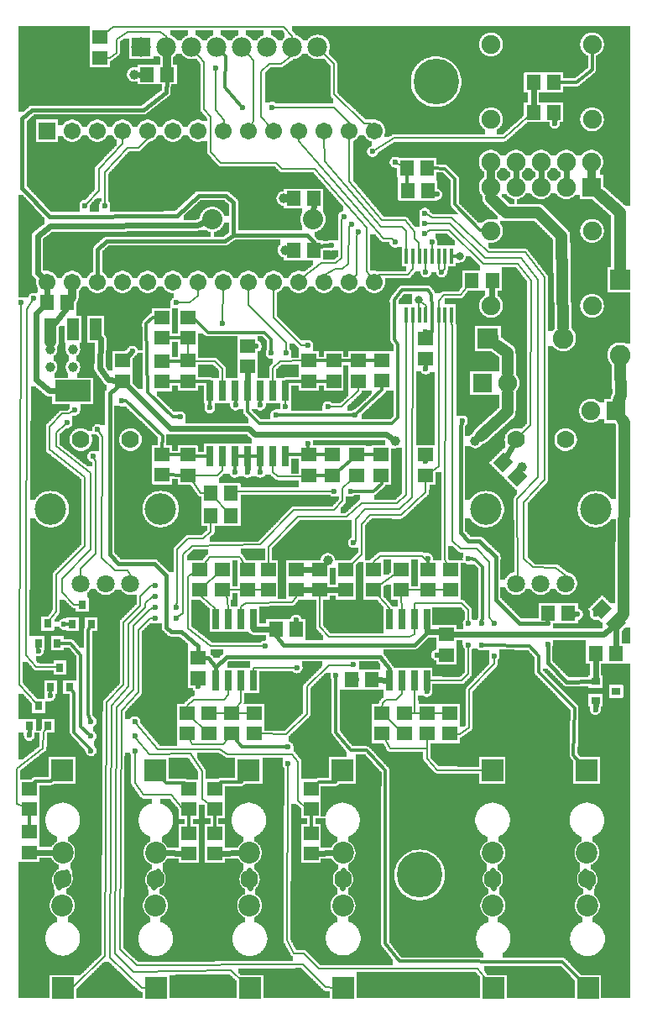
<source format=gbl>
G04 MADE WITH FRITZING*
G04 WWW.FRITZING.ORG*
G04 DOUBLE SIDED*
G04 HOLES PLATED*
G04 CONTOUR ON CENTER OF CONTOUR VECTOR*
%ASAXBY*%
%FSLAX23Y23*%
%MOIN*%
%OFA0B0*%
%SFA1.0B1.0*%
%ADD10C,0.075000*%
%ADD11C,0.070000*%
%ADD12C,0.070866*%
%ADD13C,0.125105*%
%ADD14C,0.023622*%
%ADD15C,0.039370*%
%ADD16C,0.181102*%
%ADD17C,0.031496*%
%ADD18C,0.080000*%
%ADD19C,0.067559*%
%ADD20C,0.082000*%
%ADD21C,0.086614*%
%ADD22C,0.086555*%
%ADD23C,0.070232*%
%ADD24C,0.078000*%
%ADD25R,0.035433X0.031496*%
%ADD26R,0.026000X0.080000*%
%ADD27R,0.055118X0.059055*%
%ADD28R,0.048000X0.088000*%
%ADD29R,0.141732X0.086614*%
%ADD30R,0.059055X0.055118*%
%ADD31R,0.031496X0.035433*%
%ADD32R,0.067559X0.067559*%
%ADD33R,0.075000X0.075000*%
%ADD34R,0.015748X0.062992*%
%ADD35R,0.082000X0.082000*%
%ADD36R,0.086614X0.086614*%
%ADD37R,0.078000X0.078000*%
%ADD38C,0.008000*%
%ADD39C,0.024000*%
%ADD40C,0.012000*%
%ADD41C,0.016000*%
%ADD42C,0.032000*%
%ADD43C,0.022000*%
%ADD44C,0.048000*%
%LNCOPPER0*%
G90*
G70*
G54D10*
X111Y3832D03*
X714Y3641D03*
X1168Y3719D03*
X580Y3360D03*
X2389Y3732D03*
X217Y3021D03*
X929Y2991D03*
X436Y2766D03*
X1146Y2765D03*
X484Y2152D03*
X999Y1971D03*
X1491Y1875D03*
X2006Y2828D03*
X1178Y1872D03*
X2305Y2963D03*
X1323Y1562D03*
X589Y1448D03*
X2223Y1400D03*
X1063Y1256D03*
X1230Y1105D03*
X2009Y1345D03*
X1032Y847D03*
X1417Y859D03*
X157Y2139D03*
X390Y124D03*
X2044Y109D03*
X1071Y104D03*
X1463Y93D03*
G54D11*
X2018Y2255D03*
G54D12*
X2215Y1684D03*
X2116Y1684D03*
X2018Y1684D03*
G54D11*
X2215Y2255D03*
G54D13*
X2335Y1980D03*
X1898Y1980D03*
G54D12*
X2018Y1684D03*
G54D11*
X2018Y2255D03*
G54D12*
X2215Y1684D03*
G54D13*
X2335Y1980D03*
X1898Y1980D03*
G54D11*
X2215Y2255D03*
G54D12*
X2116Y1684D03*
X2018Y1684D03*
G54D11*
X2018Y2255D03*
G54D12*
X2215Y1684D03*
G54D13*
X2335Y1980D03*
X1898Y1980D03*
G54D11*
X2215Y2255D03*
G54D12*
X2116Y1684D03*
G54D11*
X289Y2255D03*
G54D12*
X486Y1684D03*
X388Y1684D03*
X289Y1684D03*
G54D11*
X486Y2255D03*
G54D13*
X606Y1980D03*
X169Y1980D03*
G54D12*
X289Y1684D03*
G54D11*
X289Y2255D03*
G54D12*
X486Y1684D03*
G54D13*
X606Y1980D03*
X169Y1980D03*
G54D11*
X486Y2255D03*
G54D12*
X388Y1684D03*
X289Y1684D03*
G54D11*
X289Y2255D03*
G54D12*
X486Y1684D03*
G54D13*
X606Y1980D03*
X169Y1980D03*
G54D11*
X486Y2255D03*
G54D12*
X388Y1684D03*
G54D14*
X1659Y2169D03*
G54D15*
X1100Y3007D03*
G54D14*
X2144Y1444D03*
X1880Y1527D03*
X1829Y1783D03*
X1364Y3110D03*
X1333Y3141D03*
G54D15*
X1096Y3212D03*
X502Y3704D03*
G54D14*
X1392Y3078D03*
X1655Y3074D03*
G54D15*
X1537Y2251D03*
G54D14*
X667Y1590D03*
X1931Y1397D03*
X951Y2125D03*
X986Y2625D03*
X931Y3574D03*
X825Y3728D03*
G54D15*
X1270Y1775D03*
G54D14*
X1829Y1440D03*
X1829Y1527D03*
X1144Y1539D03*
X1372Y1362D03*
X1372Y1846D03*
X1022Y1436D03*
X1112Y1035D03*
X1148Y1350D03*
X1663Y1255D03*
X1703Y1401D03*
X1384Y1302D03*
X2262Y1562D03*
X2333Y1184D03*
X1931Y1527D03*
X494Y2606D03*
G54D15*
X167Y2613D03*
X258Y2613D03*
X258Y2543D03*
X167Y2543D03*
G54D14*
X1667Y1783D03*
X1880Y1440D03*
X1703Y3228D03*
X2171Y3511D03*
G54D16*
X1700Y3675D03*
X1635Y528D03*
G54D14*
X1112Y968D03*
G54D10*
X2320Y2786D03*
X1918Y2786D03*
X2320Y3084D03*
X1918Y3084D03*
X2320Y3526D03*
X1918Y3526D03*
X2320Y3823D03*
X1918Y3823D03*
G54D14*
X1191Y2629D03*
G54D17*
X1793Y2984D03*
G54D14*
X337Y2188D03*
X356Y2295D03*
X1655Y3153D03*
X1655Y3113D03*
X1191Y2239D03*
X1102Y2387D03*
X1104Y2598D03*
X801Y2382D03*
X852Y2716D03*
X451Y2409D03*
X667Y2799D03*
X1049Y3574D03*
G54D15*
X1856Y2251D03*
G54D17*
X1632Y2810D03*
G54D14*
X1659Y2535D03*
X1659Y2684D03*
G54D18*
X1211Y3129D03*
X811Y3129D03*
X1211Y3129D03*
X811Y3129D03*
G54D14*
X1002Y2125D03*
X901Y2125D03*
X1002Y2393D03*
X903Y2393D03*
X585Y1547D03*
X667Y1547D03*
X585Y1590D03*
X1270Y2385D03*
X585Y1633D03*
X683Y2346D03*
X585Y1676D03*
X1360Y2051D03*
X1378Y2352D03*
X1063Y2352D03*
X1045Y2598D03*
X1293Y2051D03*
X1805Y2330D03*
X2144Y1527D03*
X1448Y3398D03*
X1538Y3356D03*
G54D15*
X2041Y2145D03*
G54D14*
X85Y1082D03*
X52Y2800D03*
X329Y1021D03*
X503Y1021D03*
X167Y1239D03*
X102Y2816D03*
X120Y1417D03*
X503Y1078D03*
X329Y1078D03*
X329Y1136D03*
X503Y1136D03*
X222Y1523D03*
X305Y3184D03*
X384Y3184D03*
X266Y2373D03*
X234Y2322D03*
X2333Y1562D03*
G54D19*
X155Y3481D03*
X155Y2881D03*
X255Y3481D03*
X255Y2881D03*
X355Y3481D03*
X355Y2881D03*
X455Y3481D03*
X455Y2881D03*
X555Y3481D03*
X555Y2881D03*
X655Y3481D03*
X655Y2881D03*
X755Y3481D03*
X755Y2881D03*
X855Y3481D03*
X855Y2881D03*
X955Y3481D03*
X955Y2881D03*
X1055Y3481D03*
X1055Y2881D03*
X1155Y3481D03*
X1155Y2881D03*
X1255Y3481D03*
X1255Y2881D03*
X1355Y3481D03*
X1355Y2881D03*
X1455Y3481D03*
X1455Y2881D03*
X155Y3481D03*
X155Y2881D03*
X255Y3481D03*
X255Y2881D03*
X355Y3481D03*
X355Y2881D03*
X455Y3481D03*
X455Y2881D03*
X555Y3481D03*
X555Y2881D03*
X655Y3481D03*
X655Y2881D03*
X755Y3481D03*
X755Y2881D03*
X855Y3481D03*
X855Y2881D03*
X955Y3481D03*
X955Y2881D03*
X1055Y3481D03*
X1055Y2881D03*
X1155Y3481D03*
X1155Y2881D03*
X1255Y3481D03*
X1255Y2881D03*
X1355Y3481D03*
X1355Y2881D03*
X1455Y3481D03*
X1455Y2881D03*
G54D10*
X2317Y3257D03*
X2317Y3357D03*
X2217Y3257D03*
X2217Y3357D03*
X2117Y3257D03*
X2117Y3357D03*
X2017Y3257D03*
X2017Y3357D03*
X1917Y3257D03*
X1917Y3357D03*
X2317Y3257D03*
X2317Y3357D03*
X2217Y3257D03*
X2217Y3357D03*
X2117Y3257D03*
X2117Y3357D03*
X2017Y3257D03*
X2017Y3357D03*
X1917Y3257D03*
X1917Y3357D03*
G54D14*
X1722Y2921D03*
X1683Y3039D03*
X1537Y3039D03*
X1659Y2921D03*
X1283Y3026D03*
G54D20*
X2431Y2889D03*
X2431Y2591D03*
X2431Y2889D03*
X2431Y2591D03*
X1907Y2657D03*
X2205Y2657D03*
X1907Y2657D03*
X2205Y2657D03*
G54D10*
X1884Y2480D03*
X1984Y2480D03*
X1884Y2480D03*
X1984Y2480D03*
X2415Y2369D03*
X2315Y2369D03*
X2415Y2369D03*
X2315Y2369D03*
G54D14*
X1301Y1318D03*
X754Y1275D03*
G54D21*
X2303Y79D03*
G54D22*
X2301Y406D03*
G54D23*
X2301Y509D03*
G54D21*
X1929Y79D03*
G54D22*
X1926Y406D03*
G54D23*
X1926Y509D03*
G54D21*
X1332Y79D03*
G54D22*
X1330Y406D03*
G54D23*
X1330Y509D03*
G54D21*
X962Y79D03*
G54D22*
X959Y406D03*
G54D23*
X959Y509D03*
G54D21*
X588Y79D03*
G54D22*
X586Y406D03*
G54D23*
X586Y509D03*
G54D21*
X218Y79D03*
G54D22*
X215Y406D03*
G54D23*
X215Y509D03*
G54D21*
X2297Y943D03*
G54D22*
X2299Y616D03*
G54D23*
X2299Y513D03*
G54D21*
X1923Y943D03*
G54D22*
X1926Y616D03*
G54D23*
X1926Y513D03*
G54D21*
X1327Y943D03*
G54D22*
X1330Y616D03*
G54D23*
X1330Y513D03*
G54D21*
X956Y943D03*
G54D22*
X959Y616D03*
G54D23*
X959Y513D03*
G54D21*
X584Y943D03*
G54D22*
X587Y616D03*
G54D23*
X587Y513D03*
G54D21*
X215Y943D03*
G54D22*
X217Y616D03*
G54D23*
X217Y513D03*
G54D24*
X529Y3813D03*
X629Y3813D03*
X729Y3813D03*
X829Y3813D03*
X929Y3813D03*
X1029Y3813D03*
X1129Y3813D03*
X1229Y3813D03*
G54D25*
X2333Y1220D03*
X2333Y1295D03*
X2415Y1257D03*
G54D26*
X824Y1543D03*
X874Y1543D03*
X924Y1543D03*
X974Y1543D03*
X974Y1301D03*
X924Y1301D03*
X874Y1301D03*
X824Y1301D03*
X1513Y1543D03*
X1563Y1543D03*
X1613Y1543D03*
X1663Y1543D03*
X1663Y1301D03*
X1613Y1301D03*
X1563Y1301D03*
X1513Y1301D03*
G54D27*
X234Y2799D03*
X153Y2799D03*
G54D28*
X167Y2692D03*
X258Y2692D03*
X349Y2692D03*
G54D29*
X258Y2448D03*
G54D27*
X2167Y3554D03*
X2087Y3554D03*
X1667Y3243D03*
X1587Y3243D03*
X1214Y3007D03*
X1134Y3007D03*
X1214Y3212D03*
X1134Y3212D03*
X1665Y3333D03*
X1585Y3333D03*
X2167Y3673D03*
X2087Y3673D03*
G54D30*
X1659Y2576D03*
X1659Y2657D03*
X951Y2625D03*
X951Y2545D03*
G54D27*
X1923Y2886D03*
X1842Y2886D03*
G54D31*
X331Y1522D03*
X256Y1522D03*
X294Y1601D03*
X195Y1447D03*
X120Y1447D03*
X157Y1526D03*
X244Y1273D03*
X169Y1273D03*
X206Y1351D03*
X159Y1120D03*
X85Y1120D03*
X122Y1199D03*
G54D32*
X155Y3481D03*
X155Y3481D03*
G54D33*
X2317Y3257D03*
X2317Y3257D03*
G54D34*
X1761Y2751D03*
X1735Y2751D03*
X1710Y2751D03*
X1684Y2751D03*
X1659Y2751D03*
X1633Y2751D03*
X1607Y2751D03*
X1582Y2751D03*
X1582Y2984D03*
X1607Y2984D03*
X1633Y2984D03*
X1659Y2984D03*
X1684Y2984D03*
X1710Y2984D03*
X1735Y2984D03*
X1761Y2984D03*
G54D35*
X2431Y2890D03*
X2431Y2890D03*
X1906Y2657D03*
X1906Y2657D03*
G54D33*
X1884Y2480D03*
X1884Y2480D03*
X2415Y2369D03*
X2415Y2369D03*
G54D26*
X802Y2451D03*
X852Y2451D03*
X902Y2451D03*
X952Y2451D03*
X1002Y2451D03*
X1052Y2451D03*
X1102Y2451D03*
X1102Y2190D03*
X1052Y2190D03*
X1002Y2190D03*
X952Y2190D03*
X902Y2190D03*
X852Y2190D03*
X802Y2190D03*
G54D30*
X455Y2487D03*
X455Y2568D03*
X364Y3771D03*
X364Y3852D03*
G54D27*
X632Y3704D03*
X551Y3704D03*
G54D30*
X85Y617D03*
X85Y698D03*
X85Y869D03*
X85Y789D03*
X718Y614D03*
X718Y694D03*
X718Y869D03*
X718Y789D03*
X821Y871D03*
X821Y791D03*
X821Y614D03*
X821Y694D03*
X1203Y614D03*
X1203Y694D03*
X1203Y871D03*
X1203Y791D03*
X1486Y2570D03*
X1486Y2489D03*
X714Y2739D03*
X714Y2659D03*
G54D27*
X886Y2043D03*
X805Y2043D03*
X1364Y1302D03*
X1445Y1302D03*
X1144Y1503D03*
X1063Y1503D03*
G54D30*
X1742Y1401D03*
X1742Y1482D03*
X951Y1739D03*
X951Y1659D03*
X1033Y1739D03*
X1033Y1659D03*
X762Y1739D03*
X762Y1659D03*
X852Y1739D03*
X852Y1659D03*
X978Y1169D03*
X978Y1088D03*
X888Y1169D03*
X888Y1088D03*
X797Y1169D03*
X797Y1088D03*
X711Y1169D03*
X711Y1088D03*
X1486Y1169D03*
X1486Y1088D03*
X1754Y1169D03*
X1754Y1088D03*
X1573Y1169D03*
X1573Y1088D03*
X1663Y1169D03*
X1663Y1088D03*
X1144Y1739D03*
X1144Y1659D03*
X1238Y1739D03*
X1238Y1659D03*
X1340Y1739D03*
X1340Y1659D03*
X1451Y1739D03*
X1451Y1659D03*
X1561Y1739D03*
X1561Y1659D03*
X1667Y1739D03*
X1667Y1659D03*
X1758Y1739D03*
X1758Y1659D03*
X1659Y2195D03*
X1659Y2114D03*
X1482Y2195D03*
X1482Y2114D03*
X612Y2659D03*
X612Y2739D03*
X1392Y2568D03*
X1392Y2487D03*
G54D27*
X886Y1952D03*
X805Y1952D03*
G54D30*
X1384Y2195D03*
X1384Y2114D03*
X612Y2566D03*
X612Y2486D03*
X714Y2568D03*
X714Y2487D03*
X1289Y2195D03*
X1289Y2114D03*
X1293Y2568D03*
X1293Y2487D03*
X1194Y2568D03*
X1194Y2487D03*
X612Y2196D03*
X612Y2115D03*
X714Y2195D03*
X714Y2114D03*
X1194Y2195D03*
X1194Y2114D03*
G54D27*
X2415Y1405D03*
X2335Y1405D03*
X2226Y1566D03*
X2146Y1566D03*
G54D36*
X2303Y79D03*
X1929Y79D03*
X1332Y79D03*
X962Y79D03*
X588Y79D03*
X218Y79D03*
X2297Y943D03*
X1923Y943D03*
X1327Y943D03*
X956Y943D03*
X584Y943D03*
X215Y943D03*
G54D37*
X529Y3813D03*
G54D38*
X826Y2019D02*
X864Y1976D01*
G54D39*
D02*
X2001Y2227D02*
X1978Y2187D01*
G54D40*
D02*
X1218Y2487D02*
X1269Y2487D01*
D02*
X1269Y2568D02*
X1218Y2568D01*
D02*
X1317Y2568D02*
X1368Y2568D01*
G54D38*
D02*
X1163Y2630D02*
X1053Y2740D01*
D02*
X1053Y2740D02*
X1054Y2861D01*
D02*
X1181Y2629D02*
X1163Y2630D01*
D02*
X852Y2725D02*
X854Y2861D01*
D02*
X754Y2826D02*
X754Y2861D01*
D02*
X722Y2798D02*
X754Y2826D01*
D02*
X677Y2798D02*
X722Y2798D01*
D02*
X1659Y2173D02*
X1659Y2178D01*
G54D40*
D02*
X1218Y2114D02*
X1265Y2114D01*
D02*
X1218Y2195D02*
X1265Y2195D01*
D02*
X1313Y2134D02*
X1360Y2174D01*
D02*
X690Y2195D02*
X636Y2196D01*
D02*
X690Y2114D02*
X636Y2115D01*
D02*
X690Y2487D02*
X636Y2486D01*
D02*
X690Y2567D02*
X636Y2567D01*
D02*
X691Y2659D02*
X636Y2659D01*
G54D39*
D02*
X750Y3106D02*
X782Y3118D01*
D02*
X117Y2917D02*
X117Y3063D01*
D02*
X117Y3063D02*
X168Y3102D01*
D02*
X168Y3102D02*
X750Y3106D01*
D02*
X137Y2898D02*
X117Y2917D01*
G54D40*
D02*
X1533Y2810D02*
X1565Y2850D01*
D02*
X1534Y2653D02*
X1533Y2810D01*
D02*
X1549Y2633D02*
X1534Y2653D01*
D02*
X1549Y2342D02*
X1549Y2633D01*
D02*
X1525Y2318D02*
X1549Y2342D01*
D02*
X998Y2319D02*
X1525Y2318D01*
D02*
X951Y2365D02*
X998Y2319D01*
D02*
X1565Y2850D02*
X1667Y2850D01*
D02*
X1667Y2850D02*
X1682Y2831D01*
D02*
X1682Y2831D02*
X1684Y2777D01*
D02*
X951Y2416D02*
X951Y2365D01*
G54D38*
D02*
X431Y3791D02*
X403Y3771D01*
D02*
X431Y3842D02*
X431Y3791D01*
D02*
X403Y3771D02*
X388Y3771D01*
D02*
X474Y3873D02*
X431Y3842D01*
D02*
X604Y3873D02*
X474Y3873D01*
D02*
X632Y3853D02*
X604Y3873D01*
D02*
X631Y3838D02*
X632Y3853D01*
G54D41*
D02*
X860Y3042D02*
X895Y3066D01*
D02*
X670Y3144D02*
X163Y3140D01*
D02*
X356Y3011D02*
X392Y3042D01*
D02*
X392Y3042D02*
X860Y3042D01*
D02*
X864Y3224D02*
X757Y3224D01*
D02*
X757Y3224D02*
X670Y3144D01*
D02*
X537Y3563D02*
X628Y3633D01*
D02*
X163Y3140D02*
X56Y3254D01*
D02*
X895Y3066D02*
X896Y3197D01*
D02*
X896Y3197D02*
X864Y3224D01*
D02*
X56Y3254D02*
X56Y3528D01*
D02*
X56Y3528D02*
X96Y3563D01*
D02*
X96Y3563D02*
X537Y3563D01*
D02*
X628Y3633D02*
X630Y3680D01*
D02*
X355Y2900D02*
X356Y3011D01*
G54D38*
D02*
X1659Y2047D02*
X1561Y1956D01*
D02*
X1659Y2092D02*
X1659Y2047D01*
D02*
X1128Y3857D02*
X1129Y3838D01*
D02*
X1096Y3893D02*
X1128Y3857D01*
D02*
X419Y3893D02*
X1096Y3893D01*
D02*
X388Y3870D02*
X419Y3893D01*
G54D39*
D02*
X1119Y3007D02*
X1112Y3007D01*
G54D41*
D02*
X1223Y3024D02*
X1274Y3025D01*
D02*
X1215Y3007D02*
X1223Y3024D01*
G54D40*
D02*
X1683Y2684D02*
X1684Y2725D01*
D02*
X1669Y2684D02*
X1683Y2684D01*
G54D38*
D02*
X1711Y2933D02*
X1710Y2958D01*
D02*
X1716Y2927D02*
X1711Y2933D01*
G54D41*
D02*
X2144Y1369D02*
X2219Y1294D01*
G54D40*
D02*
X1884Y1547D02*
X1882Y1536D01*
D02*
X1884Y1751D02*
X1884Y1547D01*
D02*
X1856Y1779D02*
X1884Y1751D01*
D02*
X1838Y1782D02*
X1856Y1779D01*
G54D41*
D02*
X2219Y1294D02*
X2320Y1295D01*
D02*
X2144Y1435D02*
X2144Y1369D01*
G54D38*
D02*
X1325Y3125D02*
X1328Y3133D01*
D02*
X1353Y3098D02*
X1357Y3103D01*
G54D39*
D02*
X1112Y3212D02*
X1115Y3212D01*
D02*
X1212Y3160D02*
X1213Y3188D01*
G54D38*
D02*
X1301Y2932D02*
X1329Y2932D01*
D02*
X1329Y2932D02*
X1352Y2952D01*
D02*
X1246Y2956D02*
X1301Y2956D01*
D02*
X1301Y2956D02*
X1325Y2976D01*
D02*
X1171Y2901D02*
X1246Y2956D01*
D02*
X1325Y2976D02*
X1325Y3125D01*
D02*
X1352Y2952D02*
X1353Y3098D01*
D02*
X1167Y2896D02*
X1171Y2901D01*
D02*
X1257Y2909D02*
X1301Y2932D01*
D02*
X1257Y2900D02*
X1257Y2909D01*
D02*
X553Y3448D02*
X554Y3462D01*
D02*
X518Y3413D02*
X553Y3448D01*
D02*
X474Y3413D02*
X518Y3413D01*
D02*
X384Y3315D02*
X474Y3413D01*
D02*
X384Y3194D02*
X384Y3315D01*
D02*
X1675Y3086D02*
X1664Y3079D01*
D02*
X1750Y3086D02*
X1675Y3086D01*
D02*
X1888Y2952D02*
X1750Y3086D01*
D02*
X1383Y3062D02*
X1387Y3070D01*
D02*
X2025Y2952D02*
X1888Y2952D01*
D02*
X2077Y2885D02*
X2025Y2952D01*
D02*
X2076Y2314D02*
X2077Y2885D01*
D02*
X2037Y2275D02*
X2076Y2314D01*
D02*
X1384Y2909D02*
X1383Y3062D01*
D02*
X1369Y2894D02*
X1384Y2909D01*
G54D39*
D02*
X529Y3704D02*
X521Y3704D01*
G54D42*
D02*
X631Y3728D02*
X630Y3778D01*
G54D38*
D02*
X1632Y2801D02*
X1632Y2777D01*
G54D39*
D02*
X1214Y1739D02*
X1168Y1739D01*
D02*
X1214Y1659D02*
X1168Y1659D01*
G54D38*
D02*
X1832Y1262D02*
X1832Y1114D01*
D02*
X1832Y1114D02*
X1794Y1086D01*
D02*
X1794Y1086D02*
X1778Y1087D01*
D02*
X1931Y1365D02*
X1832Y1262D01*
D02*
X1931Y1387D02*
X1931Y1365D01*
G54D40*
D02*
X959Y2190D02*
X994Y2190D01*
D02*
X909Y2190D02*
X944Y2190D01*
G54D39*
D02*
X951Y2155D02*
X951Y2140D01*
D02*
X975Y2625D02*
X971Y2625D01*
D02*
X951Y2485D02*
X951Y2523D01*
G54D40*
D02*
X2257Y3672D02*
X2189Y3672D01*
D02*
X2320Y3724D02*
X2257Y3672D01*
G54D39*
D02*
X2087Y3649D02*
X2087Y3578D01*
G54D40*
D02*
X2320Y3800D02*
X2320Y3724D01*
D02*
X1586Y3267D02*
X1585Y3309D01*
G54D38*
D02*
X974Y3519D02*
X974Y3759D01*
D02*
X963Y3498D02*
X974Y3519D01*
D02*
X974Y3759D02*
X945Y3795D01*
D02*
X1006Y3535D02*
X1042Y3495D01*
D02*
X1006Y3717D02*
X1006Y3535D01*
D02*
X1128Y3779D02*
X1085Y3747D01*
D02*
X1085Y3747D02*
X1037Y3747D01*
D02*
X1037Y3747D02*
X1006Y3717D01*
D02*
X1128Y3789D02*
X1128Y3779D01*
G54D40*
D02*
X864Y3775D02*
X846Y3795D01*
D02*
X861Y3652D02*
X864Y3775D01*
D02*
X925Y3581D02*
X860Y3652D01*
G54D38*
D02*
X825Y3563D02*
X825Y3718D01*
D02*
X857Y3523D02*
X825Y3563D01*
D02*
X856Y3500D02*
X857Y3523D01*
G54D39*
D02*
X1262Y1659D02*
X1317Y1659D01*
G54D38*
D02*
X1613Y1483D02*
X1613Y1508D01*
D02*
X1596Y1472D02*
X1613Y1483D01*
D02*
X1274Y1472D02*
X1596Y1472D01*
D02*
X1238Y1512D02*
X1274Y1472D01*
D02*
X1238Y1637D02*
X1238Y1512D01*
G54D40*
D02*
X1258Y1761D02*
X1261Y1765D01*
G54D38*
D02*
X1663Y1265D02*
X1663Y1266D01*
D02*
X974Y1350D02*
X974Y1335D01*
D02*
X1138Y1350D02*
X974Y1350D01*
G54D39*
D02*
X1144Y1527D02*
X1144Y1524D01*
D02*
X974Y1504D02*
X1041Y1503D01*
D02*
X974Y1508D02*
X974Y1504D01*
G54D38*
D02*
X1801Y1299D02*
X1671Y1301D01*
D02*
X1828Y1326D02*
X1801Y1299D01*
D02*
X1829Y1431D02*
X1828Y1326D01*
D02*
X1828Y1579D02*
X1802Y1606D01*
D02*
X1829Y1536D02*
X1828Y1579D01*
D02*
X1802Y1606D02*
X1613Y1606D01*
D02*
X1613Y1606D02*
X1613Y1577D01*
D02*
X1403Y1921D02*
X1439Y1956D01*
D02*
X1439Y1956D02*
X1561Y1956D01*
D02*
X1403Y1798D02*
X1403Y1921D01*
D02*
X1364Y1761D02*
X1403Y1798D01*
D02*
X927Y1659D02*
X876Y1659D01*
D02*
X975Y1659D02*
X1009Y1659D01*
D02*
X825Y1582D02*
X825Y1577D01*
D02*
X769Y1633D02*
X825Y1582D01*
D02*
X768Y1637D02*
X769Y1633D01*
D02*
X786Y1680D02*
X828Y1718D01*
D02*
X920Y1791D02*
X801Y1791D01*
D02*
X801Y1791D02*
X779Y1761D01*
D02*
X937Y1761D02*
X920Y1791D01*
D02*
X924Y1593D02*
X924Y1577D01*
D02*
X1143Y1629D02*
X1128Y1609D01*
D02*
X946Y1607D02*
X924Y1593D01*
D02*
X1128Y1609D02*
X946Y1607D01*
D02*
X1143Y1637D02*
X1143Y1629D01*
D02*
X805Y1436D02*
X1012Y1436D01*
D02*
X715Y1507D02*
X805Y1436D01*
D02*
X715Y1712D02*
X715Y1507D01*
D02*
X738Y1725D02*
X715Y1712D01*
D02*
X872Y1626D02*
X865Y1637D01*
D02*
X873Y1577D02*
X872Y1626D01*
D02*
X1105Y1086D02*
X1002Y1088D01*
D02*
X1187Y1165D02*
X1105Y1086D01*
D02*
X1187Y1275D02*
X1187Y1165D01*
D02*
X923Y1212D02*
X924Y1266D01*
D02*
X906Y1191D02*
X923Y1212D01*
D02*
X912Y1169D02*
X954Y1169D01*
D02*
X864Y1169D02*
X821Y1169D01*
D02*
X711Y1201D02*
X738Y1224D01*
D02*
X857Y1224D02*
X875Y1244D01*
D02*
X738Y1224D02*
X857Y1224D01*
D02*
X875Y1244D02*
X875Y1266D01*
D02*
X711Y1191D02*
X711Y1201D01*
D02*
X734Y1147D02*
X774Y1110D01*
D02*
X856Y1047D02*
X731Y1047D01*
D02*
X731Y1047D02*
X721Y1066D01*
D02*
X871Y1066D02*
X856Y1047D01*
G54D40*
D02*
X927Y1035D02*
X1103Y1035D01*
D02*
X904Y1066D02*
X927Y1035D01*
D02*
X1667Y1773D02*
X1667Y1761D01*
G54D43*
D02*
X1718Y1401D02*
X1718Y1401D01*
G54D39*
D02*
X1506Y1301D02*
X1467Y1302D01*
G54D43*
D02*
X1369Y1302D02*
X1364Y1302D01*
G54D39*
D02*
X175Y616D02*
X109Y617D01*
D02*
X629Y615D02*
X694Y614D01*
G54D40*
D02*
X718Y767D02*
X718Y716D01*
G54D39*
D02*
X917Y615D02*
X845Y614D01*
G54D40*
D02*
X821Y769D02*
X821Y716D01*
D02*
X1203Y769D02*
X1203Y716D01*
G54D39*
D02*
X1288Y615D02*
X1227Y614D01*
D02*
X2248Y1564D02*
X2247Y1564D01*
D02*
X369Y2653D02*
X367Y2655D01*
D02*
X364Y2539D02*
X369Y2653D01*
D02*
X399Y2492D02*
X364Y2539D01*
D02*
X431Y2489D02*
X399Y2492D01*
G54D43*
D02*
X2333Y1199D02*
X2333Y1210D01*
G54D39*
D02*
X2334Y1381D02*
X2333Y1305D01*
G54D40*
D02*
X85Y767D02*
X85Y720D01*
G54D41*
D02*
X1514Y1345D02*
X1514Y1335D01*
D02*
X1478Y1393D02*
X1514Y1345D01*
D02*
X868Y1393D02*
X1478Y1393D01*
D02*
X824Y1354D02*
X868Y1393D01*
D02*
X824Y1335D02*
X824Y1354D01*
D02*
X793Y1390D02*
X825Y1353D01*
D02*
X825Y1353D02*
X825Y1335D01*
D02*
X778Y1389D02*
X793Y1390D01*
G54D39*
D02*
X230Y2775D02*
X185Y2716D01*
D02*
X154Y2823D02*
X154Y2856D01*
D02*
X163Y2449D02*
X192Y2448D01*
D02*
X112Y2492D02*
X163Y2449D01*
D02*
X112Y2756D02*
X112Y2492D01*
D02*
X131Y2776D02*
X112Y2756D01*
D02*
X234Y2799D02*
X230Y2775D01*
G54D42*
D02*
X253Y2818D02*
X234Y2799D01*
D02*
X254Y2850D02*
X253Y2818D01*
G54D44*
D02*
X167Y2644D02*
X167Y2654D01*
G54D43*
D02*
X483Y2595D02*
X478Y2590D01*
G54D38*
D02*
X1643Y1659D02*
X1585Y1659D01*
D02*
X1734Y1659D02*
X1691Y1659D01*
D02*
X1687Y1169D02*
X1730Y1169D01*
D02*
X1639Y1169D02*
X1597Y1169D01*
D02*
X1450Y1771D02*
X1450Y1761D01*
D02*
X1668Y1771D02*
X1644Y1794D01*
D02*
X1514Y1586D02*
X1514Y1577D01*
D02*
X1644Y1794D02*
X1479Y1794D01*
D02*
X1479Y1794D02*
X1450Y1771D01*
D02*
X1668Y1761D02*
X1668Y1771D01*
D02*
X1475Y1676D02*
X1537Y1722D01*
D02*
X1470Y1637D02*
X1514Y1586D01*
D02*
X1561Y1637D02*
X1563Y1577D01*
D02*
X1487Y1208D02*
X1502Y1224D01*
D02*
X1541Y1224D02*
X1565Y1247D01*
D02*
X1502Y1224D02*
X1541Y1224D01*
D02*
X1663Y1031D02*
X1517Y1031D01*
D02*
X1517Y1031D02*
X1498Y1066D01*
D02*
X1663Y1066D02*
X1663Y1031D01*
D02*
X1565Y1247D02*
X1564Y1266D01*
D02*
X1486Y1191D02*
X1487Y1208D01*
D02*
X1549Y1110D02*
X1510Y1147D01*
D02*
X1616Y1168D02*
X1614Y1266D01*
D02*
X1639Y1169D02*
X1616Y1168D01*
G54D43*
D02*
X1689Y3234D02*
X1689Y3234D01*
D02*
X2169Y3530D02*
X2170Y3526D01*
G54D38*
D02*
X1293Y3747D02*
X1246Y3796D01*
D02*
X1293Y3625D02*
X1293Y3747D01*
D02*
X1416Y3511D02*
X1293Y3625D01*
D02*
X1439Y3511D02*
X1416Y3511D01*
D02*
X1446Y3498D02*
X1439Y3511D01*
D02*
X1533Y3452D02*
X1970Y3452D01*
D02*
X1970Y3452D02*
X2065Y3535D01*
D02*
X1456Y3403D02*
X1533Y3452D01*
D02*
X1547Y3351D02*
X1563Y3344D01*
G54D40*
D02*
X1784Y2984D02*
X1763Y2984D01*
G54D38*
D02*
X376Y2267D02*
X362Y2287D01*
D02*
X372Y1787D02*
X376Y2267D01*
D02*
X423Y1735D02*
X372Y1787D01*
D02*
X486Y1720D02*
X474Y1735D01*
D02*
X474Y1735D02*
X423Y1735D01*
D02*
X486Y1712D02*
X486Y1720D01*
D02*
X289Y1744D02*
X348Y1803D01*
D02*
X348Y2169D02*
X341Y2180D01*
D02*
X348Y1803D02*
X348Y2169D01*
D02*
X289Y1712D02*
X289Y1744D01*
G54D40*
D02*
X2144Y1536D02*
X2144Y1542D01*
G54D39*
D02*
X2415Y1429D02*
X2415Y1496D01*
G54D38*
D02*
X1754Y3113D02*
X1665Y3113D01*
D02*
X1896Y2976D02*
X1754Y3113D01*
D02*
X2037Y2976D02*
X1896Y2976D01*
D02*
X2104Y2889D02*
X2037Y2976D01*
D02*
X2022Y2018D02*
X2104Y2106D01*
D02*
X2025Y1716D02*
X2022Y2018D01*
D02*
X2019Y1713D02*
X2025Y1716D01*
D02*
X2104Y2106D02*
X2104Y2889D01*
D02*
X2018Y1712D02*
X2019Y1713D01*
D02*
X2131Y2898D02*
X2132Y2097D01*
D02*
X2216Y1717D02*
X2216Y1712D01*
D02*
X2175Y1747D02*
X2216Y1717D01*
D02*
X2084Y1748D02*
X2175Y1747D01*
D02*
X2049Y1782D02*
X2084Y1748D01*
D02*
X2049Y2007D02*
X2049Y1782D01*
D02*
X2132Y2097D02*
X2049Y2007D01*
D02*
X1907Y2999D02*
X2053Y2999D01*
D02*
X2053Y2999D02*
X2131Y2898D01*
D02*
X1683Y3137D02*
X1761Y3137D01*
D02*
X1761Y3137D02*
X1907Y2999D01*
D02*
X1664Y3148D02*
X1683Y3137D01*
G54D40*
D02*
X1192Y2217D02*
X1192Y2230D01*
D02*
X802Y2416D02*
X801Y2391D01*
G54D38*
D02*
X955Y2791D02*
X955Y2861D01*
D02*
X1105Y2641D02*
X955Y2791D01*
D02*
X1104Y2607D02*
X1105Y2641D01*
D02*
X1102Y2416D02*
X1102Y2397D01*
G54D40*
D02*
X467Y2409D02*
X460Y2409D01*
D02*
X613Y2271D02*
X467Y2409D01*
D02*
X612Y2218D02*
X613Y2271D01*
G54D38*
D02*
X1424Y2924D02*
X1443Y2897D01*
D02*
X1423Y3097D02*
X1424Y2924D01*
D02*
X1294Y3574D02*
X1059Y3574D01*
D02*
X1354Y3512D02*
X1294Y3574D01*
D02*
X1354Y3500D02*
X1354Y3512D01*
D02*
X1219Y3330D02*
X1423Y3097D01*
D02*
X845Y3354D02*
X1065Y3354D01*
D02*
X1065Y3354D02*
X1089Y3330D01*
D02*
X1089Y3330D02*
X1219Y3330D01*
D02*
X805Y3397D02*
X845Y3354D01*
D02*
X1580Y2035D02*
X1582Y2725D01*
D02*
X1545Y2004D02*
X1580Y2035D01*
D02*
X1403Y2004D02*
X1545Y2004D01*
D02*
X1345Y1949D02*
X1403Y2004D01*
D02*
X1152Y1949D02*
X1345Y1949D01*
D02*
X1033Y1830D02*
X1152Y1949D01*
D02*
X1033Y1761D02*
X1033Y1830D01*
D02*
X1604Y2027D02*
X1607Y2725D01*
D02*
X1553Y1980D02*
X1604Y2027D01*
D02*
X1419Y1979D02*
X1553Y1980D01*
D02*
X1380Y1940D02*
X1419Y1979D01*
D02*
X1380Y1854D02*
X1380Y1940D01*
D02*
X1378Y1853D02*
X1380Y1854D01*
D02*
X1274Y1361D02*
X1362Y1361D01*
D02*
X1187Y1275D02*
X1274Y1361D01*
D02*
X1738Y2712D02*
X1737Y2725D01*
D02*
X1734Y1779D02*
X1738Y2712D01*
D02*
X1745Y1761D02*
X1734Y1779D01*
D02*
X1861Y1822D02*
X1798Y1822D01*
D02*
X1798Y1822D02*
X1765Y1854D01*
D02*
X1912Y1771D02*
X1861Y1822D01*
D02*
X1912Y1550D02*
X1912Y1771D01*
D02*
X1925Y1534D02*
X1912Y1550D01*
D02*
X1766Y2708D02*
X1762Y2712D01*
D02*
X1762Y2712D02*
X1762Y2725D01*
D02*
X1765Y1854D02*
X1766Y2708D01*
D02*
X1730Y2830D02*
X1711Y2806D01*
D02*
X1797Y2830D02*
X1730Y2830D01*
D02*
X1711Y2806D02*
X1710Y2777D01*
D02*
X1823Y2862D02*
X1797Y2830D01*
D02*
X1710Y2149D02*
X1710Y2725D01*
D02*
X1683Y2130D02*
X1710Y2149D01*
G54D40*
D02*
X1659Y2679D02*
X1659Y2675D01*
G54D41*
D02*
X1659Y2570D02*
X1659Y2576D01*
D02*
X1659Y2544D02*
X1659Y2570D01*
G54D38*
D02*
X1660Y2787D02*
X1659Y2777D01*
D02*
X1639Y2804D02*
X1660Y2787D01*
G54D39*
D02*
X1922Y2804D02*
X1925Y2814D01*
D02*
X1922Y2862D02*
X1922Y2804D01*
G54D40*
D02*
X1104Y2487D02*
X1170Y2487D01*
G54D38*
D02*
X1052Y2539D02*
X1052Y2485D01*
D02*
X1080Y2567D02*
X1052Y2539D01*
D02*
X1170Y2568D02*
X1080Y2567D01*
G54D40*
D02*
X1104Y2485D02*
X1104Y2487D01*
D02*
X901Y2135D02*
X901Y2155D01*
G54D38*
D02*
X832Y2114D02*
X852Y2132D01*
D02*
X852Y2132D02*
X852Y2155D01*
D02*
X738Y2114D02*
X832Y2114D01*
G54D40*
D02*
X723Y2190D02*
X794Y2190D01*
D02*
X714Y2195D02*
X723Y2190D01*
G54D38*
D02*
X1052Y2126D02*
X1072Y2108D01*
D02*
X1167Y2108D02*
X1170Y2108D01*
G54D40*
D02*
X1002Y2155D02*
X1002Y2135D01*
D02*
X1109Y2196D02*
X1170Y2195D01*
G54D38*
D02*
X1072Y2108D02*
X1167Y2108D01*
D02*
X1052Y2155D02*
X1052Y2126D01*
G54D40*
D02*
X1102Y2190D02*
X1109Y2196D01*
G54D38*
D02*
X1170Y172D02*
X1261Y82D01*
D02*
X450Y1180D02*
X444Y232D01*
D02*
X695Y1566D02*
X675Y1552D01*
D02*
X695Y1798D02*
X695Y1566D01*
D02*
X731Y1834D02*
X695Y1798D01*
D02*
X1002Y1838D02*
X731Y1834D01*
D02*
X1135Y1976D02*
X1002Y1838D01*
D02*
X1293Y1975D02*
X1135Y1976D01*
D02*
X1329Y2012D02*
X1293Y1975D01*
D02*
X518Y1499D02*
X517Y1252D01*
D02*
X517Y1252D02*
X450Y1180D01*
D02*
X564Y1547D02*
X518Y1499D01*
D02*
X575Y1547D02*
X564Y1547D01*
D02*
X510Y168D02*
X1170Y172D01*
D02*
X444Y232D02*
X510Y168D01*
D02*
X1261Y82D02*
X1296Y80D01*
D02*
X1329Y2062D02*
X1329Y2012D01*
D02*
X1360Y2092D02*
X1329Y2062D01*
G54D40*
D02*
X903Y2403D02*
X903Y2416D01*
D02*
X1002Y2403D02*
X1002Y2416D01*
D02*
X802Y2487D02*
X802Y2485D01*
D02*
X738Y2487D02*
X802Y2487D01*
G54D38*
D02*
X852Y2535D02*
X852Y2485D01*
D02*
X821Y2566D02*
X852Y2535D01*
D02*
X738Y2567D02*
X821Y2566D01*
D02*
X1325Y2385D02*
X1279Y2385D01*
G54D40*
D02*
X1408Y2195D02*
X1458Y2195D01*
G54D38*
D02*
X530Y78D02*
X403Y200D01*
D02*
X569Y1677D02*
X575Y1677D01*
D02*
X526Y1633D02*
X569Y1677D01*
D02*
X526Y1597D02*
X526Y1633D01*
D02*
X459Y1531D02*
X526Y1597D01*
D02*
X459Y1282D02*
X459Y1531D01*
D02*
X391Y1212D02*
X459Y1282D01*
D02*
X384Y205D02*
X391Y1212D01*
D02*
X254Y79D02*
X384Y205D01*
D02*
X254Y79D02*
X254Y79D01*
G54D40*
D02*
X656Y2346D02*
X674Y2346D01*
D02*
X553Y2444D02*
X656Y2346D01*
D02*
X549Y2716D02*
X553Y2444D01*
D02*
X573Y2740D02*
X549Y2716D01*
D02*
X588Y2740D02*
X573Y2740D01*
G54D38*
D02*
X573Y1633D02*
X575Y1633D01*
D02*
X545Y1606D02*
X573Y1633D01*
D02*
X545Y1590D02*
X545Y1606D01*
D02*
X478Y1523D02*
X545Y1590D01*
D02*
X478Y1275D02*
X478Y1523D01*
D02*
X411Y1200D02*
X478Y1275D01*
D02*
X403Y200D02*
X411Y1200D01*
D02*
X552Y78D02*
X530Y78D01*
D02*
X1392Y2448D02*
X1325Y2385D01*
D02*
X1392Y2465D02*
X1392Y2448D01*
D02*
X883Y148D02*
X934Y103D01*
D02*
X498Y144D02*
X883Y148D01*
D02*
X424Y217D02*
X498Y144D01*
D02*
X431Y1192D02*
X424Y217D01*
D02*
X498Y1515D02*
X498Y1263D01*
D02*
X498Y1263D02*
X431Y1192D01*
D02*
X565Y1582D02*
X498Y1515D01*
D02*
X576Y1586D02*
X565Y1582D01*
D02*
X671Y1609D02*
X671Y1818D01*
D02*
X805Y1889D02*
X805Y1928D01*
D02*
X773Y1862D02*
X805Y1889D01*
D02*
X715Y1862D02*
X773Y1862D01*
D02*
X671Y1818D02*
X715Y1862D01*
D02*
X669Y1599D02*
X671Y1609D01*
G54D41*
D02*
X2030Y1527D02*
X1939Y1621D01*
D02*
X1829Y1853D02*
X1797Y1885D01*
D02*
X1872Y1853D02*
X1829Y1853D01*
D02*
X1939Y1791D02*
X1872Y1853D01*
D02*
X1797Y2311D02*
X1801Y2321D01*
D02*
X1797Y1885D02*
X1797Y2311D01*
D02*
X1939Y1621D02*
X1939Y1791D01*
D02*
X2134Y1527D02*
X2030Y1527D01*
G54D38*
D02*
X903Y2051D02*
X886Y2043D01*
D02*
X1284Y2051D02*
X903Y2051D01*
G54D40*
D02*
X734Y2740D02*
X714Y2739D01*
D02*
X793Y2680D02*
X734Y2740D01*
D02*
X1045Y2653D02*
X1018Y2680D01*
D02*
X1018Y2680D02*
X793Y2680D01*
D02*
X1045Y2607D02*
X1045Y2653D01*
D02*
X1369Y2352D02*
X1072Y2352D01*
D02*
X1486Y2452D02*
X1385Y2359D01*
D02*
X1486Y2467D02*
X1486Y2452D01*
D02*
X1483Y2078D02*
X1451Y2051D01*
D02*
X1451Y2051D02*
X1370Y2051D01*
D02*
X1483Y2092D02*
X1483Y2078D01*
D02*
X1416Y2568D02*
X1462Y2570D01*
G54D38*
D02*
X714Y2590D02*
X714Y2637D01*
D02*
X766Y2043D02*
X783Y2043D01*
D02*
X730Y2092D02*
X766Y2043D01*
G54D40*
D02*
X1774Y3290D02*
X1774Y3188D01*
D02*
X1774Y3188D02*
X1876Y3085D01*
D02*
X1734Y3331D02*
X1774Y3290D01*
D02*
X1687Y3332D02*
X1734Y3331D01*
D02*
X1876Y3085D02*
X1895Y3084D01*
G54D38*
D02*
X2035Y2133D02*
X2034Y2130D01*
G54D39*
D02*
X231Y541D02*
X201Y481D01*
D02*
X595Y544D02*
X578Y478D01*
D02*
X957Y545D02*
X961Y477D01*
D02*
X1330Y545D02*
X1329Y477D01*
D02*
X1923Y545D02*
X1928Y477D01*
D02*
X2292Y544D02*
X2308Y478D01*
G54D40*
D02*
X927Y897D02*
X845Y897D01*
D02*
X845Y897D02*
X841Y893D01*
D02*
X936Y913D02*
X927Y897D01*
D02*
X702Y893D02*
X628Y893D01*
D02*
X628Y893D02*
X608Y916D01*
D02*
X704Y891D02*
X702Y893D01*
D02*
X170Y900D02*
X107Y900D01*
D02*
X107Y900D02*
X101Y891D01*
D02*
X189Y918D02*
X170Y900D01*
D02*
X1235Y897D02*
X1227Y891D01*
D02*
X1301Y897D02*
X1235Y897D01*
D02*
X1309Y911D02*
X1301Y897D01*
G54D38*
D02*
X44Y1283D02*
X52Y2790D01*
D02*
X112Y1210D02*
X44Y1283D01*
G54D41*
D02*
X85Y1091D02*
X85Y1108D01*
G54D38*
D02*
X141Y1094D02*
X150Y1108D01*
D02*
X139Y1031D02*
X141Y1094D01*
D02*
X33Y948D02*
X139Y1031D01*
D02*
X33Y811D02*
X33Y948D01*
D02*
X61Y799D02*
X33Y811D01*
D02*
X561Y1007D02*
X509Y1070D01*
D02*
X770Y940D02*
X723Y1008D01*
D02*
X723Y1008D02*
X561Y1007D01*
D02*
X770Y830D02*
X770Y940D01*
D02*
X797Y809D02*
X770Y830D01*
G54D40*
D02*
X119Y1433D02*
X119Y1426D01*
D02*
X119Y1435D02*
X119Y1433D01*
G54D38*
D02*
X112Y1354D02*
X196Y1352D01*
D02*
X76Y2772D02*
X72Y1400D01*
D02*
X72Y1400D02*
X112Y1354D01*
D02*
X97Y2808D02*
X76Y2772D01*
G54D40*
D02*
X168Y1260D02*
X168Y1249D01*
G54D38*
D02*
X647Y845D02*
X538Y845D01*
D02*
X503Y893D02*
X503Y1011D01*
D02*
X538Y845D02*
X503Y893D01*
G54D40*
D02*
X262Y1094D02*
X262Y1251D01*
D02*
X323Y1028D02*
X262Y1094D01*
D02*
X262Y1251D02*
X254Y1261D01*
G54D38*
D02*
X692Y794D02*
X647Y845D01*
D02*
X694Y794D02*
X692Y794D01*
D02*
X191Y1574D02*
X166Y1538D01*
D02*
X191Y1720D02*
X191Y1574D01*
D02*
X305Y1834D02*
X191Y1720D01*
D02*
X305Y2106D02*
X305Y1834D01*
D02*
X164Y2216D02*
X305Y2106D01*
D02*
X164Y2306D02*
X164Y2216D01*
D02*
X214Y2358D02*
X164Y2306D01*
D02*
X242Y2358D02*
X214Y2358D01*
D02*
X258Y2368D02*
X242Y2358D01*
D02*
X455Y3429D02*
X455Y3461D01*
D02*
X360Y3330D02*
X455Y3429D01*
D02*
X360Y3244D02*
X360Y3330D01*
D02*
X311Y3191D02*
X360Y3244D01*
G54D40*
D02*
X232Y1523D02*
X246Y1522D01*
G54D38*
D02*
X596Y1027D02*
X509Y1129D01*
D02*
X841Y1027D02*
X596Y1027D01*
D02*
X872Y1007D02*
X841Y1027D01*
D02*
X1128Y1007D02*
X872Y1007D01*
D02*
X1152Y822D02*
X1152Y976D01*
D02*
X1152Y976D02*
X1128Y1007D01*
D02*
X1187Y791D02*
X1152Y822D01*
D02*
X1203Y791D02*
X1187Y791D01*
G54D40*
D02*
X317Y1499D02*
X324Y1510D01*
D02*
X317Y1165D02*
X317Y1499D01*
D02*
X326Y1145D02*
X317Y1165D01*
D02*
X249Y1447D02*
X205Y1447D01*
D02*
X289Y1400D02*
X249Y1447D01*
D02*
X289Y1117D02*
X289Y1400D01*
D02*
X323Y1084D02*
X289Y1117D01*
G54D38*
D02*
X328Y2122D02*
X191Y2228D01*
D02*
X191Y2228D02*
X191Y2283D01*
D02*
X191Y2283D02*
X227Y2316D01*
D02*
X328Y1818D02*
X328Y2122D01*
D02*
X214Y1704D02*
X328Y1818D01*
D02*
X214Y1650D02*
X214Y1704D01*
D02*
X262Y1601D02*
X214Y1650D01*
D02*
X283Y1601D02*
X262Y1601D01*
G54D43*
D02*
X2340Y1568D02*
X2344Y1572D01*
G54D38*
D02*
X777Y3752D02*
X744Y3794D01*
D02*
X777Y3567D02*
X777Y3752D01*
D02*
X805Y3535D02*
X777Y3567D01*
D02*
X805Y3397D02*
X805Y3535D01*
D02*
X1565Y3098D02*
X1580Y3082D01*
D02*
X1482Y3098D02*
X1565Y3098D01*
D02*
X1257Y3358D02*
X1482Y3098D01*
D02*
X1577Y3125D02*
X1616Y3078D01*
D02*
X1486Y3125D02*
X1577Y3125D01*
D02*
X1356Y3279D02*
X1486Y3125D01*
D02*
X1683Y3029D02*
X1684Y3010D01*
D02*
X1616Y3054D02*
X1632Y3035D01*
D02*
X1632Y3035D02*
X1632Y3010D01*
D02*
X1616Y3078D02*
X1616Y3054D01*
D02*
X1608Y2933D02*
X1589Y2909D01*
D02*
X1474Y2909D02*
X1466Y2897D01*
D02*
X1589Y2909D02*
X1474Y2909D01*
D02*
X1525Y3054D02*
X1532Y3046D01*
D02*
X1490Y3054D02*
X1525Y3054D01*
D02*
X1155Y3440D02*
X1490Y3054D01*
D02*
X1155Y3461D02*
X1155Y3440D01*
D02*
X1580Y3082D02*
X1581Y3010D01*
D02*
X1255Y3461D02*
X1257Y3358D01*
D02*
X1734Y2932D02*
X1735Y2958D01*
D02*
X1729Y2927D02*
X1734Y2932D01*
D02*
X1355Y3461D02*
X1356Y3279D01*
D02*
X1608Y2958D02*
X1608Y2933D01*
D02*
X1659Y2930D02*
X1659Y2958D01*
G54D44*
D02*
X1919Y3213D02*
X1918Y3217D01*
D02*
X1979Y3157D02*
X1919Y3213D01*
D02*
X2105Y3157D02*
X1979Y3157D01*
D02*
X2199Y3063D02*
X2105Y3157D01*
D02*
X2205Y2700D02*
X2199Y3063D01*
D02*
X2430Y3157D02*
X2431Y2932D01*
D02*
X2347Y3231D02*
X2430Y3157D01*
G54D39*
D02*
X2217Y3329D02*
X2217Y3286D01*
D02*
X2117Y3329D02*
X2117Y3286D01*
D02*
X2017Y3329D02*
X2017Y3286D01*
G54D42*
D02*
X1917Y3323D02*
X1917Y3291D01*
D02*
X2317Y3323D02*
X2317Y3291D01*
G54D41*
D02*
X1187Y3066D02*
X895Y3066D01*
D02*
X1214Y3039D02*
X1187Y3066D01*
D02*
X1214Y3031D02*
X1214Y3039D01*
G54D44*
D02*
X2433Y2431D02*
X2426Y2408D01*
D02*
X2432Y2548D02*
X2433Y2431D01*
D02*
X1983Y2601D02*
X1984Y2519D01*
D02*
X1942Y2631D02*
X1983Y2601D01*
G54D39*
D02*
X1663Y1492D02*
X1663Y1512D01*
D02*
X1722Y1492D02*
X1663Y1492D01*
D02*
X1742Y1482D02*
X1722Y1492D01*
D02*
X1663Y1512D02*
X1663Y1543D01*
D02*
X2365Y1483D02*
X1766Y1482D01*
D02*
X2397Y1511D02*
X2365Y1483D01*
G54D44*
D02*
X2446Y1564D02*
X2431Y1545D01*
D02*
X2448Y2324D02*
X2446Y1564D01*
D02*
X2439Y2337D02*
X2448Y2324D01*
D02*
X1983Y2366D02*
X1984Y2440D01*
D02*
X1879Y2271D02*
X1983Y2366D01*
G54D39*
D02*
X1502Y2275D02*
X1522Y2262D01*
D02*
X955Y2298D02*
X982Y2275D01*
D02*
X982Y2275D02*
X1502Y2275D01*
D02*
X644Y2299D02*
X955Y2298D01*
G54D41*
D02*
X1663Y1488D02*
X1663Y1508D01*
D02*
X1615Y1440D02*
X1663Y1488D01*
D02*
X1096Y1441D02*
X1615Y1440D01*
D02*
X1065Y1475D02*
X1096Y1441D01*
D02*
X1064Y1479D02*
X1065Y1475D01*
D02*
X428Y2459D02*
X433Y2465D01*
D02*
X403Y2441D02*
X428Y2459D01*
D02*
X403Y1799D02*
X403Y2441D01*
D02*
X647Y1492D02*
X628Y1511D01*
D02*
X687Y1492D02*
X647Y1492D01*
D02*
X754Y1436D02*
X687Y1492D01*
D02*
X628Y1511D02*
X628Y1716D01*
D02*
X754Y1411D02*
X754Y1436D01*
G54D39*
D02*
X477Y2465D02*
X644Y2299D01*
G54D41*
D02*
X439Y1763D02*
X403Y1799D01*
D02*
X581Y1763D02*
X439Y1763D01*
D02*
X628Y1716D02*
X581Y1763D01*
G54D40*
D02*
X2246Y1004D02*
X2273Y971D01*
D02*
X2250Y1189D02*
X2246Y1004D01*
D02*
X2107Y1333D02*
X2250Y1189D01*
D02*
X2107Y1396D02*
X2107Y1333D01*
D02*
X2072Y1437D02*
X2107Y1396D01*
D02*
X1889Y1440D02*
X2072Y1437D01*
D02*
X2202Y183D02*
X2278Y105D01*
D02*
X1553Y185D02*
X2202Y183D01*
D02*
X1498Y256D02*
X1553Y185D01*
D02*
X1424Y1022D02*
X1499Y942D01*
D02*
X1499Y942D02*
X1498Y256D01*
D02*
X1360Y1022D02*
X1424Y1022D01*
D02*
X1302Y1094D02*
X1360Y1022D01*
D02*
X1301Y1309D02*
X1302Y1094D01*
G54D38*
D02*
X1864Y157D02*
X1906Y107D01*
D02*
X1233Y157D02*
X1864Y157D01*
D02*
X1174Y217D02*
X1233Y157D01*
D02*
X1107Y268D02*
X1136Y217D01*
D02*
X1136Y217D02*
X1174Y217D01*
D02*
X1112Y958D02*
X1107Y268D01*
D02*
X1663Y988D02*
X1663Y1066D01*
D02*
X1706Y944D02*
X1663Y988D01*
D02*
X1887Y943D02*
X1706Y944D01*
G54D41*
D02*
X754Y1284D02*
X754Y1286D01*
G36*
X40Y3897D02*
X40Y3733D01*
X324Y3733D01*
X324Y3897D01*
X40Y3897D01*
G37*
D02*
G36*
X460Y3847D02*
X460Y3845D01*
X458Y3845D01*
X458Y3843D01*
X454Y3843D01*
X454Y3841D01*
X452Y3841D01*
X452Y3839D01*
X448Y3839D01*
X448Y3837D01*
X446Y3837D01*
X446Y3835D01*
X444Y3835D01*
X444Y3785D01*
X442Y3785D01*
X442Y3781D01*
X440Y3781D01*
X440Y3779D01*
X436Y3779D01*
X436Y3777D01*
X434Y3777D01*
X434Y3775D01*
X430Y3775D01*
X430Y3773D01*
X428Y3773D01*
X428Y3771D01*
X426Y3771D01*
X426Y3769D01*
X422Y3769D01*
X422Y3767D01*
X420Y3767D01*
X420Y3765D01*
X480Y3765D01*
X480Y3847D01*
X460Y3847D01*
G37*
D02*
G36*
X578Y3777D02*
X578Y3765D01*
X604Y3765D01*
X604Y3773D01*
X600Y3773D01*
X600Y3775D01*
X598Y3775D01*
X598Y3777D01*
X578Y3777D01*
G37*
D02*
G36*
X418Y3765D02*
X418Y3763D01*
X604Y3763D01*
X604Y3765D01*
X418Y3765D01*
G37*
D02*
G36*
X418Y3765D02*
X418Y3763D01*
X604Y3763D01*
X604Y3765D01*
X418Y3765D01*
G37*
D02*
G36*
X414Y3763D02*
X414Y3761D01*
X412Y3761D01*
X412Y3759D01*
X408Y3759D01*
X408Y3757D01*
X404Y3757D01*
X404Y3733D01*
X514Y3733D01*
X514Y3743D01*
X604Y3743D01*
X604Y3763D01*
X414Y3763D01*
G37*
D02*
G36*
X40Y3733D02*
X40Y3731D01*
X492Y3731D01*
X492Y3733D01*
X40Y3733D01*
G37*
D02*
G36*
X40Y3733D02*
X40Y3731D01*
X492Y3731D01*
X492Y3733D01*
X40Y3733D01*
G37*
D02*
G36*
X40Y3731D02*
X40Y3555D01*
X62Y3555D01*
X62Y3557D01*
X64Y3557D01*
X64Y3559D01*
X66Y3559D01*
X66Y3561D01*
X68Y3561D01*
X68Y3563D01*
X70Y3563D01*
X70Y3565D01*
X72Y3565D01*
X72Y3567D01*
X74Y3567D01*
X74Y3569D01*
X78Y3569D01*
X78Y3571D01*
X80Y3571D01*
X80Y3573D01*
X82Y3573D01*
X82Y3575D01*
X84Y3575D01*
X84Y3577D01*
X86Y3577D01*
X86Y3579D01*
X90Y3579D01*
X90Y3581D01*
X532Y3581D01*
X532Y3583D01*
X534Y3583D01*
X534Y3585D01*
X538Y3585D01*
X538Y3587D01*
X540Y3587D01*
X540Y3589D01*
X542Y3589D01*
X542Y3591D01*
X546Y3591D01*
X546Y3593D01*
X548Y3593D01*
X548Y3595D01*
X550Y3595D01*
X550Y3597D01*
X552Y3597D01*
X552Y3599D01*
X556Y3599D01*
X556Y3601D01*
X558Y3601D01*
X558Y3603D01*
X560Y3603D01*
X560Y3605D01*
X564Y3605D01*
X564Y3607D01*
X566Y3607D01*
X566Y3609D01*
X568Y3609D01*
X568Y3611D01*
X570Y3611D01*
X570Y3613D01*
X574Y3613D01*
X574Y3615D01*
X576Y3615D01*
X576Y3617D01*
X578Y3617D01*
X578Y3619D01*
X582Y3619D01*
X582Y3621D01*
X584Y3621D01*
X584Y3623D01*
X586Y3623D01*
X586Y3625D01*
X588Y3625D01*
X588Y3627D01*
X592Y3627D01*
X592Y3629D01*
X594Y3629D01*
X594Y3631D01*
X596Y3631D01*
X596Y3633D01*
X600Y3633D01*
X600Y3635D01*
X602Y3635D01*
X602Y3637D01*
X604Y3637D01*
X604Y3639D01*
X608Y3639D01*
X608Y3641D01*
X610Y3641D01*
X610Y3665D01*
X514Y3665D01*
X514Y3675D01*
X492Y3675D01*
X492Y3677D01*
X488Y3677D01*
X488Y3679D01*
X484Y3679D01*
X484Y3681D01*
X482Y3681D01*
X482Y3683D01*
X480Y3683D01*
X480Y3685D01*
X478Y3685D01*
X478Y3689D01*
X476Y3689D01*
X476Y3691D01*
X474Y3691D01*
X474Y3697D01*
X472Y3697D01*
X472Y3711D01*
X474Y3711D01*
X474Y3717D01*
X476Y3717D01*
X476Y3719D01*
X478Y3719D01*
X478Y3723D01*
X480Y3723D01*
X480Y3725D01*
X482Y3725D01*
X482Y3727D01*
X484Y3727D01*
X484Y3729D01*
X488Y3729D01*
X488Y3731D01*
X40Y3731D01*
G37*
D02*
G36*
X644Y3879D02*
X644Y3859D01*
X650Y3859D01*
X650Y3857D01*
X654Y3857D01*
X654Y3855D01*
X656Y3855D01*
X656Y3853D01*
X660Y3853D01*
X660Y3851D01*
X662Y3851D01*
X662Y3849D01*
X664Y3849D01*
X664Y3847D01*
X666Y3847D01*
X666Y3845D01*
X668Y3845D01*
X668Y3843D01*
X670Y3843D01*
X670Y3841D01*
X690Y3841D01*
X690Y3843D01*
X692Y3843D01*
X692Y3845D01*
X694Y3845D01*
X694Y3849D01*
X698Y3849D01*
X698Y3851D01*
X700Y3851D01*
X700Y3853D01*
X702Y3853D01*
X702Y3855D01*
X706Y3855D01*
X706Y3857D01*
X710Y3857D01*
X710Y3859D01*
X714Y3859D01*
X714Y3879D01*
X644Y3879D01*
G37*
D02*
G36*
X744Y3879D02*
X744Y3859D01*
X750Y3859D01*
X750Y3857D01*
X754Y3857D01*
X754Y3855D01*
X756Y3855D01*
X756Y3853D01*
X760Y3853D01*
X760Y3851D01*
X762Y3851D01*
X762Y3849D01*
X764Y3849D01*
X764Y3847D01*
X766Y3847D01*
X766Y3845D01*
X768Y3845D01*
X768Y3843D01*
X770Y3843D01*
X770Y3841D01*
X790Y3841D01*
X790Y3843D01*
X792Y3843D01*
X792Y3845D01*
X794Y3845D01*
X794Y3849D01*
X798Y3849D01*
X798Y3851D01*
X800Y3851D01*
X800Y3853D01*
X802Y3853D01*
X802Y3855D01*
X806Y3855D01*
X806Y3857D01*
X810Y3857D01*
X810Y3859D01*
X814Y3859D01*
X814Y3879D01*
X744Y3879D01*
G37*
D02*
G36*
X844Y3879D02*
X844Y3859D01*
X850Y3859D01*
X850Y3857D01*
X854Y3857D01*
X854Y3855D01*
X856Y3855D01*
X856Y3853D01*
X860Y3853D01*
X860Y3851D01*
X862Y3851D01*
X862Y3849D01*
X864Y3849D01*
X864Y3847D01*
X866Y3847D01*
X866Y3845D01*
X868Y3845D01*
X868Y3843D01*
X870Y3843D01*
X870Y3841D01*
X890Y3841D01*
X890Y3843D01*
X892Y3843D01*
X892Y3845D01*
X894Y3845D01*
X894Y3849D01*
X898Y3849D01*
X898Y3851D01*
X900Y3851D01*
X900Y3853D01*
X902Y3853D01*
X902Y3855D01*
X906Y3855D01*
X906Y3857D01*
X910Y3857D01*
X910Y3859D01*
X914Y3859D01*
X914Y3879D01*
X844Y3879D01*
G37*
D02*
G36*
X944Y3879D02*
X944Y3859D01*
X950Y3859D01*
X950Y3857D01*
X954Y3857D01*
X954Y3855D01*
X956Y3855D01*
X956Y3853D01*
X960Y3853D01*
X960Y3851D01*
X962Y3851D01*
X962Y3849D01*
X964Y3849D01*
X964Y3847D01*
X966Y3847D01*
X966Y3845D01*
X968Y3845D01*
X968Y3843D01*
X970Y3843D01*
X970Y3841D01*
X990Y3841D01*
X990Y3843D01*
X992Y3843D01*
X992Y3845D01*
X994Y3845D01*
X994Y3849D01*
X998Y3849D01*
X998Y3851D01*
X1000Y3851D01*
X1000Y3853D01*
X1002Y3853D01*
X1002Y3855D01*
X1006Y3855D01*
X1006Y3857D01*
X1010Y3857D01*
X1010Y3859D01*
X1014Y3859D01*
X1014Y3879D01*
X944Y3879D01*
G37*
D02*
G36*
X1044Y3879D02*
X1044Y3859D01*
X1050Y3859D01*
X1050Y3857D01*
X1054Y3857D01*
X1054Y3855D01*
X1056Y3855D01*
X1056Y3853D01*
X1060Y3853D01*
X1060Y3851D01*
X1062Y3851D01*
X1062Y3849D01*
X1064Y3849D01*
X1064Y3847D01*
X1066Y3847D01*
X1066Y3845D01*
X1068Y3845D01*
X1068Y3843D01*
X1070Y3843D01*
X1070Y3841D01*
X1090Y3841D01*
X1090Y3843D01*
X1092Y3843D01*
X1092Y3845D01*
X1094Y3845D01*
X1094Y3849D01*
X1098Y3849D01*
X1098Y3871D01*
X1096Y3871D01*
X1096Y3873D01*
X1094Y3873D01*
X1094Y3875D01*
X1092Y3875D01*
X1092Y3877D01*
X1090Y3877D01*
X1090Y3879D01*
X1044Y3879D01*
G37*
D02*
G36*
X670Y3787D02*
X670Y3785D01*
X668Y3785D01*
X668Y3783D01*
X666Y3783D01*
X666Y3779D01*
X664Y3779D01*
X664Y3777D01*
X660Y3777D01*
X660Y3775D01*
X658Y3775D01*
X658Y3773D01*
X656Y3773D01*
X656Y3743D01*
X670Y3743D01*
X670Y3665D01*
X648Y3665D01*
X648Y3655D01*
X646Y3655D01*
X646Y3629D01*
X644Y3629D01*
X644Y3623D01*
X642Y3623D01*
X642Y3621D01*
X640Y3621D01*
X640Y3619D01*
X638Y3619D01*
X638Y3617D01*
X634Y3617D01*
X634Y3615D01*
X632Y3615D01*
X632Y3613D01*
X630Y3613D01*
X630Y3611D01*
X628Y3611D01*
X628Y3609D01*
X624Y3609D01*
X624Y3607D01*
X622Y3607D01*
X622Y3605D01*
X620Y3605D01*
X620Y3603D01*
X616Y3603D01*
X616Y3601D01*
X614Y3601D01*
X614Y3599D01*
X612Y3599D01*
X612Y3597D01*
X610Y3597D01*
X610Y3595D01*
X606Y3595D01*
X606Y3593D01*
X604Y3593D01*
X604Y3591D01*
X602Y3591D01*
X602Y3589D01*
X598Y3589D01*
X598Y3587D01*
X596Y3587D01*
X596Y3585D01*
X594Y3585D01*
X594Y3583D01*
X592Y3583D01*
X592Y3581D01*
X588Y3581D01*
X588Y3579D01*
X586Y3579D01*
X586Y3577D01*
X584Y3577D01*
X584Y3575D01*
X580Y3575D01*
X580Y3573D01*
X578Y3573D01*
X578Y3571D01*
X576Y3571D01*
X576Y3569D01*
X572Y3569D01*
X572Y3567D01*
X570Y3567D01*
X570Y3565D01*
X568Y3565D01*
X568Y3563D01*
X566Y3563D01*
X566Y3561D01*
X562Y3561D01*
X562Y3559D01*
X560Y3559D01*
X560Y3557D01*
X558Y3557D01*
X558Y3555D01*
X554Y3555D01*
X554Y3553D01*
X552Y3553D01*
X552Y3551D01*
X550Y3551D01*
X550Y3549D01*
X548Y3549D01*
X548Y3547D01*
X542Y3547D01*
X542Y3545D01*
X102Y3545D01*
X102Y3543D01*
X100Y3543D01*
X100Y3541D01*
X98Y3541D01*
X98Y3539D01*
X96Y3539D01*
X96Y3537D01*
X92Y3537D01*
X92Y3535D01*
X90Y3535D01*
X90Y3533D01*
X88Y3533D01*
X88Y3531D01*
X86Y3531D01*
X86Y3529D01*
X84Y3529D01*
X84Y3527D01*
X82Y3527D01*
X82Y3525D01*
X760Y3525D01*
X760Y3523D01*
X768Y3523D01*
X768Y3521D01*
X792Y3521D01*
X792Y3529D01*
X790Y3529D01*
X790Y3531D01*
X788Y3531D01*
X788Y3535D01*
X786Y3535D01*
X786Y3537D01*
X784Y3537D01*
X784Y3539D01*
X782Y3539D01*
X782Y3541D01*
X780Y3541D01*
X780Y3543D01*
X778Y3543D01*
X778Y3545D01*
X776Y3545D01*
X776Y3547D01*
X774Y3547D01*
X774Y3551D01*
X772Y3551D01*
X772Y3553D01*
X770Y3553D01*
X770Y3555D01*
X768Y3555D01*
X768Y3557D01*
X766Y3557D01*
X766Y3559D01*
X764Y3559D01*
X764Y3747D01*
X762Y3747D01*
X762Y3749D01*
X760Y3749D01*
X760Y3753D01*
X758Y3753D01*
X758Y3755D01*
X756Y3755D01*
X756Y3757D01*
X754Y3757D01*
X754Y3761D01*
X752Y3761D01*
X752Y3763D01*
X750Y3763D01*
X750Y3765D01*
X718Y3765D01*
X718Y3767D01*
X712Y3767D01*
X712Y3769D01*
X708Y3769D01*
X708Y3771D01*
X704Y3771D01*
X704Y3773D01*
X700Y3773D01*
X700Y3775D01*
X698Y3775D01*
X698Y3777D01*
X696Y3777D01*
X696Y3779D01*
X694Y3779D01*
X694Y3781D01*
X692Y3781D01*
X692Y3783D01*
X690Y3783D01*
X690Y3787D01*
X670Y3787D01*
G37*
D02*
G36*
X80Y3525D02*
X80Y3523D01*
X78Y3523D01*
X78Y3521D01*
X74Y3521D01*
X74Y3437D01*
X110Y3437D01*
X110Y3523D01*
X112Y3523D01*
X112Y3525D01*
X80Y3525D01*
G37*
D02*
G36*
X198Y3525D02*
X198Y3503D01*
X218Y3503D01*
X218Y3505D01*
X220Y3505D01*
X220Y3509D01*
X222Y3509D01*
X222Y3511D01*
X224Y3511D01*
X224Y3513D01*
X226Y3513D01*
X226Y3515D01*
X228Y3515D01*
X228Y3517D01*
X232Y3517D01*
X232Y3519D01*
X236Y3519D01*
X236Y3521D01*
X240Y3521D01*
X240Y3523D01*
X248Y3523D01*
X248Y3525D01*
X198Y3525D01*
G37*
D02*
G36*
X260Y3525D02*
X260Y3523D01*
X268Y3523D01*
X268Y3521D01*
X274Y3521D01*
X274Y3519D01*
X278Y3519D01*
X278Y3517D01*
X280Y3517D01*
X280Y3515D01*
X282Y3515D01*
X282Y3513D01*
X286Y3513D01*
X286Y3511D01*
X288Y3511D01*
X288Y3507D01*
X290Y3507D01*
X290Y3505D01*
X292Y3505D01*
X292Y3501D01*
X294Y3501D01*
X294Y3497D01*
X314Y3497D01*
X314Y3499D01*
X316Y3499D01*
X316Y3503D01*
X318Y3503D01*
X318Y3505D01*
X320Y3505D01*
X320Y3509D01*
X322Y3509D01*
X322Y3511D01*
X324Y3511D01*
X324Y3513D01*
X326Y3513D01*
X326Y3515D01*
X328Y3515D01*
X328Y3517D01*
X332Y3517D01*
X332Y3519D01*
X336Y3519D01*
X336Y3521D01*
X340Y3521D01*
X340Y3523D01*
X348Y3523D01*
X348Y3525D01*
X260Y3525D01*
G37*
D02*
G36*
X360Y3525D02*
X360Y3523D01*
X368Y3523D01*
X368Y3521D01*
X374Y3521D01*
X374Y3519D01*
X378Y3519D01*
X378Y3517D01*
X380Y3517D01*
X380Y3515D01*
X382Y3515D01*
X382Y3513D01*
X386Y3513D01*
X386Y3511D01*
X388Y3511D01*
X388Y3507D01*
X390Y3507D01*
X390Y3505D01*
X392Y3505D01*
X392Y3501D01*
X394Y3501D01*
X394Y3497D01*
X414Y3497D01*
X414Y3499D01*
X416Y3499D01*
X416Y3503D01*
X418Y3503D01*
X418Y3505D01*
X420Y3505D01*
X420Y3509D01*
X422Y3509D01*
X422Y3511D01*
X424Y3511D01*
X424Y3513D01*
X426Y3513D01*
X426Y3515D01*
X428Y3515D01*
X428Y3517D01*
X432Y3517D01*
X432Y3519D01*
X436Y3519D01*
X436Y3521D01*
X440Y3521D01*
X440Y3523D01*
X448Y3523D01*
X448Y3525D01*
X360Y3525D01*
G37*
D02*
G36*
X460Y3525D02*
X460Y3523D01*
X468Y3523D01*
X468Y3521D01*
X474Y3521D01*
X474Y3519D01*
X478Y3519D01*
X478Y3517D01*
X480Y3517D01*
X480Y3515D01*
X482Y3515D01*
X482Y3513D01*
X486Y3513D01*
X486Y3511D01*
X488Y3511D01*
X488Y3507D01*
X490Y3507D01*
X490Y3505D01*
X492Y3505D01*
X492Y3501D01*
X494Y3501D01*
X494Y3497D01*
X514Y3497D01*
X514Y3499D01*
X516Y3499D01*
X516Y3503D01*
X518Y3503D01*
X518Y3505D01*
X520Y3505D01*
X520Y3509D01*
X522Y3509D01*
X522Y3511D01*
X524Y3511D01*
X524Y3513D01*
X526Y3513D01*
X526Y3515D01*
X528Y3515D01*
X528Y3517D01*
X532Y3517D01*
X532Y3519D01*
X536Y3519D01*
X536Y3521D01*
X540Y3521D01*
X540Y3523D01*
X548Y3523D01*
X548Y3525D01*
X460Y3525D01*
G37*
D02*
G36*
X560Y3525D02*
X560Y3523D01*
X568Y3523D01*
X568Y3521D01*
X574Y3521D01*
X574Y3519D01*
X578Y3519D01*
X578Y3517D01*
X580Y3517D01*
X580Y3515D01*
X582Y3515D01*
X582Y3513D01*
X586Y3513D01*
X586Y3511D01*
X588Y3511D01*
X588Y3507D01*
X590Y3507D01*
X590Y3505D01*
X592Y3505D01*
X592Y3501D01*
X594Y3501D01*
X594Y3497D01*
X614Y3497D01*
X614Y3499D01*
X616Y3499D01*
X616Y3503D01*
X618Y3503D01*
X618Y3505D01*
X620Y3505D01*
X620Y3509D01*
X622Y3509D01*
X622Y3511D01*
X624Y3511D01*
X624Y3513D01*
X626Y3513D01*
X626Y3515D01*
X628Y3515D01*
X628Y3517D01*
X632Y3517D01*
X632Y3519D01*
X636Y3519D01*
X636Y3521D01*
X640Y3521D01*
X640Y3523D01*
X648Y3523D01*
X648Y3525D01*
X560Y3525D01*
G37*
D02*
G36*
X660Y3525D02*
X660Y3523D01*
X668Y3523D01*
X668Y3521D01*
X674Y3521D01*
X674Y3519D01*
X678Y3519D01*
X678Y3517D01*
X680Y3517D01*
X680Y3515D01*
X682Y3515D01*
X682Y3513D01*
X686Y3513D01*
X686Y3511D01*
X688Y3511D01*
X688Y3507D01*
X690Y3507D01*
X690Y3505D01*
X692Y3505D01*
X692Y3501D01*
X694Y3501D01*
X694Y3497D01*
X714Y3497D01*
X714Y3499D01*
X716Y3499D01*
X716Y3503D01*
X718Y3503D01*
X718Y3505D01*
X720Y3505D01*
X720Y3509D01*
X722Y3509D01*
X722Y3511D01*
X724Y3511D01*
X724Y3513D01*
X726Y3513D01*
X726Y3515D01*
X728Y3515D01*
X728Y3517D01*
X732Y3517D01*
X732Y3519D01*
X736Y3519D01*
X736Y3521D01*
X740Y3521D01*
X740Y3523D01*
X748Y3523D01*
X748Y3525D01*
X660Y3525D01*
G37*
D02*
G36*
X294Y3463D02*
X294Y3461D01*
X292Y3461D01*
X292Y3457D01*
X290Y3457D01*
X290Y3455D01*
X288Y3455D01*
X288Y3451D01*
X286Y3451D01*
X286Y3449D01*
X284Y3449D01*
X284Y3447D01*
X280Y3447D01*
X280Y3445D01*
X278Y3445D01*
X278Y3443D01*
X274Y3443D01*
X274Y3441D01*
X270Y3441D01*
X270Y3439D01*
X264Y3439D01*
X264Y3437D01*
X346Y3437D01*
X346Y3439D01*
X340Y3439D01*
X340Y3441D01*
X334Y3441D01*
X334Y3443D01*
X332Y3443D01*
X332Y3445D01*
X328Y3445D01*
X328Y3447D01*
X326Y3447D01*
X326Y3449D01*
X324Y3449D01*
X324Y3451D01*
X322Y3451D01*
X322Y3453D01*
X320Y3453D01*
X320Y3455D01*
X318Y3455D01*
X318Y3459D01*
X316Y3459D01*
X316Y3463D01*
X294Y3463D01*
G37*
D02*
G36*
X394Y3463D02*
X394Y3461D01*
X392Y3461D01*
X392Y3457D01*
X390Y3457D01*
X390Y3455D01*
X388Y3455D01*
X388Y3451D01*
X386Y3451D01*
X386Y3449D01*
X384Y3449D01*
X384Y3447D01*
X380Y3447D01*
X380Y3445D01*
X378Y3445D01*
X378Y3443D01*
X374Y3443D01*
X374Y3441D01*
X370Y3441D01*
X370Y3439D01*
X364Y3439D01*
X364Y3437D01*
X432Y3437D01*
X432Y3445D01*
X428Y3445D01*
X428Y3447D01*
X426Y3447D01*
X426Y3449D01*
X424Y3449D01*
X424Y3451D01*
X422Y3451D01*
X422Y3453D01*
X420Y3453D01*
X420Y3455D01*
X418Y3455D01*
X418Y3459D01*
X416Y3459D01*
X416Y3463D01*
X394Y3463D01*
G37*
D02*
G36*
X198Y3459D02*
X198Y3437D01*
X246Y3437D01*
X246Y3439D01*
X240Y3439D01*
X240Y3441D01*
X234Y3441D01*
X234Y3443D01*
X232Y3443D01*
X232Y3445D01*
X228Y3445D01*
X228Y3447D01*
X226Y3447D01*
X226Y3449D01*
X224Y3449D01*
X224Y3451D01*
X222Y3451D01*
X222Y3453D01*
X220Y3453D01*
X220Y3455D01*
X218Y3455D01*
X218Y3459D01*
X198Y3459D01*
G37*
D02*
G36*
X74Y3437D02*
X74Y3435D01*
X432Y3435D01*
X432Y3437D01*
X74Y3437D01*
G37*
D02*
G36*
X74Y3437D02*
X74Y3435D01*
X432Y3435D01*
X432Y3437D01*
X74Y3437D01*
G37*
D02*
G36*
X74Y3437D02*
X74Y3435D01*
X432Y3435D01*
X432Y3437D01*
X74Y3437D01*
G37*
D02*
G36*
X74Y3437D02*
X74Y3435D01*
X432Y3435D01*
X432Y3437D01*
X74Y3437D01*
G37*
D02*
G36*
X74Y3435D02*
X74Y3261D01*
X76Y3261D01*
X76Y3259D01*
X78Y3259D01*
X78Y3257D01*
X80Y3257D01*
X80Y3255D01*
X82Y3255D01*
X82Y3253D01*
X84Y3253D01*
X84Y3251D01*
X86Y3251D01*
X86Y3247D01*
X88Y3247D01*
X88Y3245D01*
X90Y3245D01*
X90Y3243D01*
X92Y3243D01*
X92Y3241D01*
X94Y3241D01*
X94Y3239D01*
X96Y3239D01*
X96Y3237D01*
X98Y3237D01*
X98Y3235D01*
X100Y3235D01*
X100Y3233D01*
X102Y3233D01*
X102Y3231D01*
X104Y3231D01*
X104Y3229D01*
X106Y3229D01*
X106Y3227D01*
X108Y3227D01*
X108Y3225D01*
X110Y3225D01*
X110Y3223D01*
X112Y3223D01*
X112Y3221D01*
X114Y3221D01*
X114Y3219D01*
X116Y3219D01*
X116Y3215D01*
X118Y3215D01*
X118Y3213D01*
X120Y3213D01*
X120Y3211D01*
X122Y3211D01*
X122Y3209D01*
X124Y3209D01*
X124Y3207D01*
X126Y3207D01*
X126Y3205D01*
X128Y3205D01*
X128Y3203D01*
X130Y3203D01*
X130Y3201D01*
X132Y3201D01*
X132Y3199D01*
X134Y3199D01*
X134Y3197D01*
X136Y3197D01*
X136Y3195D01*
X138Y3195D01*
X138Y3193D01*
X140Y3193D01*
X140Y3191D01*
X142Y3191D01*
X142Y3189D01*
X144Y3189D01*
X144Y3185D01*
X146Y3185D01*
X146Y3183D01*
X148Y3183D01*
X148Y3181D01*
X150Y3181D01*
X150Y3179D01*
X152Y3179D01*
X152Y3177D01*
X154Y3177D01*
X154Y3175D01*
X156Y3175D01*
X156Y3173D01*
X158Y3173D01*
X158Y3171D01*
X160Y3171D01*
X160Y3169D01*
X162Y3169D01*
X162Y3167D01*
X164Y3167D01*
X164Y3165D01*
X166Y3165D01*
X166Y3163D01*
X168Y3163D01*
X168Y3161D01*
X170Y3161D01*
X170Y3159D01*
X284Y3159D01*
X284Y3193D01*
X286Y3193D01*
X286Y3197D01*
X288Y3197D01*
X288Y3199D01*
X290Y3199D01*
X290Y3201D01*
X292Y3201D01*
X292Y3203D01*
X296Y3203D01*
X296Y3205D01*
X304Y3205D01*
X304Y3207D01*
X308Y3207D01*
X308Y3209D01*
X310Y3209D01*
X310Y3211D01*
X312Y3211D01*
X312Y3213D01*
X314Y3213D01*
X314Y3215D01*
X316Y3215D01*
X316Y3217D01*
X318Y3217D01*
X318Y3221D01*
X320Y3221D01*
X320Y3223D01*
X322Y3223D01*
X322Y3225D01*
X324Y3225D01*
X324Y3227D01*
X326Y3227D01*
X326Y3229D01*
X328Y3229D01*
X328Y3231D01*
X330Y3231D01*
X330Y3233D01*
X332Y3233D01*
X332Y3235D01*
X334Y3235D01*
X334Y3237D01*
X336Y3237D01*
X336Y3239D01*
X338Y3239D01*
X338Y3241D01*
X340Y3241D01*
X340Y3245D01*
X342Y3245D01*
X342Y3247D01*
X344Y3247D01*
X344Y3249D01*
X346Y3249D01*
X346Y3335D01*
X348Y3335D01*
X348Y3339D01*
X350Y3339D01*
X350Y3341D01*
X352Y3341D01*
X352Y3343D01*
X354Y3343D01*
X354Y3345D01*
X356Y3345D01*
X356Y3347D01*
X358Y3347D01*
X358Y3349D01*
X360Y3349D01*
X360Y3351D01*
X362Y3351D01*
X362Y3353D01*
X364Y3353D01*
X364Y3355D01*
X366Y3355D01*
X366Y3357D01*
X368Y3357D01*
X368Y3359D01*
X370Y3359D01*
X370Y3361D01*
X372Y3361D01*
X372Y3363D01*
X374Y3363D01*
X374Y3365D01*
X376Y3365D01*
X376Y3367D01*
X378Y3367D01*
X378Y3369D01*
X380Y3369D01*
X380Y3371D01*
X382Y3371D01*
X382Y3375D01*
X384Y3375D01*
X384Y3377D01*
X386Y3377D01*
X386Y3379D01*
X388Y3379D01*
X388Y3381D01*
X390Y3381D01*
X390Y3383D01*
X392Y3383D01*
X392Y3385D01*
X394Y3385D01*
X394Y3387D01*
X396Y3387D01*
X396Y3389D01*
X398Y3389D01*
X398Y3391D01*
X400Y3391D01*
X400Y3393D01*
X402Y3393D01*
X402Y3395D01*
X404Y3395D01*
X404Y3397D01*
X406Y3397D01*
X406Y3399D01*
X408Y3399D01*
X408Y3401D01*
X410Y3401D01*
X410Y3403D01*
X412Y3403D01*
X412Y3405D01*
X414Y3405D01*
X414Y3407D01*
X416Y3407D01*
X416Y3409D01*
X418Y3409D01*
X418Y3411D01*
X420Y3411D01*
X420Y3413D01*
X422Y3413D01*
X422Y3415D01*
X424Y3415D01*
X424Y3417D01*
X426Y3417D01*
X426Y3419D01*
X428Y3419D01*
X428Y3421D01*
X430Y3421D01*
X430Y3425D01*
X432Y3425D01*
X432Y3435D01*
X74Y3435D01*
G37*
D02*
G36*
X1170Y3787D02*
X1170Y3785D01*
X1168Y3785D01*
X1168Y3783D01*
X1166Y3783D01*
X1166Y3779D01*
X1164Y3779D01*
X1164Y3777D01*
X1160Y3777D01*
X1160Y3775D01*
X1158Y3775D01*
X1158Y3773D01*
X1156Y3773D01*
X1156Y3771D01*
X1152Y3771D01*
X1152Y3769D01*
X1148Y3769D01*
X1148Y3767D01*
X1140Y3767D01*
X1140Y3765D01*
X1132Y3765D01*
X1132Y3763D01*
X1130Y3763D01*
X1130Y3761D01*
X1126Y3761D01*
X1126Y3759D01*
X1124Y3759D01*
X1124Y3757D01*
X1122Y3757D01*
X1122Y3755D01*
X1118Y3755D01*
X1118Y3753D01*
X1116Y3753D01*
X1116Y3751D01*
X1114Y3751D01*
X1114Y3749D01*
X1110Y3749D01*
X1110Y3747D01*
X1108Y3747D01*
X1108Y3745D01*
X1104Y3745D01*
X1104Y3743D01*
X1102Y3743D01*
X1102Y3741D01*
X1100Y3741D01*
X1100Y3739D01*
X1096Y3739D01*
X1096Y3737D01*
X1094Y3737D01*
X1094Y3735D01*
X1090Y3735D01*
X1090Y3733D01*
X1042Y3733D01*
X1042Y3731D01*
X1040Y3731D01*
X1040Y3729D01*
X1038Y3729D01*
X1038Y3727D01*
X1036Y3727D01*
X1036Y3725D01*
X1034Y3725D01*
X1034Y3723D01*
X1032Y3723D01*
X1032Y3721D01*
X1030Y3721D01*
X1030Y3719D01*
X1028Y3719D01*
X1028Y3717D01*
X1026Y3717D01*
X1026Y3715D01*
X1024Y3715D01*
X1024Y3713D01*
X1022Y3713D01*
X1022Y3711D01*
X1020Y3711D01*
X1020Y3595D01*
X1058Y3595D01*
X1058Y3593D01*
X1062Y3593D01*
X1062Y3591D01*
X1064Y3591D01*
X1064Y3589D01*
X1290Y3589D01*
X1290Y3609D01*
X1288Y3609D01*
X1288Y3611D01*
X1286Y3611D01*
X1286Y3613D01*
X1284Y3613D01*
X1284Y3615D01*
X1282Y3615D01*
X1282Y3617D01*
X1280Y3617D01*
X1280Y3741D01*
X1278Y3741D01*
X1278Y3743D01*
X1276Y3743D01*
X1276Y3745D01*
X1274Y3745D01*
X1274Y3747D01*
X1272Y3747D01*
X1272Y3749D01*
X1270Y3749D01*
X1270Y3751D01*
X1268Y3751D01*
X1268Y3753D01*
X1266Y3753D01*
X1266Y3755D01*
X1264Y3755D01*
X1264Y3759D01*
X1262Y3759D01*
X1262Y3761D01*
X1260Y3761D01*
X1260Y3763D01*
X1258Y3763D01*
X1258Y3765D01*
X1218Y3765D01*
X1218Y3767D01*
X1212Y3767D01*
X1212Y3769D01*
X1208Y3769D01*
X1208Y3771D01*
X1204Y3771D01*
X1204Y3773D01*
X1200Y3773D01*
X1200Y3775D01*
X1198Y3775D01*
X1198Y3777D01*
X1196Y3777D01*
X1196Y3779D01*
X1194Y3779D01*
X1194Y3781D01*
X1192Y3781D01*
X1192Y3783D01*
X1190Y3783D01*
X1190Y3787D01*
X1170Y3787D01*
G37*
D02*
G36*
X1020Y3595D02*
X1020Y3593D01*
X1040Y3593D01*
X1040Y3595D01*
X1020Y3595D01*
G37*
D02*
G36*
X594Y3463D02*
X594Y3461D01*
X592Y3461D01*
X592Y3457D01*
X590Y3457D01*
X590Y3455D01*
X588Y3455D01*
X588Y3451D01*
X586Y3451D01*
X586Y3449D01*
X584Y3449D01*
X584Y3447D01*
X580Y3447D01*
X580Y3445D01*
X578Y3445D01*
X578Y3443D01*
X574Y3443D01*
X574Y3441D01*
X570Y3441D01*
X570Y3439D01*
X564Y3439D01*
X564Y3437D01*
X646Y3437D01*
X646Y3439D01*
X640Y3439D01*
X640Y3441D01*
X634Y3441D01*
X634Y3443D01*
X632Y3443D01*
X632Y3445D01*
X628Y3445D01*
X628Y3447D01*
X626Y3447D01*
X626Y3449D01*
X624Y3449D01*
X624Y3451D01*
X622Y3451D01*
X622Y3453D01*
X620Y3453D01*
X620Y3455D01*
X618Y3455D01*
X618Y3459D01*
X616Y3459D01*
X616Y3463D01*
X594Y3463D01*
G37*
D02*
G36*
X694Y3463D02*
X694Y3461D01*
X692Y3461D01*
X692Y3457D01*
X690Y3457D01*
X690Y3455D01*
X688Y3455D01*
X688Y3451D01*
X686Y3451D01*
X686Y3449D01*
X684Y3449D01*
X684Y3447D01*
X680Y3447D01*
X680Y3445D01*
X678Y3445D01*
X678Y3443D01*
X674Y3443D01*
X674Y3441D01*
X670Y3441D01*
X670Y3439D01*
X664Y3439D01*
X664Y3437D01*
X746Y3437D01*
X746Y3439D01*
X740Y3439D01*
X740Y3441D01*
X734Y3441D01*
X734Y3443D01*
X732Y3443D01*
X732Y3445D01*
X728Y3445D01*
X728Y3447D01*
X726Y3447D01*
X726Y3449D01*
X724Y3449D01*
X724Y3451D01*
X722Y3451D01*
X722Y3453D01*
X720Y3453D01*
X720Y3455D01*
X718Y3455D01*
X718Y3459D01*
X716Y3459D01*
X716Y3463D01*
X694Y3463D01*
G37*
D02*
G36*
X770Y3441D02*
X770Y3439D01*
X764Y3439D01*
X764Y3437D01*
X792Y3437D01*
X792Y3441D01*
X770Y3441D01*
G37*
D02*
G36*
X560Y3437D02*
X560Y3435D01*
X792Y3435D01*
X792Y3437D01*
X560Y3437D01*
G37*
D02*
G36*
X560Y3437D02*
X560Y3435D01*
X792Y3435D01*
X792Y3437D01*
X560Y3437D01*
G37*
D02*
G36*
X560Y3437D02*
X560Y3435D01*
X792Y3435D01*
X792Y3437D01*
X560Y3437D01*
G37*
D02*
G36*
X558Y3435D02*
X558Y3433D01*
X556Y3433D01*
X556Y3431D01*
X554Y3431D01*
X554Y3429D01*
X552Y3429D01*
X552Y3427D01*
X550Y3427D01*
X550Y3425D01*
X548Y3425D01*
X548Y3423D01*
X546Y3423D01*
X546Y3421D01*
X544Y3421D01*
X544Y3419D01*
X542Y3419D01*
X542Y3417D01*
X540Y3417D01*
X540Y3415D01*
X538Y3415D01*
X538Y3413D01*
X536Y3413D01*
X536Y3411D01*
X534Y3411D01*
X534Y3409D01*
X532Y3409D01*
X532Y3407D01*
X530Y3407D01*
X530Y3405D01*
X528Y3405D01*
X528Y3403D01*
X526Y3403D01*
X526Y3401D01*
X524Y3401D01*
X524Y3399D01*
X480Y3399D01*
X480Y3397D01*
X478Y3397D01*
X478Y3395D01*
X476Y3395D01*
X476Y3393D01*
X474Y3393D01*
X474Y3391D01*
X472Y3391D01*
X472Y3389D01*
X470Y3389D01*
X470Y3387D01*
X468Y3387D01*
X468Y3385D01*
X466Y3385D01*
X466Y3381D01*
X464Y3381D01*
X464Y3379D01*
X462Y3379D01*
X462Y3377D01*
X460Y3377D01*
X460Y3375D01*
X458Y3375D01*
X458Y3373D01*
X456Y3373D01*
X456Y3371D01*
X454Y3371D01*
X454Y3369D01*
X452Y3369D01*
X452Y3367D01*
X450Y3367D01*
X450Y3365D01*
X448Y3365D01*
X448Y3363D01*
X446Y3363D01*
X446Y3361D01*
X444Y3361D01*
X444Y3359D01*
X442Y3359D01*
X442Y3355D01*
X440Y3355D01*
X440Y3353D01*
X438Y3353D01*
X438Y3351D01*
X436Y3351D01*
X436Y3349D01*
X434Y3349D01*
X434Y3347D01*
X432Y3347D01*
X432Y3345D01*
X430Y3345D01*
X430Y3343D01*
X428Y3343D01*
X428Y3341D01*
X426Y3341D01*
X426Y3339D01*
X424Y3339D01*
X424Y3337D01*
X422Y3337D01*
X422Y3335D01*
X420Y3335D01*
X420Y3331D01*
X418Y3331D01*
X418Y3329D01*
X416Y3329D01*
X416Y3327D01*
X414Y3327D01*
X414Y3325D01*
X412Y3325D01*
X412Y3323D01*
X410Y3323D01*
X410Y3321D01*
X408Y3321D01*
X408Y3319D01*
X406Y3319D01*
X406Y3317D01*
X404Y3317D01*
X404Y3315D01*
X402Y3315D01*
X402Y3313D01*
X400Y3313D01*
X400Y3311D01*
X398Y3311D01*
X398Y3241D01*
X872Y3241D01*
X872Y3239D01*
X876Y3239D01*
X876Y3237D01*
X878Y3237D01*
X878Y3235D01*
X880Y3235D01*
X880Y3233D01*
X882Y3233D01*
X882Y3231D01*
X884Y3231D01*
X884Y3229D01*
X888Y3229D01*
X888Y3227D01*
X890Y3227D01*
X890Y3225D01*
X892Y3225D01*
X892Y3223D01*
X894Y3223D01*
X894Y3221D01*
X896Y3221D01*
X896Y3219D01*
X898Y3219D01*
X898Y3217D01*
X902Y3217D01*
X902Y3215D01*
X904Y3215D01*
X904Y3213D01*
X906Y3213D01*
X906Y3211D01*
X908Y3211D01*
X908Y3209D01*
X910Y3209D01*
X910Y3207D01*
X912Y3207D01*
X912Y3203D01*
X914Y3203D01*
X914Y3085D01*
X1168Y3085D01*
X1168Y3105D01*
X1166Y3105D01*
X1166Y3109D01*
X1164Y3109D01*
X1164Y3115D01*
X1162Y3115D01*
X1162Y3143D01*
X1164Y3143D01*
X1164Y3149D01*
X1166Y3149D01*
X1166Y3153D01*
X1168Y3153D01*
X1168Y3173D01*
X1096Y3173D01*
X1096Y3183D01*
X1086Y3183D01*
X1086Y3185D01*
X1082Y3185D01*
X1082Y3187D01*
X1080Y3187D01*
X1080Y3189D01*
X1076Y3189D01*
X1076Y3191D01*
X1074Y3191D01*
X1074Y3193D01*
X1072Y3193D01*
X1072Y3197D01*
X1070Y3197D01*
X1070Y3201D01*
X1068Y3201D01*
X1068Y3209D01*
X1066Y3209D01*
X1066Y3215D01*
X1068Y3215D01*
X1068Y3223D01*
X1070Y3223D01*
X1070Y3227D01*
X1072Y3227D01*
X1072Y3229D01*
X1074Y3229D01*
X1074Y3233D01*
X1076Y3233D01*
X1076Y3235D01*
X1080Y3235D01*
X1080Y3237D01*
X1082Y3237D01*
X1082Y3239D01*
X1088Y3239D01*
X1088Y3241D01*
X1096Y3241D01*
X1096Y3251D01*
X1268Y3251D01*
X1268Y3253D01*
X1266Y3253D01*
X1266Y3255D01*
X1264Y3255D01*
X1264Y3257D01*
X1262Y3257D01*
X1262Y3259D01*
X1260Y3259D01*
X1260Y3263D01*
X1258Y3263D01*
X1258Y3265D01*
X1256Y3265D01*
X1256Y3267D01*
X1254Y3267D01*
X1254Y3269D01*
X1252Y3269D01*
X1252Y3271D01*
X1250Y3271D01*
X1250Y3273D01*
X1248Y3273D01*
X1248Y3275D01*
X1246Y3275D01*
X1246Y3279D01*
X1244Y3279D01*
X1244Y3281D01*
X1242Y3281D01*
X1242Y3283D01*
X1240Y3283D01*
X1240Y3285D01*
X1238Y3285D01*
X1238Y3287D01*
X1236Y3287D01*
X1236Y3289D01*
X1234Y3289D01*
X1234Y3291D01*
X1232Y3291D01*
X1232Y3295D01*
X1230Y3295D01*
X1230Y3297D01*
X1228Y3297D01*
X1228Y3299D01*
X1226Y3299D01*
X1226Y3301D01*
X1224Y3301D01*
X1224Y3303D01*
X1222Y3303D01*
X1222Y3305D01*
X1220Y3305D01*
X1220Y3307D01*
X1218Y3307D01*
X1218Y3311D01*
X1216Y3311D01*
X1216Y3313D01*
X1214Y3313D01*
X1214Y3315D01*
X1088Y3315D01*
X1088Y3317D01*
X1082Y3317D01*
X1082Y3319D01*
X1078Y3319D01*
X1078Y3321D01*
X1076Y3321D01*
X1076Y3323D01*
X1074Y3323D01*
X1074Y3325D01*
X1072Y3325D01*
X1072Y3327D01*
X1070Y3327D01*
X1070Y3329D01*
X1068Y3329D01*
X1068Y3331D01*
X1066Y3331D01*
X1066Y3333D01*
X1064Y3333D01*
X1064Y3335D01*
X1062Y3335D01*
X1062Y3337D01*
X1060Y3337D01*
X1060Y3339D01*
X844Y3339D01*
X844Y3341D01*
X838Y3341D01*
X838Y3343D01*
X834Y3343D01*
X834Y3345D01*
X832Y3345D01*
X832Y3349D01*
X830Y3349D01*
X830Y3351D01*
X828Y3351D01*
X828Y3353D01*
X826Y3353D01*
X826Y3355D01*
X824Y3355D01*
X824Y3357D01*
X822Y3357D01*
X822Y3359D01*
X820Y3359D01*
X820Y3361D01*
X818Y3361D01*
X818Y3363D01*
X816Y3363D01*
X816Y3365D01*
X814Y3365D01*
X814Y3367D01*
X812Y3367D01*
X812Y3369D01*
X810Y3369D01*
X810Y3371D01*
X808Y3371D01*
X808Y3375D01*
X806Y3375D01*
X806Y3377D01*
X804Y3377D01*
X804Y3379D01*
X802Y3379D01*
X802Y3381D01*
X800Y3381D01*
X800Y3383D01*
X798Y3383D01*
X798Y3385D01*
X796Y3385D01*
X796Y3387D01*
X794Y3387D01*
X794Y3389D01*
X792Y3389D01*
X792Y3435D01*
X558Y3435D01*
G37*
D02*
G36*
X398Y3241D02*
X398Y3199D01*
X400Y3199D01*
X400Y3197D01*
X402Y3197D01*
X402Y3195D01*
X404Y3195D01*
X404Y3189D01*
X406Y3189D01*
X406Y3161D01*
X618Y3161D01*
X618Y3163D01*
X666Y3163D01*
X666Y3165D01*
X668Y3165D01*
X668Y3167D01*
X670Y3167D01*
X670Y3169D01*
X672Y3169D01*
X672Y3171D01*
X674Y3171D01*
X674Y3173D01*
X676Y3173D01*
X676Y3175D01*
X678Y3175D01*
X678Y3177D01*
X680Y3177D01*
X680Y3179D01*
X682Y3179D01*
X682Y3181D01*
X684Y3181D01*
X684Y3183D01*
X688Y3183D01*
X688Y3185D01*
X690Y3185D01*
X690Y3187D01*
X692Y3187D01*
X692Y3189D01*
X694Y3189D01*
X694Y3191D01*
X696Y3191D01*
X696Y3193D01*
X698Y3193D01*
X698Y3195D01*
X700Y3195D01*
X700Y3197D01*
X702Y3197D01*
X702Y3199D01*
X704Y3199D01*
X704Y3201D01*
X706Y3201D01*
X706Y3203D01*
X710Y3203D01*
X710Y3205D01*
X712Y3205D01*
X712Y3207D01*
X714Y3207D01*
X714Y3209D01*
X716Y3209D01*
X716Y3211D01*
X718Y3211D01*
X718Y3213D01*
X720Y3213D01*
X720Y3215D01*
X722Y3215D01*
X722Y3217D01*
X724Y3217D01*
X724Y3219D01*
X726Y3219D01*
X726Y3221D01*
X728Y3221D01*
X728Y3223D01*
X732Y3223D01*
X732Y3225D01*
X734Y3225D01*
X734Y3227D01*
X736Y3227D01*
X736Y3229D01*
X738Y3229D01*
X738Y3231D01*
X740Y3231D01*
X740Y3233D01*
X742Y3233D01*
X742Y3235D01*
X744Y3235D01*
X744Y3237D01*
X746Y3237D01*
X746Y3239D01*
X750Y3239D01*
X750Y3241D01*
X398Y3241D01*
G37*
D02*
G36*
X1128Y3897D02*
X1128Y3877D01*
X1130Y3877D01*
X1130Y3875D01*
X1132Y3875D01*
X1132Y3873D01*
X1134Y3873D01*
X1134Y3871D01*
X2328Y3871D01*
X2328Y3869D01*
X2336Y3869D01*
X2336Y3867D01*
X2340Y3867D01*
X2340Y3865D01*
X2344Y3865D01*
X2344Y3863D01*
X2348Y3863D01*
X2348Y3861D01*
X2350Y3861D01*
X2350Y3859D01*
X2352Y3859D01*
X2352Y3857D01*
X2354Y3857D01*
X2354Y3855D01*
X2356Y3855D01*
X2356Y3853D01*
X2358Y3853D01*
X2358Y3851D01*
X2360Y3851D01*
X2360Y3847D01*
X2362Y3847D01*
X2362Y3843D01*
X2364Y3843D01*
X2364Y3837D01*
X2366Y3837D01*
X2366Y3829D01*
X2368Y3829D01*
X2368Y3817D01*
X2366Y3817D01*
X2366Y3809D01*
X2364Y3809D01*
X2364Y3803D01*
X2362Y3803D01*
X2362Y3799D01*
X2360Y3799D01*
X2360Y3797D01*
X2358Y3797D01*
X2358Y3793D01*
X2356Y3793D01*
X2356Y3791D01*
X2354Y3791D01*
X2354Y3789D01*
X2352Y3789D01*
X2352Y3787D01*
X2348Y3787D01*
X2348Y3785D01*
X2346Y3785D01*
X2346Y3783D01*
X2342Y3783D01*
X2342Y3781D01*
X2340Y3781D01*
X2340Y3779D01*
X2336Y3779D01*
X2336Y3717D01*
X2334Y3717D01*
X2334Y3715D01*
X2332Y3715D01*
X2332Y3713D01*
X2330Y3713D01*
X2330Y3711D01*
X2328Y3711D01*
X2328Y3709D01*
X2326Y3709D01*
X2326Y3707D01*
X2324Y3707D01*
X2324Y3705D01*
X2322Y3705D01*
X2322Y3703D01*
X2318Y3703D01*
X2318Y3701D01*
X2316Y3701D01*
X2316Y3699D01*
X2314Y3699D01*
X2314Y3697D01*
X2312Y3697D01*
X2312Y3695D01*
X2310Y3695D01*
X2310Y3693D01*
X2306Y3693D01*
X2306Y3691D01*
X2304Y3691D01*
X2304Y3689D01*
X2302Y3689D01*
X2302Y3687D01*
X2300Y3687D01*
X2300Y3685D01*
X2296Y3685D01*
X2296Y3683D01*
X2294Y3683D01*
X2294Y3681D01*
X2292Y3681D01*
X2292Y3679D01*
X2290Y3679D01*
X2290Y3677D01*
X2288Y3677D01*
X2288Y3675D01*
X2284Y3675D01*
X2284Y3673D01*
X2282Y3673D01*
X2282Y3671D01*
X2280Y3671D01*
X2280Y3669D01*
X2278Y3669D01*
X2278Y3667D01*
X2276Y3667D01*
X2276Y3665D01*
X2272Y3665D01*
X2272Y3663D01*
X2270Y3663D01*
X2270Y3661D01*
X2268Y3661D01*
X2268Y3659D01*
X2264Y3659D01*
X2264Y3657D01*
X2204Y3657D01*
X2204Y3633D01*
X2108Y3633D01*
X2108Y3593D01*
X2204Y3593D01*
X2204Y3573D01*
X2332Y3573D01*
X2332Y3571D01*
X2338Y3571D01*
X2338Y3569D01*
X2342Y3569D01*
X2342Y3567D01*
X2346Y3567D01*
X2346Y3565D01*
X2348Y3565D01*
X2348Y3563D01*
X2350Y3563D01*
X2350Y3561D01*
X2354Y3561D01*
X2354Y3557D01*
X2356Y3557D01*
X2356Y3555D01*
X2358Y3555D01*
X2358Y3553D01*
X2360Y3553D01*
X2360Y3549D01*
X2362Y3549D01*
X2362Y3545D01*
X2364Y3545D01*
X2364Y3541D01*
X2366Y3541D01*
X2366Y3531D01*
X2368Y3531D01*
X2368Y3521D01*
X2366Y3521D01*
X2366Y3511D01*
X2364Y3511D01*
X2364Y3507D01*
X2362Y3507D01*
X2362Y3503D01*
X2360Y3503D01*
X2360Y3499D01*
X2358Y3499D01*
X2358Y3497D01*
X2356Y3497D01*
X2356Y3495D01*
X2354Y3495D01*
X2354Y3493D01*
X2352Y3493D01*
X2352Y3491D01*
X2350Y3491D01*
X2350Y3489D01*
X2348Y3489D01*
X2348Y3487D01*
X2346Y3487D01*
X2346Y3485D01*
X2342Y3485D01*
X2342Y3483D01*
X2338Y3483D01*
X2338Y3481D01*
X2330Y3481D01*
X2330Y3479D01*
X2470Y3479D01*
X2470Y3897D01*
X1128Y3897D01*
G37*
D02*
G36*
X1136Y3871D02*
X1136Y3869D01*
X1138Y3869D01*
X1138Y3865D01*
X1140Y3865D01*
X1140Y3863D01*
X1236Y3863D01*
X1236Y3861D01*
X1244Y3861D01*
X1244Y3859D01*
X1250Y3859D01*
X1250Y3857D01*
X1254Y3857D01*
X1254Y3855D01*
X1256Y3855D01*
X1256Y3853D01*
X1260Y3853D01*
X1260Y3851D01*
X1262Y3851D01*
X1262Y3849D01*
X1264Y3849D01*
X1264Y3847D01*
X1266Y3847D01*
X1266Y3845D01*
X1268Y3845D01*
X1268Y3843D01*
X1270Y3843D01*
X1270Y3839D01*
X1272Y3839D01*
X1272Y3835D01*
X1274Y3835D01*
X1274Y3831D01*
X1276Y3831D01*
X1276Y3825D01*
X1278Y3825D01*
X1278Y3803D01*
X1276Y3803D01*
X1276Y3783D01*
X1278Y3783D01*
X1278Y3781D01*
X1280Y3781D01*
X1280Y3779D01*
X1282Y3779D01*
X1282Y3777D01*
X1284Y3777D01*
X1284Y3775D01*
X1286Y3775D01*
X1286Y3773D01*
X1288Y3773D01*
X1288Y3771D01*
X1290Y3771D01*
X1290Y3769D01*
X1292Y3769D01*
X1292Y3767D01*
X1294Y3767D01*
X1294Y3765D01*
X1296Y3765D01*
X1296Y3763D01*
X1298Y3763D01*
X1298Y3761D01*
X1300Y3761D01*
X1300Y3759D01*
X1302Y3759D01*
X1302Y3757D01*
X1304Y3757D01*
X1304Y3755D01*
X1306Y3755D01*
X1306Y3749D01*
X1308Y3749D01*
X1308Y3629D01*
X1310Y3629D01*
X1310Y3627D01*
X1312Y3627D01*
X1312Y3625D01*
X1314Y3625D01*
X1314Y3623D01*
X1316Y3623D01*
X1316Y3621D01*
X1318Y3621D01*
X1318Y3619D01*
X1320Y3619D01*
X1320Y3617D01*
X1324Y3617D01*
X1324Y3615D01*
X1326Y3615D01*
X1326Y3613D01*
X1328Y3613D01*
X1328Y3611D01*
X1330Y3611D01*
X1330Y3609D01*
X1332Y3609D01*
X1332Y3607D01*
X1334Y3607D01*
X1334Y3605D01*
X1336Y3605D01*
X1336Y3603D01*
X1338Y3603D01*
X1338Y3601D01*
X1340Y3601D01*
X1340Y3599D01*
X1342Y3599D01*
X1342Y3597D01*
X1344Y3597D01*
X1344Y3595D01*
X1346Y3595D01*
X1346Y3593D01*
X1348Y3593D01*
X1348Y3591D01*
X1352Y3591D01*
X1352Y3589D01*
X1354Y3589D01*
X1354Y3587D01*
X1356Y3587D01*
X1356Y3585D01*
X1358Y3585D01*
X1358Y3583D01*
X1360Y3583D01*
X1360Y3581D01*
X1362Y3581D01*
X1362Y3579D01*
X1364Y3579D01*
X1364Y3577D01*
X1366Y3577D01*
X1366Y3575D01*
X1684Y3575D01*
X1684Y3577D01*
X1674Y3577D01*
X1674Y3579D01*
X1668Y3579D01*
X1668Y3581D01*
X1662Y3581D01*
X1662Y3583D01*
X1658Y3583D01*
X1658Y3585D01*
X1654Y3585D01*
X1654Y3587D01*
X1650Y3587D01*
X1650Y3589D01*
X1646Y3589D01*
X1646Y3591D01*
X1644Y3591D01*
X1644Y3593D01*
X1640Y3593D01*
X1640Y3595D01*
X1638Y3595D01*
X1638Y3597D01*
X1636Y3597D01*
X1636Y3599D01*
X1632Y3599D01*
X1632Y3601D01*
X1630Y3601D01*
X1630Y3603D01*
X1628Y3603D01*
X1628Y3605D01*
X1626Y3605D01*
X1626Y3607D01*
X1624Y3607D01*
X1624Y3611D01*
X1622Y3611D01*
X1622Y3613D01*
X1620Y3613D01*
X1620Y3615D01*
X1618Y3615D01*
X1618Y3619D01*
X1616Y3619D01*
X1616Y3621D01*
X1614Y3621D01*
X1614Y3625D01*
X1612Y3625D01*
X1612Y3627D01*
X1610Y3627D01*
X1610Y3631D01*
X1608Y3631D01*
X1608Y3635D01*
X1606Y3635D01*
X1606Y3641D01*
X1604Y3641D01*
X1604Y3647D01*
X1602Y3647D01*
X1602Y3657D01*
X1600Y3657D01*
X1600Y3693D01*
X1602Y3693D01*
X1602Y3703D01*
X1604Y3703D01*
X1604Y3709D01*
X1606Y3709D01*
X1606Y3715D01*
X1608Y3715D01*
X1608Y3719D01*
X1610Y3719D01*
X1610Y3723D01*
X1612Y3723D01*
X1612Y3725D01*
X1614Y3725D01*
X1614Y3729D01*
X1616Y3729D01*
X1616Y3733D01*
X1618Y3733D01*
X1618Y3735D01*
X1620Y3735D01*
X1620Y3737D01*
X1622Y3737D01*
X1622Y3741D01*
X1624Y3741D01*
X1624Y3743D01*
X1626Y3743D01*
X1626Y3745D01*
X1628Y3745D01*
X1628Y3747D01*
X1630Y3747D01*
X1630Y3749D01*
X1632Y3749D01*
X1632Y3751D01*
X1636Y3751D01*
X1636Y3753D01*
X1638Y3753D01*
X1638Y3755D01*
X1640Y3755D01*
X1640Y3757D01*
X1642Y3757D01*
X1642Y3759D01*
X1646Y3759D01*
X1646Y3761D01*
X1650Y3761D01*
X1650Y3763D01*
X1652Y3763D01*
X1652Y3765D01*
X1656Y3765D01*
X1656Y3767D01*
X1662Y3767D01*
X1662Y3769D01*
X1666Y3769D01*
X1666Y3771D01*
X1674Y3771D01*
X1674Y3773D01*
X1682Y3773D01*
X1682Y3775D01*
X1914Y3775D01*
X1914Y3777D01*
X1904Y3777D01*
X1904Y3779D01*
X1900Y3779D01*
X1900Y3781D01*
X1896Y3781D01*
X1896Y3783D01*
X1892Y3783D01*
X1892Y3785D01*
X1890Y3785D01*
X1890Y3787D01*
X1886Y3787D01*
X1886Y3789D01*
X1884Y3789D01*
X1884Y3791D01*
X1882Y3791D01*
X1882Y3795D01*
X1880Y3795D01*
X1880Y3797D01*
X1878Y3797D01*
X1878Y3801D01*
X1876Y3801D01*
X1876Y3805D01*
X1874Y3805D01*
X1874Y3811D01*
X1872Y3811D01*
X1872Y3823D01*
X1870Y3823D01*
X1870Y3825D01*
X1872Y3825D01*
X1872Y3837D01*
X1874Y3837D01*
X1874Y3843D01*
X1876Y3843D01*
X1876Y3845D01*
X1878Y3845D01*
X1878Y3849D01*
X1880Y3849D01*
X1880Y3853D01*
X1882Y3853D01*
X1882Y3855D01*
X1884Y3855D01*
X1884Y3857D01*
X1886Y3857D01*
X1886Y3859D01*
X1888Y3859D01*
X1888Y3861D01*
X1892Y3861D01*
X1892Y3863D01*
X1894Y3863D01*
X1894Y3865D01*
X1898Y3865D01*
X1898Y3867D01*
X1904Y3867D01*
X1904Y3869D01*
X1910Y3869D01*
X1910Y3871D01*
X1136Y3871D01*
G37*
D02*
G36*
X1926Y3871D02*
X1926Y3869D01*
X1934Y3869D01*
X1934Y3867D01*
X1938Y3867D01*
X1938Y3865D01*
X1942Y3865D01*
X1942Y3863D01*
X1946Y3863D01*
X1946Y3861D01*
X1948Y3861D01*
X1948Y3859D01*
X1950Y3859D01*
X1950Y3857D01*
X1952Y3857D01*
X1952Y3855D01*
X1954Y3855D01*
X1954Y3853D01*
X1956Y3853D01*
X1956Y3851D01*
X1958Y3851D01*
X1958Y3847D01*
X1960Y3847D01*
X1960Y3843D01*
X1962Y3843D01*
X1962Y3839D01*
X1964Y3839D01*
X1964Y3833D01*
X1966Y3833D01*
X1966Y3815D01*
X1964Y3815D01*
X1964Y3807D01*
X1962Y3807D01*
X1962Y3803D01*
X1960Y3803D01*
X1960Y3799D01*
X1958Y3799D01*
X1958Y3795D01*
X1956Y3795D01*
X1956Y3793D01*
X1954Y3793D01*
X1954Y3791D01*
X1952Y3791D01*
X1952Y3789D01*
X1950Y3789D01*
X1950Y3787D01*
X1948Y3787D01*
X1948Y3785D01*
X1944Y3785D01*
X1944Y3783D01*
X1942Y3783D01*
X1942Y3781D01*
X1938Y3781D01*
X1938Y3779D01*
X1932Y3779D01*
X1932Y3777D01*
X1922Y3777D01*
X1922Y3775D01*
X2304Y3775D01*
X2304Y3779D01*
X2300Y3779D01*
X2300Y3781D01*
X2296Y3781D01*
X2296Y3783D01*
X2294Y3783D01*
X2294Y3785D01*
X2290Y3785D01*
X2290Y3787D01*
X2288Y3787D01*
X2288Y3789D01*
X2286Y3789D01*
X2286Y3791D01*
X2284Y3791D01*
X2284Y3793D01*
X2282Y3793D01*
X2282Y3797D01*
X2280Y3797D01*
X2280Y3799D01*
X2278Y3799D01*
X2278Y3803D01*
X2276Y3803D01*
X2276Y3809D01*
X2274Y3809D01*
X2274Y3817D01*
X2272Y3817D01*
X2272Y3829D01*
X2274Y3829D01*
X2274Y3837D01*
X2276Y3837D01*
X2276Y3843D01*
X2278Y3843D01*
X2278Y3847D01*
X2280Y3847D01*
X2280Y3851D01*
X2282Y3851D01*
X2282Y3853D01*
X2284Y3853D01*
X2284Y3855D01*
X2286Y3855D01*
X2286Y3857D01*
X2288Y3857D01*
X2288Y3859D01*
X2290Y3859D01*
X2290Y3861D01*
X2292Y3861D01*
X2292Y3863D01*
X2296Y3863D01*
X2296Y3865D01*
X2300Y3865D01*
X2300Y3867D01*
X2304Y3867D01*
X2304Y3869D01*
X2312Y3869D01*
X2312Y3871D01*
X1926Y3871D01*
G37*
D02*
G36*
X1140Y3863D02*
X1140Y3861D01*
X1144Y3861D01*
X1144Y3859D01*
X1150Y3859D01*
X1150Y3857D01*
X1154Y3857D01*
X1154Y3855D01*
X1156Y3855D01*
X1156Y3853D01*
X1160Y3853D01*
X1160Y3851D01*
X1162Y3851D01*
X1162Y3849D01*
X1164Y3849D01*
X1164Y3847D01*
X1166Y3847D01*
X1166Y3845D01*
X1168Y3845D01*
X1168Y3843D01*
X1170Y3843D01*
X1170Y3841D01*
X1190Y3841D01*
X1190Y3843D01*
X1192Y3843D01*
X1192Y3845D01*
X1194Y3845D01*
X1194Y3849D01*
X1198Y3849D01*
X1198Y3851D01*
X1200Y3851D01*
X1200Y3853D01*
X1202Y3853D01*
X1202Y3855D01*
X1206Y3855D01*
X1206Y3857D01*
X1210Y3857D01*
X1210Y3859D01*
X1214Y3859D01*
X1214Y3861D01*
X1224Y3861D01*
X1224Y3863D01*
X1140Y3863D01*
G37*
D02*
G36*
X1716Y3775D02*
X1716Y3773D01*
X2304Y3773D01*
X2304Y3775D01*
X1716Y3775D01*
G37*
D02*
G36*
X1716Y3775D02*
X1716Y3773D01*
X2304Y3773D01*
X2304Y3775D01*
X1716Y3775D01*
G37*
D02*
G36*
X1726Y3773D02*
X1726Y3771D01*
X1732Y3771D01*
X1732Y3769D01*
X1738Y3769D01*
X1738Y3767D01*
X1742Y3767D01*
X1742Y3765D01*
X1746Y3765D01*
X1746Y3763D01*
X1750Y3763D01*
X1750Y3761D01*
X1754Y3761D01*
X1754Y3759D01*
X1756Y3759D01*
X1756Y3757D01*
X1760Y3757D01*
X1760Y3755D01*
X1762Y3755D01*
X1762Y3753D01*
X1764Y3753D01*
X1764Y3751D01*
X1766Y3751D01*
X1766Y3749D01*
X1768Y3749D01*
X1768Y3747D01*
X1770Y3747D01*
X1770Y3745D01*
X1772Y3745D01*
X1772Y3743D01*
X1774Y3743D01*
X1774Y3741D01*
X1776Y3741D01*
X1776Y3739D01*
X1778Y3739D01*
X1778Y3737D01*
X1780Y3737D01*
X1780Y3733D01*
X1782Y3733D01*
X1782Y3731D01*
X1784Y3731D01*
X1784Y3727D01*
X1786Y3727D01*
X1786Y3725D01*
X1788Y3725D01*
X1788Y3721D01*
X1790Y3721D01*
X1790Y3717D01*
X1792Y3717D01*
X1792Y3713D01*
X2204Y3713D01*
X2204Y3689D01*
X2254Y3689D01*
X2254Y3691D01*
X2256Y3691D01*
X2256Y3693D01*
X2258Y3693D01*
X2258Y3695D01*
X2262Y3695D01*
X2262Y3697D01*
X2264Y3697D01*
X2264Y3699D01*
X2266Y3699D01*
X2266Y3701D01*
X2268Y3701D01*
X2268Y3703D01*
X2270Y3703D01*
X2270Y3705D01*
X2274Y3705D01*
X2274Y3707D01*
X2276Y3707D01*
X2276Y3709D01*
X2278Y3709D01*
X2278Y3711D01*
X2280Y3711D01*
X2280Y3713D01*
X2284Y3713D01*
X2284Y3715D01*
X2286Y3715D01*
X2286Y3717D01*
X2288Y3717D01*
X2288Y3719D01*
X2290Y3719D01*
X2290Y3721D01*
X2292Y3721D01*
X2292Y3723D01*
X2296Y3723D01*
X2296Y3725D01*
X2298Y3725D01*
X2298Y3727D01*
X2300Y3727D01*
X2300Y3729D01*
X2302Y3729D01*
X2302Y3731D01*
X2304Y3731D01*
X2304Y3773D01*
X1726Y3773D01*
G37*
D02*
G36*
X1794Y3713D02*
X1794Y3707D01*
X1796Y3707D01*
X1796Y3699D01*
X1798Y3699D01*
X1798Y3689D01*
X1800Y3689D01*
X1800Y3661D01*
X1798Y3661D01*
X1798Y3651D01*
X1796Y3651D01*
X1796Y3643D01*
X1794Y3643D01*
X1794Y3637D01*
X1792Y3637D01*
X1792Y3633D01*
X1790Y3633D01*
X1790Y3629D01*
X1788Y3629D01*
X1788Y3625D01*
X1786Y3625D01*
X1786Y3623D01*
X1784Y3623D01*
X1784Y3619D01*
X1782Y3619D01*
X1782Y3617D01*
X1780Y3617D01*
X1780Y3613D01*
X1778Y3613D01*
X1778Y3611D01*
X1776Y3611D01*
X1776Y3609D01*
X1774Y3609D01*
X1774Y3607D01*
X1772Y3607D01*
X1772Y3605D01*
X1770Y3605D01*
X1770Y3603D01*
X1768Y3603D01*
X1768Y3601D01*
X1766Y3601D01*
X1766Y3599D01*
X1764Y3599D01*
X1764Y3597D01*
X1762Y3597D01*
X1762Y3595D01*
X1758Y3595D01*
X1758Y3593D01*
X1756Y3593D01*
X1756Y3591D01*
X1752Y3591D01*
X1752Y3589D01*
X1750Y3589D01*
X1750Y3587D01*
X1746Y3587D01*
X1746Y3585D01*
X1742Y3585D01*
X1742Y3583D01*
X1738Y3583D01*
X1738Y3581D01*
X1732Y3581D01*
X1732Y3579D01*
X1726Y3579D01*
X1726Y3577D01*
X1716Y3577D01*
X1716Y3575D01*
X2048Y3575D01*
X2048Y3593D01*
X2064Y3593D01*
X2064Y3633D01*
X2048Y3633D01*
X2048Y3711D01*
X2050Y3711D01*
X2050Y3713D01*
X1794Y3713D01*
G37*
D02*
G36*
X1368Y3575D02*
X1368Y3573D01*
X2048Y3573D01*
X2048Y3575D01*
X1368Y3575D01*
G37*
D02*
G36*
X1368Y3575D02*
X1368Y3573D01*
X2048Y3573D01*
X2048Y3575D01*
X1368Y3575D01*
G37*
D02*
G36*
X1370Y3573D02*
X1370Y3571D01*
X1372Y3571D01*
X1372Y3569D01*
X1374Y3569D01*
X1374Y3567D01*
X1378Y3567D01*
X1378Y3565D01*
X1380Y3565D01*
X1380Y3563D01*
X1382Y3563D01*
X1382Y3561D01*
X1384Y3561D01*
X1384Y3559D01*
X1386Y3559D01*
X1386Y3557D01*
X1388Y3557D01*
X1388Y3555D01*
X1390Y3555D01*
X1390Y3553D01*
X1392Y3553D01*
X1392Y3551D01*
X1394Y3551D01*
X1394Y3549D01*
X1396Y3549D01*
X1396Y3547D01*
X1398Y3547D01*
X1398Y3545D01*
X1400Y3545D01*
X1400Y3543D01*
X1402Y3543D01*
X1402Y3541D01*
X1406Y3541D01*
X1406Y3539D01*
X1408Y3539D01*
X1408Y3537D01*
X1410Y3537D01*
X1410Y3535D01*
X1412Y3535D01*
X1412Y3533D01*
X1414Y3533D01*
X1414Y3531D01*
X1416Y3531D01*
X1416Y3529D01*
X1418Y3529D01*
X1418Y3527D01*
X1420Y3527D01*
X1420Y3525D01*
X1460Y3525D01*
X1460Y3523D01*
X1468Y3523D01*
X1468Y3521D01*
X1474Y3521D01*
X1474Y3519D01*
X1478Y3519D01*
X1478Y3517D01*
X1480Y3517D01*
X1480Y3515D01*
X1482Y3515D01*
X1482Y3513D01*
X1486Y3513D01*
X1486Y3511D01*
X1488Y3511D01*
X1488Y3507D01*
X1490Y3507D01*
X1490Y3505D01*
X1492Y3505D01*
X1492Y3501D01*
X1494Y3501D01*
X1494Y3497D01*
X1496Y3497D01*
X1496Y3491D01*
X1498Y3491D01*
X1498Y3471D01*
X1496Y3471D01*
X1496Y3457D01*
X1516Y3457D01*
X1516Y3459D01*
X1520Y3459D01*
X1520Y3461D01*
X1524Y3461D01*
X1524Y3463D01*
X1526Y3463D01*
X1526Y3465D01*
X1896Y3465D01*
X1896Y3485D01*
X1894Y3485D01*
X1894Y3487D01*
X1890Y3487D01*
X1890Y3489D01*
X1888Y3489D01*
X1888Y3491D01*
X1886Y3491D01*
X1886Y3493D01*
X1884Y3493D01*
X1884Y3495D01*
X1882Y3495D01*
X1882Y3497D01*
X1880Y3497D01*
X1880Y3499D01*
X1878Y3499D01*
X1878Y3503D01*
X1876Y3503D01*
X1876Y3507D01*
X1874Y3507D01*
X1874Y3513D01*
X1872Y3513D01*
X1872Y3525D01*
X1870Y3525D01*
X1870Y3527D01*
X1872Y3527D01*
X1872Y3539D01*
X1874Y3539D01*
X1874Y3545D01*
X1876Y3545D01*
X1876Y3549D01*
X1878Y3549D01*
X1878Y3553D01*
X1880Y3553D01*
X1880Y3555D01*
X1882Y3555D01*
X1882Y3557D01*
X1884Y3557D01*
X1884Y3559D01*
X1886Y3559D01*
X1886Y3561D01*
X1888Y3561D01*
X1888Y3563D01*
X1890Y3563D01*
X1890Y3565D01*
X1894Y3565D01*
X1894Y3567D01*
X1896Y3567D01*
X1896Y3569D01*
X1900Y3569D01*
X1900Y3571D01*
X1908Y3571D01*
X1908Y3573D01*
X1370Y3573D01*
G37*
D02*
G36*
X1930Y3573D02*
X1930Y3571D01*
X1936Y3571D01*
X1936Y3569D01*
X1940Y3569D01*
X1940Y3567D01*
X1944Y3567D01*
X1944Y3565D01*
X1946Y3565D01*
X1946Y3563D01*
X1950Y3563D01*
X1950Y3561D01*
X1952Y3561D01*
X1952Y3559D01*
X1954Y3559D01*
X1954Y3555D01*
X1956Y3555D01*
X1956Y3553D01*
X1958Y3553D01*
X1958Y3551D01*
X1960Y3551D01*
X1960Y3547D01*
X1962Y3547D01*
X1962Y3541D01*
X1964Y3541D01*
X1964Y3535D01*
X1966Y3535D01*
X1966Y3517D01*
X1964Y3517D01*
X1964Y3511D01*
X1962Y3511D01*
X1962Y3505D01*
X1960Y3505D01*
X1960Y3501D01*
X1958Y3501D01*
X1958Y3499D01*
X1956Y3499D01*
X1956Y3497D01*
X1954Y3497D01*
X1954Y3493D01*
X1952Y3493D01*
X1952Y3491D01*
X1948Y3491D01*
X1948Y3489D01*
X1946Y3489D01*
X1946Y3487D01*
X1944Y3487D01*
X1944Y3485D01*
X1940Y3485D01*
X1940Y3465D01*
X1966Y3465D01*
X1966Y3467D01*
X1968Y3467D01*
X1968Y3469D01*
X1970Y3469D01*
X1970Y3471D01*
X1972Y3471D01*
X1972Y3473D01*
X1974Y3473D01*
X1974Y3475D01*
X1976Y3475D01*
X1976Y3477D01*
X1978Y3477D01*
X1978Y3479D01*
X1982Y3479D01*
X1982Y3481D01*
X1984Y3481D01*
X1984Y3483D01*
X1986Y3483D01*
X1986Y3485D01*
X1988Y3485D01*
X1988Y3487D01*
X1990Y3487D01*
X1990Y3489D01*
X1992Y3489D01*
X1992Y3491D01*
X1994Y3491D01*
X1994Y3493D01*
X1996Y3493D01*
X1996Y3495D01*
X2000Y3495D01*
X2000Y3497D01*
X2002Y3497D01*
X2002Y3499D01*
X2004Y3499D01*
X2004Y3501D01*
X2006Y3501D01*
X2006Y3503D01*
X2008Y3503D01*
X2008Y3505D01*
X2010Y3505D01*
X2010Y3507D01*
X2012Y3507D01*
X2012Y3509D01*
X2016Y3509D01*
X2016Y3511D01*
X2018Y3511D01*
X2018Y3513D01*
X2020Y3513D01*
X2020Y3515D01*
X2022Y3515D01*
X2022Y3517D01*
X2024Y3517D01*
X2024Y3519D01*
X2026Y3519D01*
X2026Y3521D01*
X2028Y3521D01*
X2028Y3523D01*
X2030Y3523D01*
X2030Y3525D01*
X2034Y3525D01*
X2034Y3527D01*
X2036Y3527D01*
X2036Y3529D01*
X2038Y3529D01*
X2038Y3531D01*
X2040Y3531D01*
X2040Y3533D01*
X2042Y3533D01*
X2042Y3535D01*
X2044Y3535D01*
X2044Y3537D01*
X2046Y3537D01*
X2046Y3539D01*
X2048Y3539D01*
X2048Y3573D01*
X1930Y3573D01*
G37*
D02*
G36*
X2204Y3573D02*
X2204Y3515D01*
X2192Y3515D01*
X2192Y3503D01*
X2190Y3503D01*
X2190Y3499D01*
X2188Y3499D01*
X2188Y3497D01*
X2186Y3497D01*
X2186Y3495D01*
X2184Y3495D01*
X2184Y3493D01*
X2182Y3493D01*
X2182Y3491D01*
X2176Y3491D01*
X2176Y3489D01*
X2290Y3489D01*
X2290Y3491D01*
X2288Y3491D01*
X2288Y3493D01*
X2286Y3493D01*
X2286Y3495D01*
X2284Y3495D01*
X2284Y3497D01*
X2282Y3497D01*
X2282Y3499D01*
X2280Y3499D01*
X2280Y3503D01*
X2278Y3503D01*
X2278Y3507D01*
X2276Y3507D01*
X2276Y3511D01*
X2274Y3511D01*
X2274Y3519D01*
X2272Y3519D01*
X2272Y3533D01*
X2274Y3533D01*
X2274Y3541D01*
X2276Y3541D01*
X2276Y3547D01*
X2278Y3547D01*
X2278Y3549D01*
X2280Y3549D01*
X2280Y3553D01*
X2282Y3553D01*
X2282Y3555D01*
X2284Y3555D01*
X2284Y3557D01*
X2286Y3557D01*
X2286Y3561D01*
X2290Y3561D01*
X2290Y3563D01*
X2292Y3563D01*
X2292Y3565D01*
X2294Y3565D01*
X2294Y3567D01*
X2298Y3567D01*
X2298Y3569D01*
X2302Y3569D01*
X2302Y3571D01*
X2308Y3571D01*
X2308Y3573D01*
X2204Y3573D01*
G37*
D02*
G36*
X2062Y3515D02*
X2062Y3513D01*
X2060Y3513D01*
X2060Y3511D01*
X2058Y3511D01*
X2058Y3509D01*
X2056Y3509D01*
X2056Y3507D01*
X2052Y3507D01*
X2052Y3505D01*
X2050Y3505D01*
X2050Y3503D01*
X2048Y3503D01*
X2048Y3501D01*
X2046Y3501D01*
X2046Y3499D01*
X2044Y3499D01*
X2044Y3497D01*
X2042Y3497D01*
X2042Y3495D01*
X2040Y3495D01*
X2040Y3493D01*
X2038Y3493D01*
X2038Y3491D01*
X2034Y3491D01*
X2034Y3489D01*
X2166Y3489D01*
X2166Y3491D01*
X2160Y3491D01*
X2160Y3493D01*
X2158Y3493D01*
X2158Y3495D01*
X2156Y3495D01*
X2156Y3497D01*
X2154Y3497D01*
X2154Y3499D01*
X2152Y3499D01*
X2152Y3503D01*
X2150Y3503D01*
X2150Y3515D01*
X2062Y3515D01*
G37*
D02*
G36*
X2032Y3489D02*
X2032Y3487D01*
X2292Y3487D01*
X2292Y3489D01*
X2032Y3489D01*
G37*
D02*
G36*
X2032Y3489D02*
X2032Y3487D01*
X2292Y3487D01*
X2292Y3489D01*
X2032Y3489D01*
G37*
D02*
G36*
X2030Y3487D02*
X2030Y3485D01*
X2028Y3485D01*
X2028Y3483D01*
X2026Y3483D01*
X2026Y3481D01*
X2024Y3481D01*
X2024Y3479D01*
X2310Y3479D01*
X2310Y3481D01*
X2302Y3481D01*
X2302Y3483D01*
X2298Y3483D01*
X2298Y3485D01*
X2294Y3485D01*
X2294Y3487D01*
X2030Y3487D01*
G37*
D02*
G36*
X2022Y3479D02*
X2022Y3477D01*
X2470Y3477D01*
X2470Y3479D01*
X2022Y3479D01*
G37*
D02*
G36*
X2022Y3479D02*
X2022Y3477D01*
X2470Y3477D01*
X2470Y3479D01*
X2022Y3479D01*
G37*
D02*
G36*
X2018Y3477D02*
X2018Y3475D01*
X2016Y3475D01*
X2016Y3473D01*
X2014Y3473D01*
X2014Y3471D01*
X2012Y3471D01*
X2012Y3469D01*
X2010Y3469D01*
X2010Y3467D01*
X2008Y3467D01*
X2008Y3465D01*
X2006Y3465D01*
X2006Y3463D01*
X2004Y3463D01*
X2004Y3461D01*
X2000Y3461D01*
X2000Y3459D01*
X1998Y3459D01*
X1998Y3457D01*
X1996Y3457D01*
X1996Y3455D01*
X1994Y3455D01*
X1994Y3453D01*
X1992Y3453D01*
X1992Y3451D01*
X1990Y3451D01*
X1990Y3449D01*
X1988Y3449D01*
X1988Y3447D01*
X1984Y3447D01*
X1984Y3445D01*
X1982Y3445D01*
X1982Y3443D01*
X1980Y3443D01*
X1980Y3441D01*
X1978Y3441D01*
X1978Y3439D01*
X1972Y3439D01*
X1972Y3437D01*
X1534Y3437D01*
X1534Y3435D01*
X1532Y3435D01*
X1532Y3433D01*
X1528Y3433D01*
X1528Y3431D01*
X1524Y3431D01*
X1524Y3429D01*
X1522Y3429D01*
X1522Y3427D01*
X1518Y3427D01*
X1518Y3425D01*
X1516Y3425D01*
X1516Y3423D01*
X1512Y3423D01*
X1512Y3421D01*
X1510Y3421D01*
X1510Y3419D01*
X1506Y3419D01*
X1506Y3417D01*
X1502Y3417D01*
X1502Y3415D01*
X1500Y3415D01*
X1500Y3413D01*
X1496Y3413D01*
X1496Y3411D01*
X1494Y3411D01*
X1494Y3409D01*
X1490Y3409D01*
X1490Y3407D01*
X1486Y3407D01*
X1486Y3405D01*
X2324Y3405D01*
X2324Y3403D01*
X2332Y3403D01*
X2332Y3401D01*
X2338Y3401D01*
X2338Y3399D01*
X2340Y3399D01*
X2340Y3397D01*
X2344Y3397D01*
X2344Y3395D01*
X2346Y3395D01*
X2346Y3393D01*
X2348Y3393D01*
X2348Y3391D01*
X2352Y3391D01*
X2352Y3387D01*
X2354Y3387D01*
X2354Y3385D01*
X2356Y3385D01*
X2356Y3383D01*
X2358Y3383D01*
X2358Y3379D01*
X2360Y3379D01*
X2360Y3375D01*
X2362Y3375D01*
X2362Y3367D01*
X2364Y3367D01*
X2364Y3347D01*
X2362Y3347D01*
X2362Y3339D01*
X2360Y3339D01*
X2360Y3335D01*
X2358Y3335D01*
X2358Y3333D01*
X2356Y3333D01*
X2356Y3329D01*
X2354Y3329D01*
X2354Y3327D01*
X2352Y3327D01*
X2352Y3325D01*
X2350Y3325D01*
X2350Y3305D01*
X2364Y3305D01*
X2364Y3259D01*
X2366Y3259D01*
X2366Y3257D01*
X2370Y3257D01*
X2370Y3255D01*
X2372Y3255D01*
X2372Y3253D01*
X2374Y3253D01*
X2374Y3251D01*
X2376Y3251D01*
X2376Y3249D01*
X2378Y3249D01*
X2378Y3247D01*
X2380Y3247D01*
X2380Y3245D01*
X2384Y3245D01*
X2384Y3243D01*
X2386Y3243D01*
X2386Y3241D01*
X2388Y3241D01*
X2388Y3239D01*
X2390Y3239D01*
X2390Y3237D01*
X2392Y3237D01*
X2392Y3235D01*
X2394Y3235D01*
X2394Y3233D01*
X2396Y3233D01*
X2396Y3231D01*
X2398Y3231D01*
X2398Y3229D01*
X2402Y3229D01*
X2402Y3227D01*
X2404Y3227D01*
X2404Y3225D01*
X2406Y3225D01*
X2406Y3223D01*
X2408Y3223D01*
X2408Y3221D01*
X2410Y3221D01*
X2410Y3219D01*
X2412Y3219D01*
X2412Y3217D01*
X2414Y3217D01*
X2414Y3215D01*
X2416Y3215D01*
X2416Y3213D01*
X2420Y3213D01*
X2420Y3211D01*
X2422Y3211D01*
X2422Y3209D01*
X2424Y3209D01*
X2424Y3207D01*
X2426Y3207D01*
X2426Y3205D01*
X2428Y3205D01*
X2428Y3203D01*
X2430Y3203D01*
X2430Y3201D01*
X2432Y3201D01*
X2432Y3199D01*
X2436Y3199D01*
X2436Y3197D01*
X2438Y3197D01*
X2438Y3195D01*
X2440Y3195D01*
X2440Y3193D01*
X2442Y3193D01*
X2442Y3191D01*
X2444Y3191D01*
X2444Y3189D01*
X2446Y3189D01*
X2446Y3187D01*
X2448Y3187D01*
X2448Y3185D01*
X2450Y3185D01*
X2450Y3183D01*
X2470Y3183D01*
X2470Y3477D01*
X2018Y3477D01*
G37*
D02*
G36*
X1394Y3463D02*
X1394Y3461D01*
X1392Y3461D01*
X1392Y3457D01*
X1390Y3457D01*
X1390Y3455D01*
X1388Y3455D01*
X1388Y3451D01*
X1386Y3451D01*
X1386Y3449D01*
X1384Y3449D01*
X1384Y3447D01*
X1380Y3447D01*
X1380Y3445D01*
X1378Y3445D01*
X1378Y3443D01*
X1374Y3443D01*
X1374Y3441D01*
X1370Y3441D01*
X1370Y3377D01*
X1440Y3377D01*
X1440Y3379D01*
X1436Y3379D01*
X1436Y3381D01*
X1434Y3381D01*
X1434Y3383D01*
X1432Y3383D01*
X1432Y3385D01*
X1430Y3385D01*
X1430Y3387D01*
X1428Y3387D01*
X1428Y3393D01*
X1426Y3393D01*
X1426Y3403D01*
X1428Y3403D01*
X1428Y3409D01*
X1430Y3409D01*
X1430Y3411D01*
X1432Y3411D01*
X1432Y3413D01*
X1434Y3413D01*
X1434Y3415D01*
X1436Y3415D01*
X1436Y3417D01*
X1440Y3417D01*
X1440Y3419D01*
X1446Y3419D01*
X1446Y3439D01*
X1440Y3439D01*
X1440Y3441D01*
X1434Y3441D01*
X1434Y3443D01*
X1432Y3443D01*
X1432Y3445D01*
X1428Y3445D01*
X1428Y3447D01*
X1426Y3447D01*
X1426Y3449D01*
X1424Y3449D01*
X1424Y3451D01*
X1422Y3451D01*
X1422Y3453D01*
X1420Y3453D01*
X1420Y3455D01*
X1418Y3455D01*
X1418Y3459D01*
X1416Y3459D01*
X1416Y3463D01*
X1394Y3463D01*
G37*
D02*
G36*
X1484Y3405D02*
X1484Y3403D01*
X1480Y3403D01*
X1480Y3401D01*
X1478Y3401D01*
X1478Y3399D01*
X1474Y3399D01*
X1474Y3397D01*
X1472Y3397D01*
X1472Y3395D01*
X1470Y3395D01*
X1470Y3393D01*
X1468Y3393D01*
X1468Y3387D01*
X1466Y3387D01*
X1466Y3385D01*
X1464Y3385D01*
X1464Y3383D01*
X1462Y3383D01*
X1462Y3381D01*
X1460Y3381D01*
X1460Y3379D01*
X1456Y3379D01*
X1456Y3377D01*
X1546Y3377D01*
X1546Y3375D01*
X1550Y3375D01*
X1550Y3373D01*
X1702Y3373D01*
X1702Y3347D01*
X1738Y3347D01*
X1738Y3345D01*
X1742Y3345D01*
X1742Y3343D01*
X1744Y3343D01*
X1744Y3341D01*
X1746Y3341D01*
X1746Y3339D01*
X1748Y3339D01*
X1748Y3337D01*
X1750Y3337D01*
X1750Y3335D01*
X1752Y3335D01*
X1752Y3333D01*
X1754Y3333D01*
X1754Y3331D01*
X1756Y3331D01*
X1756Y3329D01*
X1758Y3329D01*
X1758Y3327D01*
X1760Y3327D01*
X1760Y3325D01*
X1762Y3325D01*
X1762Y3323D01*
X1764Y3323D01*
X1764Y3321D01*
X1766Y3321D01*
X1766Y3319D01*
X1768Y3319D01*
X1768Y3317D01*
X1770Y3317D01*
X1770Y3315D01*
X1772Y3315D01*
X1772Y3313D01*
X1774Y3313D01*
X1774Y3311D01*
X1776Y3311D01*
X1776Y3309D01*
X1778Y3309D01*
X1778Y3307D01*
X1780Y3307D01*
X1780Y3305D01*
X1782Y3305D01*
X1782Y3303D01*
X1784Y3303D01*
X1784Y3301D01*
X1786Y3301D01*
X1786Y3299D01*
X1788Y3299D01*
X1788Y3295D01*
X1790Y3295D01*
X1790Y3193D01*
X1792Y3193D01*
X1792Y3191D01*
X1794Y3191D01*
X1794Y3189D01*
X1796Y3189D01*
X1796Y3187D01*
X1798Y3187D01*
X1798Y3185D01*
X1800Y3185D01*
X1800Y3183D01*
X1802Y3183D01*
X1802Y3181D01*
X1804Y3181D01*
X1804Y3179D01*
X1806Y3179D01*
X1806Y3177D01*
X1808Y3177D01*
X1808Y3175D01*
X1810Y3175D01*
X1810Y3173D01*
X1812Y3173D01*
X1812Y3171D01*
X1814Y3171D01*
X1814Y3169D01*
X1816Y3169D01*
X1816Y3167D01*
X1818Y3167D01*
X1818Y3165D01*
X1820Y3165D01*
X1820Y3163D01*
X1822Y3163D01*
X1822Y3161D01*
X1824Y3161D01*
X1824Y3159D01*
X1826Y3159D01*
X1826Y3157D01*
X1828Y3157D01*
X1828Y3155D01*
X1830Y3155D01*
X1830Y3153D01*
X1832Y3153D01*
X1832Y3151D01*
X1834Y3151D01*
X1834Y3149D01*
X1836Y3149D01*
X1836Y3147D01*
X1838Y3147D01*
X1838Y3145D01*
X1840Y3145D01*
X1840Y3143D01*
X1842Y3143D01*
X1842Y3141D01*
X1844Y3141D01*
X1844Y3139D01*
X1846Y3139D01*
X1846Y3137D01*
X1848Y3137D01*
X1848Y3135D01*
X1850Y3135D01*
X1850Y3133D01*
X1852Y3133D01*
X1852Y3131D01*
X1854Y3131D01*
X1854Y3129D01*
X1856Y3129D01*
X1856Y3127D01*
X1858Y3127D01*
X1858Y3125D01*
X1860Y3125D01*
X1860Y3123D01*
X1862Y3123D01*
X1862Y3121D01*
X1864Y3121D01*
X1864Y3119D01*
X1866Y3119D01*
X1866Y3117D01*
X1886Y3117D01*
X1886Y3119D01*
X1888Y3119D01*
X1888Y3121D01*
X1890Y3121D01*
X1890Y3123D01*
X1894Y3123D01*
X1894Y3125D01*
X1898Y3125D01*
X1898Y3127D01*
X1902Y3127D01*
X1902Y3129D01*
X1910Y3129D01*
X1910Y3131D01*
X1944Y3131D01*
X1944Y3143D01*
X1942Y3143D01*
X1942Y3145D01*
X1940Y3145D01*
X1940Y3147D01*
X1938Y3147D01*
X1938Y3149D01*
X1936Y3149D01*
X1936Y3151D01*
X1934Y3151D01*
X1934Y3153D01*
X1932Y3153D01*
X1932Y3155D01*
X1930Y3155D01*
X1930Y3157D01*
X1928Y3157D01*
X1928Y3159D01*
X1926Y3159D01*
X1926Y3161D01*
X1924Y3161D01*
X1924Y3163D01*
X1920Y3163D01*
X1920Y3165D01*
X1918Y3165D01*
X1918Y3167D01*
X1916Y3167D01*
X1916Y3169D01*
X1914Y3169D01*
X1914Y3171D01*
X1912Y3171D01*
X1912Y3173D01*
X1910Y3173D01*
X1910Y3175D01*
X1908Y3175D01*
X1908Y3177D01*
X1906Y3177D01*
X1906Y3179D01*
X1904Y3179D01*
X1904Y3181D01*
X1902Y3181D01*
X1902Y3183D01*
X1900Y3183D01*
X1900Y3185D01*
X1898Y3185D01*
X1898Y3187D01*
X1896Y3187D01*
X1896Y3189D01*
X1894Y3189D01*
X1894Y3191D01*
X1892Y3191D01*
X1892Y3193D01*
X1890Y3193D01*
X1890Y3197D01*
X1888Y3197D01*
X1888Y3201D01*
X1886Y3201D01*
X1886Y3209D01*
X1884Y3209D01*
X1884Y3223D01*
X1882Y3223D01*
X1882Y3227D01*
X1880Y3227D01*
X1880Y3229D01*
X1878Y3229D01*
X1878Y3231D01*
X1876Y3231D01*
X1876Y3235D01*
X1874Y3235D01*
X1874Y3239D01*
X1872Y3239D01*
X1872Y3245D01*
X1870Y3245D01*
X1870Y3269D01*
X1872Y3269D01*
X1872Y3275D01*
X1874Y3275D01*
X1874Y3279D01*
X1876Y3279D01*
X1876Y3283D01*
X1878Y3283D01*
X1878Y3285D01*
X1880Y3285D01*
X1880Y3287D01*
X1882Y3287D01*
X1882Y3291D01*
X1884Y3291D01*
X1884Y3293D01*
X1888Y3293D01*
X1888Y3295D01*
X1890Y3295D01*
X1890Y3319D01*
X1888Y3319D01*
X1888Y3321D01*
X1886Y3321D01*
X1886Y3323D01*
X1882Y3323D01*
X1882Y3327D01*
X1880Y3327D01*
X1880Y3329D01*
X1878Y3329D01*
X1878Y3331D01*
X1876Y3331D01*
X1876Y3335D01*
X1874Y3335D01*
X1874Y3339D01*
X1872Y3339D01*
X1872Y3345D01*
X1870Y3345D01*
X1870Y3369D01*
X1872Y3369D01*
X1872Y3375D01*
X1874Y3375D01*
X1874Y3379D01*
X1876Y3379D01*
X1876Y3383D01*
X1878Y3383D01*
X1878Y3385D01*
X1880Y3385D01*
X1880Y3387D01*
X1882Y3387D01*
X1882Y3391D01*
X1884Y3391D01*
X1884Y3393D01*
X1888Y3393D01*
X1888Y3395D01*
X1890Y3395D01*
X1890Y3397D01*
X1894Y3397D01*
X1894Y3399D01*
X1896Y3399D01*
X1896Y3401D01*
X1902Y3401D01*
X1902Y3403D01*
X1910Y3403D01*
X1910Y3405D01*
X1484Y3405D01*
G37*
D02*
G36*
X1924Y3405D02*
X1924Y3403D01*
X1932Y3403D01*
X1932Y3401D01*
X1938Y3401D01*
X1938Y3399D01*
X1940Y3399D01*
X1940Y3397D01*
X1944Y3397D01*
X1944Y3395D01*
X1946Y3395D01*
X1946Y3393D01*
X1948Y3393D01*
X1948Y3391D01*
X1952Y3391D01*
X1952Y3387D01*
X1954Y3387D01*
X1954Y3385D01*
X1956Y3385D01*
X1956Y3383D01*
X1978Y3383D01*
X1978Y3385D01*
X1980Y3385D01*
X1980Y3387D01*
X1982Y3387D01*
X1982Y3391D01*
X1984Y3391D01*
X1984Y3393D01*
X1988Y3393D01*
X1988Y3395D01*
X1990Y3395D01*
X1990Y3397D01*
X1994Y3397D01*
X1994Y3399D01*
X1996Y3399D01*
X1996Y3401D01*
X2002Y3401D01*
X2002Y3403D01*
X2010Y3403D01*
X2010Y3405D01*
X1924Y3405D01*
G37*
D02*
G36*
X2024Y3405D02*
X2024Y3403D01*
X2032Y3403D01*
X2032Y3401D01*
X2038Y3401D01*
X2038Y3399D01*
X2040Y3399D01*
X2040Y3397D01*
X2044Y3397D01*
X2044Y3395D01*
X2046Y3395D01*
X2046Y3393D01*
X2048Y3393D01*
X2048Y3391D01*
X2052Y3391D01*
X2052Y3387D01*
X2054Y3387D01*
X2054Y3385D01*
X2056Y3385D01*
X2056Y3383D01*
X2078Y3383D01*
X2078Y3385D01*
X2080Y3385D01*
X2080Y3387D01*
X2082Y3387D01*
X2082Y3391D01*
X2084Y3391D01*
X2084Y3393D01*
X2088Y3393D01*
X2088Y3395D01*
X2090Y3395D01*
X2090Y3397D01*
X2094Y3397D01*
X2094Y3399D01*
X2096Y3399D01*
X2096Y3401D01*
X2102Y3401D01*
X2102Y3403D01*
X2110Y3403D01*
X2110Y3405D01*
X2024Y3405D01*
G37*
D02*
G36*
X2124Y3405D02*
X2124Y3403D01*
X2132Y3403D01*
X2132Y3401D01*
X2138Y3401D01*
X2138Y3399D01*
X2140Y3399D01*
X2140Y3397D01*
X2144Y3397D01*
X2144Y3395D01*
X2146Y3395D01*
X2146Y3393D01*
X2148Y3393D01*
X2148Y3391D01*
X2152Y3391D01*
X2152Y3387D01*
X2154Y3387D01*
X2154Y3385D01*
X2156Y3385D01*
X2156Y3383D01*
X2178Y3383D01*
X2178Y3385D01*
X2180Y3385D01*
X2180Y3387D01*
X2182Y3387D01*
X2182Y3391D01*
X2184Y3391D01*
X2184Y3393D01*
X2188Y3393D01*
X2188Y3395D01*
X2190Y3395D01*
X2190Y3397D01*
X2194Y3397D01*
X2194Y3399D01*
X2196Y3399D01*
X2196Y3401D01*
X2202Y3401D01*
X2202Y3403D01*
X2210Y3403D01*
X2210Y3405D01*
X2124Y3405D01*
G37*
D02*
G36*
X2224Y3405D02*
X2224Y3403D01*
X2232Y3403D01*
X2232Y3401D01*
X2238Y3401D01*
X2238Y3399D01*
X2240Y3399D01*
X2240Y3397D01*
X2244Y3397D01*
X2244Y3395D01*
X2246Y3395D01*
X2246Y3393D01*
X2248Y3393D01*
X2248Y3391D01*
X2252Y3391D01*
X2252Y3387D01*
X2254Y3387D01*
X2254Y3385D01*
X2256Y3385D01*
X2256Y3383D01*
X2278Y3383D01*
X2278Y3385D01*
X2280Y3385D01*
X2280Y3387D01*
X2282Y3387D01*
X2282Y3391D01*
X2284Y3391D01*
X2284Y3393D01*
X2288Y3393D01*
X2288Y3395D01*
X2290Y3395D01*
X2290Y3397D01*
X2294Y3397D01*
X2294Y3399D01*
X2296Y3399D01*
X2296Y3401D01*
X2302Y3401D01*
X2302Y3403D01*
X2310Y3403D01*
X2310Y3405D01*
X2224Y3405D01*
G37*
D02*
G36*
X1370Y3377D02*
X1370Y3375D01*
X1530Y3375D01*
X1530Y3377D01*
X1370Y3377D01*
G37*
D02*
G36*
X1370Y3377D02*
X1370Y3375D01*
X1530Y3375D01*
X1530Y3377D01*
X1370Y3377D01*
G37*
D02*
G36*
X1370Y3375D02*
X1370Y3283D01*
X1372Y3283D01*
X1372Y3281D01*
X1374Y3281D01*
X1374Y3279D01*
X1376Y3279D01*
X1376Y3277D01*
X1378Y3277D01*
X1378Y3273D01*
X1380Y3273D01*
X1380Y3271D01*
X1382Y3271D01*
X1382Y3269D01*
X1384Y3269D01*
X1384Y3267D01*
X1386Y3267D01*
X1386Y3265D01*
X1388Y3265D01*
X1388Y3261D01*
X1390Y3261D01*
X1390Y3259D01*
X1392Y3259D01*
X1392Y3257D01*
X1394Y3257D01*
X1394Y3255D01*
X1396Y3255D01*
X1396Y3253D01*
X1398Y3253D01*
X1398Y3249D01*
X1400Y3249D01*
X1400Y3247D01*
X1402Y3247D01*
X1402Y3245D01*
X1404Y3245D01*
X1404Y3243D01*
X1406Y3243D01*
X1406Y3241D01*
X1408Y3241D01*
X1408Y3239D01*
X1410Y3239D01*
X1410Y3235D01*
X1412Y3235D01*
X1412Y3233D01*
X1414Y3233D01*
X1414Y3231D01*
X1416Y3231D01*
X1416Y3229D01*
X1418Y3229D01*
X1418Y3227D01*
X1420Y3227D01*
X1420Y3223D01*
X1422Y3223D01*
X1422Y3221D01*
X1424Y3221D01*
X1424Y3219D01*
X1426Y3219D01*
X1426Y3217D01*
X1428Y3217D01*
X1428Y3215D01*
X1430Y3215D01*
X1430Y3213D01*
X1432Y3213D01*
X1432Y3209D01*
X1434Y3209D01*
X1434Y3207D01*
X1436Y3207D01*
X1436Y3205D01*
X1438Y3205D01*
X1438Y3203D01*
X1550Y3203D01*
X1550Y3205D01*
X1548Y3205D01*
X1548Y3295D01*
X1546Y3295D01*
X1546Y3333D01*
X1536Y3333D01*
X1536Y3335D01*
X1528Y3335D01*
X1528Y3337D01*
X1526Y3337D01*
X1526Y3339D01*
X1522Y3339D01*
X1522Y3343D01*
X1520Y3343D01*
X1520Y3345D01*
X1518Y3345D01*
X1518Y3351D01*
X1516Y3351D01*
X1516Y3361D01*
X1518Y3361D01*
X1518Y3365D01*
X1520Y3365D01*
X1520Y3369D01*
X1522Y3369D01*
X1522Y3371D01*
X1524Y3371D01*
X1524Y3373D01*
X1526Y3373D01*
X1526Y3375D01*
X1370Y3375D01*
G37*
D02*
G36*
X1702Y3315D02*
X1702Y3283D01*
X1704Y3283D01*
X1704Y3249D01*
X1710Y3249D01*
X1710Y3247D01*
X1714Y3247D01*
X1714Y3245D01*
X1716Y3245D01*
X1716Y3243D01*
X1718Y3243D01*
X1718Y3241D01*
X1720Y3241D01*
X1720Y3239D01*
X1722Y3239D01*
X1722Y3235D01*
X1724Y3235D01*
X1724Y3219D01*
X1722Y3219D01*
X1722Y3215D01*
X1720Y3215D01*
X1720Y3213D01*
X1718Y3213D01*
X1718Y3211D01*
X1716Y3211D01*
X1716Y3209D01*
X1712Y3209D01*
X1712Y3207D01*
X1704Y3207D01*
X1704Y3203D01*
X1758Y3203D01*
X1758Y3285D01*
X1756Y3285D01*
X1756Y3287D01*
X1754Y3287D01*
X1754Y3289D01*
X1752Y3289D01*
X1752Y3291D01*
X1750Y3291D01*
X1750Y3293D01*
X1748Y3293D01*
X1748Y3295D01*
X1746Y3295D01*
X1746Y3297D01*
X1744Y3297D01*
X1744Y3299D01*
X1742Y3299D01*
X1742Y3301D01*
X1740Y3301D01*
X1740Y3303D01*
X1738Y3303D01*
X1738Y3305D01*
X1736Y3305D01*
X1736Y3307D01*
X1734Y3307D01*
X1734Y3309D01*
X1732Y3309D01*
X1732Y3311D01*
X1730Y3311D01*
X1730Y3313D01*
X1728Y3313D01*
X1728Y3315D01*
X1702Y3315D01*
G37*
D02*
G36*
X1440Y3203D02*
X1440Y3201D01*
X1758Y3201D01*
X1758Y3203D01*
X1440Y3203D01*
G37*
D02*
G36*
X1440Y3203D02*
X1440Y3201D01*
X1758Y3201D01*
X1758Y3203D01*
X1440Y3203D01*
G37*
D02*
G36*
X1442Y3201D02*
X1442Y3197D01*
X1444Y3197D01*
X1444Y3195D01*
X1446Y3195D01*
X1446Y3193D01*
X1448Y3193D01*
X1448Y3191D01*
X1450Y3191D01*
X1450Y3189D01*
X1452Y3189D01*
X1452Y3187D01*
X1454Y3187D01*
X1454Y3183D01*
X1456Y3183D01*
X1456Y3181D01*
X1458Y3181D01*
X1458Y3179D01*
X1460Y3179D01*
X1460Y3177D01*
X1462Y3177D01*
X1462Y3175D01*
X1660Y3175D01*
X1660Y3173D01*
X1666Y3173D01*
X1666Y3171D01*
X1668Y3171D01*
X1668Y3169D01*
X1672Y3169D01*
X1672Y3165D01*
X1674Y3165D01*
X1674Y3163D01*
X1676Y3163D01*
X1676Y3157D01*
X1678Y3157D01*
X1678Y3155D01*
X1682Y3155D01*
X1682Y3153D01*
X1686Y3153D01*
X1686Y3151D01*
X1768Y3151D01*
X1768Y3149D01*
X1788Y3149D01*
X1788Y3153D01*
X1786Y3153D01*
X1786Y3155D01*
X1784Y3155D01*
X1784Y3157D01*
X1782Y3157D01*
X1782Y3159D01*
X1780Y3159D01*
X1780Y3161D01*
X1778Y3161D01*
X1778Y3163D01*
X1776Y3163D01*
X1776Y3165D01*
X1774Y3165D01*
X1774Y3167D01*
X1772Y3167D01*
X1772Y3169D01*
X1770Y3169D01*
X1770Y3171D01*
X1768Y3171D01*
X1768Y3173D01*
X1766Y3173D01*
X1766Y3175D01*
X1764Y3175D01*
X1764Y3177D01*
X1762Y3177D01*
X1762Y3179D01*
X1760Y3179D01*
X1760Y3183D01*
X1758Y3183D01*
X1758Y3201D01*
X1442Y3201D01*
G37*
D02*
G36*
X1464Y3175D02*
X1464Y3171D01*
X1466Y3171D01*
X1466Y3169D01*
X1468Y3169D01*
X1468Y3167D01*
X1470Y3167D01*
X1470Y3165D01*
X1472Y3165D01*
X1472Y3163D01*
X1474Y3163D01*
X1474Y3159D01*
X1476Y3159D01*
X1476Y3157D01*
X1478Y3157D01*
X1478Y3155D01*
X1480Y3155D01*
X1480Y3153D01*
X1482Y3153D01*
X1482Y3151D01*
X1484Y3151D01*
X1484Y3149D01*
X1486Y3149D01*
X1486Y3145D01*
X1488Y3145D01*
X1488Y3143D01*
X1490Y3143D01*
X1490Y3141D01*
X1492Y3141D01*
X1492Y3139D01*
X1582Y3139D01*
X1582Y3137D01*
X1586Y3137D01*
X1586Y3135D01*
X1588Y3135D01*
X1588Y3133D01*
X1590Y3133D01*
X1590Y3129D01*
X1592Y3129D01*
X1592Y3127D01*
X1594Y3127D01*
X1594Y3125D01*
X1596Y3125D01*
X1596Y3123D01*
X1598Y3123D01*
X1598Y3121D01*
X1600Y3121D01*
X1600Y3117D01*
X1602Y3117D01*
X1602Y3115D01*
X1604Y3115D01*
X1604Y3113D01*
X1606Y3113D01*
X1606Y3111D01*
X1608Y3111D01*
X1608Y3107D01*
X1610Y3107D01*
X1610Y3105D01*
X1612Y3105D01*
X1612Y3103D01*
X1614Y3103D01*
X1614Y3101D01*
X1616Y3101D01*
X1616Y3099D01*
X1636Y3099D01*
X1636Y3107D01*
X1634Y3107D01*
X1634Y3121D01*
X1636Y3121D01*
X1636Y3145D01*
X1634Y3145D01*
X1634Y3161D01*
X1636Y3161D01*
X1636Y3165D01*
X1638Y3165D01*
X1638Y3167D01*
X1640Y3167D01*
X1640Y3169D01*
X1642Y3169D01*
X1642Y3171D01*
X1646Y3171D01*
X1646Y3173D01*
X1650Y3173D01*
X1650Y3175D01*
X1464Y3175D01*
G37*
D02*
G36*
X1956Y3333D02*
X1956Y3329D01*
X1954Y3329D01*
X1954Y3327D01*
X1952Y3327D01*
X1952Y3325D01*
X1950Y3325D01*
X1950Y3323D01*
X1948Y3323D01*
X1948Y3321D01*
X1946Y3321D01*
X1946Y3319D01*
X1944Y3319D01*
X1944Y3317D01*
X1942Y3317D01*
X1942Y3297D01*
X1944Y3297D01*
X1944Y3295D01*
X1946Y3295D01*
X1946Y3293D01*
X1948Y3293D01*
X1948Y3291D01*
X1952Y3291D01*
X1952Y3287D01*
X1954Y3287D01*
X1954Y3285D01*
X1956Y3285D01*
X1956Y3283D01*
X1978Y3283D01*
X1978Y3285D01*
X1980Y3285D01*
X1980Y3287D01*
X1982Y3287D01*
X1982Y3291D01*
X1984Y3291D01*
X1984Y3293D01*
X1988Y3293D01*
X1988Y3295D01*
X1990Y3295D01*
X1990Y3297D01*
X1994Y3297D01*
X1994Y3317D01*
X1990Y3317D01*
X1990Y3319D01*
X1988Y3319D01*
X1988Y3321D01*
X1986Y3321D01*
X1986Y3323D01*
X1982Y3323D01*
X1982Y3327D01*
X1980Y3327D01*
X1980Y3329D01*
X1978Y3329D01*
X1978Y3331D01*
X1976Y3331D01*
X1976Y3333D01*
X1956Y3333D01*
G37*
D02*
G36*
X2056Y3333D02*
X2056Y3329D01*
X2054Y3329D01*
X2054Y3327D01*
X2052Y3327D01*
X2052Y3325D01*
X2050Y3325D01*
X2050Y3323D01*
X2048Y3323D01*
X2048Y3321D01*
X2046Y3321D01*
X2046Y3319D01*
X2044Y3319D01*
X2044Y3317D01*
X2040Y3317D01*
X2040Y3297D01*
X2044Y3297D01*
X2044Y3295D01*
X2046Y3295D01*
X2046Y3293D01*
X2048Y3293D01*
X2048Y3291D01*
X2052Y3291D01*
X2052Y3287D01*
X2054Y3287D01*
X2054Y3285D01*
X2056Y3285D01*
X2056Y3283D01*
X2078Y3283D01*
X2078Y3285D01*
X2080Y3285D01*
X2080Y3287D01*
X2082Y3287D01*
X2082Y3291D01*
X2084Y3291D01*
X2084Y3293D01*
X2088Y3293D01*
X2088Y3295D01*
X2090Y3295D01*
X2090Y3297D01*
X2094Y3297D01*
X2094Y3317D01*
X2090Y3317D01*
X2090Y3319D01*
X2088Y3319D01*
X2088Y3321D01*
X2086Y3321D01*
X2086Y3323D01*
X2082Y3323D01*
X2082Y3327D01*
X2080Y3327D01*
X2080Y3329D01*
X2078Y3329D01*
X2078Y3331D01*
X2076Y3331D01*
X2076Y3333D01*
X2056Y3333D01*
G37*
D02*
G36*
X2156Y3333D02*
X2156Y3329D01*
X2154Y3329D01*
X2154Y3327D01*
X2152Y3327D01*
X2152Y3325D01*
X2150Y3325D01*
X2150Y3323D01*
X2148Y3323D01*
X2148Y3321D01*
X2146Y3321D01*
X2146Y3319D01*
X2144Y3319D01*
X2144Y3317D01*
X2140Y3317D01*
X2140Y3297D01*
X2144Y3297D01*
X2144Y3295D01*
X2146Y3295D01*
X2146Y3293D01*
X2148Y3293D01*
X2148Y3291D01*
X2152Y3291D01*
X2152Y3287D01*
X2154Y3287D01*
X2154Y3285D01*
X2156Y3285D01*
X2156Y3283D01*
X2178Y3283D01*
X2178Y3285D01*
X2180Y3285D01*
X2180Y3287D01*
X2182Y3287D01*
X2182Y3291D01*
X2184Y3291D01*
X2184Y3293D01*
X2188Y3293D01*
X2188Y3295D01*
X2190Y3295D01*
X2190Y3297D01*
X2194Y3297D01*
X2194Y3317D01*
X2190Y3317D01*
X2190Y3319D01*
X2188Y3319D01*
X2188Y3321D01*
X2186Y3321D01*
X2186Y3323D01*
X2182Y3323D01*
X2182Y3327D01*
X2180Y3327D01*
X2180Y3329D01*
X2178Y3329D01*
X2178Y3331D01*
X2176Y3331D01*
X2176Y3333D01*
X2156Y3333D01*
G37*
D02*
G36*
X1252Y3249D02*
X1252Y3155D01*
X1254Y3155D01*
X1254Y3153D01*
X1256Y3153D01*
X1256Y3149D01*
X1258Y3149D01*
X1258Y3143D01*
X1260Y3143D01*
X1260Y3115D01*
X1258Y3115D01*
X1258Y3109D01*
X1256Y3109D01*
X1256Y3107D01*
X1254Y3107D01*
X1254Y3103D01*
X1252Y3103D01*
X1252Y3099D01*
X1250Y3099D01*
X1250Y3097D01*
X1248Y3097D01*
X1248Y3095D01*
X1246Y3095D01*
X1246Y3093D01*
X1244Y3093D01*
X1244Y3091D01*
X1242Y3091D01*
X1242Y3089D01*
X1240Y3089D01*
X1240Y3087D01*
X1236Y3087D01*
X1236Y3085D01*
X1232Y3085D01*
X1232Y3083D01*
X1228Y3083D01*
X1228Y3081D01*
X1218Y3081D01*
X1218Y3059D01*
X1220Y3059D01*
X1220Y3057D01*
X1222Y3057D01*
X1222Y3055D01*
X1224Y3055D01*
X1224Y3053D01*
X1226Y3053D01*
X1226Y3051D01*
X1228Y3051D01*
X1228Y3049D01*
X1230Y3049D01*
X1230Y3047D01*
X1290Y3047D01*
X1290Y3045D01*
X1310Y3045D01*
X1310Y3143D01*
X1312Y3143D01*
X1312Y3151D01*
X1314Y3151D01*
X1314Y3153D01*
X1316Y3153D01*
X1316Y3157D01*
X1320Y3157D01*
X1320Y3159D01*
X1322Y3159D01*
X1322Y3161D01*
X1328Y3161D01*
X1328Y3163D01*
X1330Y3163D01*
X1330Y3183D01*
X1328Y3183D01*
X1328Y3185D01*
X1326Y3185D01*
X1326Y3187D01*
X1324Y3187D01*
X1324Y3189D01*
X1322Y3189D01*
X1322Y3191D01*
X1320Y3191D01*
X1320Y3193D01*
X1318Y3193D01*
X1318Y3197D01*
X1316Y3197D01*
X1316Y3199D01*
X1314Y3199D01*
X1314Y3201D01*
X1312Y3201D01*
X1312Y3203D01*
X1310Y3203D01*
X1310Y3205D01*
X1308Y3205D01*
X1308Y3207D01*
X1306Y3207D01*
X1306Y3209D01*
X1304Y3209D01*
X1304Y3213D01*
X1302Y3213D01*
X1302Y3215D01*
X1300Y3215D01*
X1300Y3217D01*
X1298Y3217D01*
X1298Y3219D01*
X1296Y3219D01*
X1296Y3221D01*
X1294Y3221D01*
X1294Y3223D01*
X1292Y3223D01*
X1292Y3225D01*
X1290Y3225D01*
X1290Y3229D01*
X1288Y3229D01*
X1288Y3231D01*
X1286Y3231D01*
X1286Y3233D01*
X1284Y3233D01*
X1284Y3235D01*
X1282Y3235D01*
X1282Y3237D01*
X1280Y3237D01*
X1280Y3239D01*
X1278Y3239D01*
X1278Y3241D01*
X1276Y3241D01*
X1276Y3243D01*
X1274Y3243D01*
X1274Y3247D01*
X1272Y3247D01*
X1272Y3249D01*
X1252Y3249D01*
G37*
D02*
G36*
X1252Y3047D02*
X1252Y3043D01*
X1272Y3043D01*
X1272Y3045D01*
X1276Y3045D01*
X1276Y3047D01*
X1252Y3047D01*
G37*
D02*
G36*
X1960Y3229D02*
X1960Y3219D01*
X1962Y3219D01*
X1962Y3217D01*
X1964Y3217D01*
X1964Y3215D01*
X1968Y3215D01*
X1968Y3213D01*
X1970Y3213D01*
X1970Y3211D01*
X1972Y3211D01*
X1972Y3209D01*
X1974Y3209D01*
X1974Y3207D01*
X1976Y3207D01*
X1976Y3205D01*
X1978Y3205D01*
X1978Y3203D01*
X1980Y3203D01*
X1980Y3201D01*
X1982Y3201D01*
X1982Y3199D01*
X1984Y3199D01*
X1984Y3197D01*
X1986Y3197D01*
X1986Y3195D01*
X1988Y3195D01*
X1988Y3193D01*
X1990Y3193D01*
X1990Y3191D01*
X2012Y3191D01*
X2012Y3211D01*
X2004Y3211D01*
X2004Y3213D01*
X1998Y3213D01*
X1998Y3215D01*
X1994Y3215D01*
X1994Y3217D01*
X1990Y3217D01*
X1990Y3219D01*
X1988Y3219D01*
X1988Y3221D01*
X1986Y3221D01*
X1986Y3223D01*
X1982Y3223D01*
X1982Y3227D01*
X1980Y3227D01*
X1980Y3229D01*
X1960Y3229D01*
G37*
D02*
G36*
X40Y3225D02*
X40Y2821D01*
X60Y2821D01*
X60Y2819D01*
X80Y2819D01*
X80Y2823D01*
X82Y2823D01*
X82Y2827D01*
X84Y2827D01*
X84Y2829D01*
X86Y2829D01*
X86Y2833D01*
X90Y2833D01*
X90Y2835D01*
X94Y2835D01*
X94Y2837D01*
X116Y2837D01*
X116Y2839D01*
X118Y2839D01*
X118Y2859D01*
X116Y2859D01*
X116Y2863D01*
X114Y2863D01*
X114Y2869D01*
X112Y2869D01*
X112Y2879D01*
X110Y2879D01*
X110Y2893D01*
X108Y2893D01*
X108Y2895D01*
X106Y2895D01*
X106Y2897D01*
X104Y2897D01*
X104Y2899D01*
X102Y2899D01*
X102Y2901D01*
X100Y2901D01*
X100Y2903D01*
X98Y2903D01*
X98Y2907D01*
X96Y2907D01*
X96Y2913D01*
X94Y2913D01*
X94Y3067D01*
X96Y3067D01*
X96Y3073D01*
X98Y3073D01*
X98Y3075D01*
X100Y3075D01*
X100Y3079D01*
X102Y3079D01*
X102Y3081D01*
X106Y3081D01*
X106Y3083D01*
X108Y3083D01*
X108Y3085D01*
X110Y3085D01*
X110Y3087D01*
X114Y3087D01*
X114Y3089D01*
X116Y3089D01*
X116Y3091D01*
X118Y3091D01*
X118Y3093D01*
X120Y3093D01*
X120Y3095D01*
X124Y3095D01*
X124Y3097D01*
X126Y3097D01*
X126Y3099D01*
X128Y3099D01*
X128Y3101D01*
X132Y3101D01*
X132Y3103D01*
X134Y3103D01*
X134Y3105D01*
X136Y3105D01*
X136Y3107D01*
X140Y3107D01*
X140Y3109D01*
X142Y3109D01*
X142Y3111D01*
X144Y3111D01*
X144Y3113D01*
X146Y3113D01*
X146Y3133D01*
X144Y3133D01*
X144Y3135D01*
X142Y3135D01*
X142Y3137D01*
X140Y3137D01*
X140Y3139D01*
X138Y3139D01*
X138Y3141D01*
X136Y3141D01*
X136Y3143D01*
X134Y3143D01*
X134Y3147D01*
X132Y3147D01*
X132Y3149D01*
X130Y3149D01*
X130Y3151D01*
X128Y3151D01*
X128Y3153D01*
X126Y3153D01*
X126Y3155D01*
X124Y3155D01*
X124Y3157D01*
X122Y3157D01*
X122Y3159D01*
X120Y3159D01*
X120Y3161D01*
X118Y3161D01*
X118Y3163D01*
X116Y3163D01*
X116Y3165D01*
X114Y3165D01*
X114Y3167D01*
X112Y3167D01*
X112Y3169D01*
X110Y3169D01*
X110Y3171D01*
X108Y3171D01*
X108Y3173D01*
X106Y3173D01*
X106Y3175D01*
X104Y3175D01*
X104Y3179D01*
X102Y3179D01*
X102Y3181D01*
X100Y3181D01*
X100Y3183D01*
X98Y3183D01*
X98Y3185D01*
X96Y3185D01*
X96Y3187D01*
X94Y3187D01*
X94Y3189D01*
X92Y3189D01*
X92Y3191D01*
X90Y3191D01*
X90Y3193D01*
X88Y3193D01*
X88Y3195D01*
X86Y3195D01*
X86Y3197D01*
X84Y3197D01*
X84Y3199D01*
X82Y3199D01*
X82Y3201D01*
X80Y3201D01*
X80Y3203D01*
X78Y3203D01*
X78Y3205D01*
X76Y3205D01*
X76Y3209D01*
X74Y3209D01*
X74Y3211D01*
X72Y3211D01*
X72Y3213D01*
X70Y3213D01*
X70Y3215D01*
X68Y3215D01*
X68Y3217D01*
X66Y3217D01*
X66Y3219D01*
X64Y3219D01*
X64Y3221D01*
X62Y3221D01*
X62Y3223D01*
X60Y3223D01*
X60Y3225D01*
X40Y3225D01*
G37*
D02*
G36*
X350Y3213D02*
X350Y3211D01*
X348Y3211D01*
X348Y3209D01*
X346Y3209D01*
X346Y3207D01*
X344Y3207D01*
X344Y3205D01*
X342Y3205D01*
X342Y3203D01*
X340Y3203D01*
X340Y3201D01*
X338Y3201D01*
X338Y3199D01*
X336Y3199D01*
X336Y3197D01*
X334Y3197D01*
X334Y3195D01*
X332Y3195D01*
X332Y3191D01*
X330Y3191D01*
X330Y3189D01*
X328Y3189D01*
X328Y3187D01*
X326Y3187D01*
X326Y3159D01*
X362Y3159D01*
X362Y3191D01*
X364Y3191D01*
X364Y3195D01*
X366Y3195D01*
X366Y3199D01*
X368Y3199D01*
X368Y3201D01*
X370Y3201D01*
X370Y3213D01*
X350Y3213D01*
G37*
D02*
G36*
X762Y3205D02*
X762Y3203D01*
X760Y3203D01*
X760Y3201D01*
X758Y3201D01*
X758Y3199D01*
X756Y3199D01*
X756Y3197D01*
X754Y3197D01*
X754Y3195D01*
X752Y3195D01*
X752Y3193D01*
X750Y3193D01*
X750Y3191D01*
X748Y3191D01*
X748Y3189D01*
X746Y3189D01*
X746Y3187D01*
X742Y3187D01*
X742Y3185D01*
X740Y3185D01*
X740Y3183D01*
X738Y3183D01*
X738Y3181D01*
X736Y3181D01*
X736Y3179D01*
X822Y3179D01*
X822Y3177D01*
X828Y3177D01*
X828Y3175D01*
X832Y3175D01*
X832Y3173D01*
X836Y3173D01*
X836Y3171D01*
X840Y3171D01*
X840Y3169D01*
X842Y3169D01*
X842Y3167D01*
X844Y3167D01*
X844Y3165D01*
X846Y3165D01*
X846Y3163D01*
X848Y3163D01*
X848Y3161D01*
X850Y3161D01*
X850Y3159D01*
X852Y3159D01*
X852Y3155D01*
X854Y3155D01*
X854Y3153D01*
X856Y3153D01*
X856Y3149D01*
X858Y3149D01*
X858Y3143D01*
X878Y3143D01*
X878Y3189D01*
X876Y3189D01*
X876Y3191D01*
X874Y3191D01*
X874Y3193D01*
X872Y3193D01*
X872Y3195D01*
X870Y3195D01*
X870Y3197D01*
X866Y3197D01*
X866Y3199D01*
X864Y3199D01*
X864Y3201D01*
X862Y3201D01*
X862Y3203D01*
X860Y3203D01*
X860Y3205D01*
X762Y3205D01*
G37*
D02*
G36*
X734Y3179D02*
X734Y3177D01*
X732Y3177D01*
X732Y3175D01*
X730Y3175D01*
X730Y3173D01*
X728Y3173D01*
X728Y3171D01*
X726Y3171D01*
X726Y3169D01*
X724Y3169D01*
X724Y3167D01*
X720Y3167D01*
X720Y3165D01*
X718Y3165D01*
X718Y3163D01*
X716Y3163D01*
X716Y3161D01*
X714Y3161D01*
X714Y3159D01*
X712Y3159D01*
X712Y3157D01*
X710Y3157D01*
X710Y3155D01*
X708Y3155D01*
X708Y3153D01*
X706Y3153D01*
X706Y3151D01*
X704Y3151D01*
X704Y3149D01*
X702Y3149D01*
X702Y3147D01*
X698Y3147D01*
X698Y3127D01*
X748Y3127D01*
X748Y3129D01*
X752Y3129D01*
X752Y3131D01*
X758Y3131D01*
X758Y3133D01*
X762Y3133D01*
X762Y3143D01*
X764Y3143D01*
X764Y3149D01*
X766Y3149D01*
X766Y3153D01*
X768Y3153D01*
X768Y3157D01*
X770Y3157D01*
X770Y3159D01*
X772Y3159D01*
X772Y3161D01*
X774Y3161D01*
X774Y3163D01*
X776Y3163D01*
X776Y3165D01*
X778Y3165D01*
X778Y3167D01*
X780Y3167D01*
X780Y3169D01*
X782Y3169D01*
X782Y3171D01*
X786Y3171D01*
X786Y3173D01*
X790Y3173D01*
X790Y3175D01*
X794Y3175D01*
X794Y3177D01*
X800Y3177D01*
X800Y3179D01*
X734Y3179D01*
G37*
D02*
G36*
X1954Y3123D02*
X1954Y3113D01*
X1956Y3113D01*
X1956Y3111D01*
X1958Y3111D01*
X1958Y3107D01*
X1960Y3107D01*
X1960Y3105D01*
X1962Y3105D01*
X1962Y3099D01*
X1964Y3099D01*
X1964Y3093D01*
X1966Y3093D01*
X1966Y3075D01*
X1964Y3075D01*
X1964Y3067D01*
X1962Y3067D01*
X1962Y3063D01*
X1960Y3063D01*
X1960Y3059D01*
X1958Y3059D01*
X1958Y3057D01*
X1956Y3057D01*
X1956Y3053D01*
X1954Y3053D01*
X1954Y3051D01*
X1952Y3051D01*
X1952Y3049D01*
X1950Y3049D01*
X1950Y3047D01*
X1948Y3047D01*
X1948Y3045D01*
X1944Y3045D01*
X1944Y3043D01*
X1940Y3043D01*
X1940Y3041D01*
X1938Y3041D01*
X1938Y3039D01*
X1932Y3039D01*
X1932Y3037D01*
X1908Y3037D01*
X1908Y3017D01*
X1910Y3017D01*
X1910Y3015D01*
X1912Y3015D01*
X1912Y3013D01*
X2058Y3013D01*
X2058Y3011D01*
X2062Y3011D01*
X2062Y3009D01*
X2064Y3009D01*
X2064Y3007D01*
X2066Y3007D01*
X2066Y3003D01*
X2068Y3003D01*
X2068Y3001D01*
X2070Y3001D01*
X2070Y2999D01*
X2072Y2999D01*
X2072Y2995D01*
X2074Y2995D01*
X2074Y2993D01*
X2076Y2993D01*
X2076Y2991D01*
X2078Y2991D01*
X2078Y2987D01*
X2080Y2987D01*
X2080Y2985D01*
X2082Y2985D01*
X2082Y2983D01*
X2084Y2983D01*
X2084Y2981D01*
X2086Y2981D01*
X2086Y2977D01*
X2088Y2977D01*
X2088Y2975D01*
X2090Y2975D01*
X2090Y2973D01*
X2092Y2973D01*
X2092Y2969D01*
X2094Y2969D01*
X2094Y2967D01*
X2096Y2967D01*
X2096Y2965D01*
X2098Y2965D01*
X2098Y2963D01*
X2100Y2963D01*
X2100Y2959D01*
X2102Y2959D01*
X2102Y2957D01*
X2104Y2957D01*
X2104Y2955D01*
X2106Y2955D01*
X2106Y2951D01*
X2108Y2951D01*
X2108Y2949D01*
X2110Y2949D01*
X2110Y2947D01*
X2112Y2947D01*
X2112Y2945D01*
X2114Y2945D01*
X2114Y2941D01*
X2116Y2941D01*
X2116Y2939D01*
X2118Y2939D01*
X2118Y2937D01*
X2120Y2937D01*
X2120Y2933D01*
X2122Y2933D01*
X2122Y2931D01*
X2124Y2931D01*
X2124Y2929D01*
X2126Y2929D01*
X2126Y2925D01*
X2128Y2925D01*
X2128Y2923D01*
X2130Y2923D01*
X2130Y2921D01*
X2132Y2921D01*
X2132Y2919D01*
X2134Y2919D01*
X2134Y2915D01*
X2136Y2915D01*
X2136Y2913D01*
X2138Y2913D01*
X2138Y2911D01*
X2140Y2911D01*
X2140Y2907D01*
X2142Y2907D01*
X2142Y2905D01*
X2144Y2905D01*
X2144Y2899D01*
X2146Y2899D01*
X2146Y2687D01*
X2166Y2687D01*
X2166Y2689D01*
X2168Y2689D01*
X2168Y2693D01*
X2170Y2693D01*
X2170Y2799D01*
X2168Y2799D01*
X2168Y2917D01*
X2166Y2917D01*
X2166Y3035D01*
X2164Y3035D01*
X2164Y3051D01*
X2162Y3051D01*
X2162Y3053D01*
X2160Y3053D01*
X2160Y3055D01*
X2158Y3055D01*
X2158Y3057D01*
X2156Y3057D01*
X2156Y3059D01*
X2154Y3059D01*
X2154Y3061D01*
X2152Y3061D01*
X2152Y3063D01*
X2150Y3063D01*
X2150Y3065D01*
X2148Y3065D01*
X2148Y3067D01*
X2146Y3067D01*
X2146Y3069D01*
X2144Y3069D01*
X2144Y3071D01*
X2142Y3071D01*
X2142Y3073D01*
X2140Y3073D01*
X2140Y3075D01*
X2138Y3075D01*
X2138Y3077D01*
X2136Y3077D01*
X2136Y3079D01*
X2134Y3079D01*
X2134Y3081D01*
X2132Y3081D01*
X2132Y3083D01*
X2130Y3083D01*
X2130Y3085D01*
X2128Y3085D01*
X2128Y3087D01*
X2126Y3087D01*
X2126Y3089D01*
X2124Y3089D01*
X2124Y3091D01*
X2122Y3091D01*
X2122Y3093D01*
X2120Y3093D01*
X2120Y3095D01*
X2118Y3095D01*
X2118Y3097D01*
X2116Y3097D01*
X2116Y3099D01*
X2114Y3099D01*
X2114Y3101D01*
X2112Y3101D01*
X2112Y3103D01*
X2110Y3103D01*
X2110Y3105D01*
X2108Y3105D01*
X2108Y3107D01*
X2106Y3107D01*
X2106Y3109D01*
X2104Y3109D01*
X2104Y3111D01*
X2102Y3111D01*
X2102Y3113D01*
X2100Y3113D01*
X2100Y3115D01*
X2098Y3115D01*
X2098Y3117D01*
X2096Y3117D01*
X2096Y3119D01*
X2094Y3119D01*
X2094Y3121D01*
X2092Y3121D01*
X2092Y3123D01*
X1954Y3123D01*
G37*
D02*
G36*
X858Y3115D02*
X858Y3109D01*
X856Y3109D01*
X856Y3107D01*
X854Y3107D01*
X854Y3103D01*
X852Y3103D01*
X852Y3099D01*
X850Y3099D01*
X850Y3097D01*
X848Y3097D01*
X848Y3095D01*
X846Y3095D01*
X846Y3093D01*
X844Y3093D01*
X844Y3091D01*
X842Y3091D01*
X842Y3089D01*
X840Y3089D01*
X840Y3087D01*
X836Y3087D01*
X836Y3085D01*
X832Y3085D01*
X832Y3083D01*
X828Y3083D01*
X828Y3081D01*
X818Y3081D01*
X818Y3061D01*
X858Y3061D01*
X858Y3063D01*
X860Y3063D01*
X860Y3065D01*
X864Y3065D01*
X864Y3067D01*
X866Y3067D01*
X866Y3069D01*
X868Y3069D01*
X868Y3071D01*
X872Y3071D01*
X872Y3073D01*
X874Y3073D01*
X874Y3075D01*
X878Y3075D01*
X878Y3115D01*
X858Y3115D01*
G37*
D02*
G36*
X760Y3087D02*
X760Y3085D01*
X754Y3085D01*
X754Y3083D01*
X470Y3083D01*
X470Y3081D01*
X174Y3081D01*
X174Y3079D01*
X172Y3079D01*
X172Y3077D01*
X170Y3077D01*
X170Y3075D01*
X168Y3075D01*
X168Y3073D01*
X164Y3073D01*
X164Y3071D01*
X162Y3071D01*
X162Y3069D01*
X160Y3069D01*
X160Y3067D01*
X156Y3067D01*
X156Y3065D01*
X154Y3065D01*
X154Y3063D01*
X152Y3063D01*
X152Y3061D01*
X148Y3061D01*
X148Y3059D01*
X146Y3059D01*
X146Y3057D01*
X144Y3057D01*
X144Y3055D01*
X142Y3055D01*
X142Y3053D01*
X138Y3053D01*
X138Y2925D01*
X260Y2925D01*
X260Y2923D01*
X268Y2923D01*
X268Y2921D01*
X274Y2921D01*
X274Y2919D01*
X278Y2919D01*
X278Y2917D01*
X280Y2917D01*
X280Y2915D01*
X282Y2915D01*
X282Y2913D01*
X286Y2913D01*
X286Y2911D01*
X288Y2911D01*
X288Y2907D01*
X290Y2907D01*
X290Y2905D01*
X292Y2905D01*
X292Y2901D01*
X294Y2901D01*
X294Y2897D01*
X314Y2897D01*
X314Y2899D01*
X316Y2899D01*
X316Y2903D01*
X318Y2903D01*
X318Y2905D01*
X320Y2905D01*
X320Y2909D01*
X322Y2909D01*
X322Y2911D01*
X324Y2911D01*
X324Y2913D01*
X326Y2913D01*
X326Y2915D01*
X328Y2915D01*
X328Y2917D01*
X332Y2917D01*
X332Y2919D01*
X336Y2919D01*
X336Y2921D01*
X338Y2921D01*
X338Y3017D01*
X340Y3017D01*
X340Y3021D01*
X342Y3021D01*
X342Y3023D01*
X344Y3023D01*
X344Y3025D01*
X346Y3025D01*
X346Y3027D01*
X348Y3027D01*
X348Y3029D01*
X350Y3029D01*
X350Y3031D01*
X352Y3031D01*
X352Y3033D01*
X354Y3033D01*
X354Y3035D01*
X358Y3035D01*
X358Y3037D01*
X360Y3037D01*
X360Y3039D01*
X362Y3039D01*
X362Y3041D01*
X364Y3041D01*
X364Y3043D01*
X366Y3043D01*
X366Y3045D01*
X368Y3045D01*
X368Y3047D01*
X370Y3047D01*
X370Y3049D01*
X374Y3049D01*
X374Y3051D01*
X376Y3051D01*
X376Y3053D01*
X378Y3053D01*
X378Y3055D01*
X380Y3055D01*
X380Y3057D01*
X384Y3057D01*
X384Y3059D01*
X392Y3059D01*
X392Y3061D01*
X804Y3061D01*
X804Y3081D01*
X794Y3081D01*
X794Y3083D01*
X790Y3083D01*
X790Y3085D01*
X786Y3085D01*
X786Y3087D01*
X760Y3087D01*
G37*
D02*
G36*
X160Y2925D02*
X160Y2923D01*
X168Y2923D01*
X168Y2921D01*
X174Y2921D01*
X174Y2919D01*
X178Y2919D01*
X178Y2917D01*
X180Y2917D01*
X180Y2915D01*
X182Y2915D01*
X182Y2913D01*
X186Y2913D01*
X186Y2911D01*
X188Y2911D01*
X188Y2907D01*
X190Y2907D01*
X190Y2905D01*
X192Y2905D01*
X192Y2901D01*
X194Y2901D01*
X194Y2897D01*
X214Y2897D01*
X214Y2899D01*
X216Y2899D01*
X216Y2903D01*
X218Y2903D01*
X218Y2905D01*
X220Y2905D01*
X220Y2909D01*
X222Y2909D01*
X222Y2911D01*
X224Y2911D01*
X224Y2913D01*
X226Y2913D01*
X226Y2915D01*
X228Y2915D01*
X228Y2917D01*
X232Y2917D01*
X232Y2919D01*
X236Y2919D01*
X236Y2921D01*
X240Y2921D01*
X240Y2923D01*
X248Y2923D01*
X248Y2925D01*
X160Y2925D01*
G37*
D02*
G36*
X1698Y3073D02*
X1698Y3053D01*
X1700Y3053D01*
X1700Y3051D01*
X1702Y3051D01*
X1702Y3047D01*
X1704Y3047D01*
X1704Y3025D01*
X1774Y3025D01*
X1774Y3045D01*
X1772Y3045D01*
X1772Y3047D01*
X1770Y3047D01*
X1770Y3049D01*
X1768Y3049D01*
X1768Y3051D01*
X1766Y3051D01*
X1766Y3053D01*
X1764Y3053D01*
X1764Y3055D01*
X1760Y3055D01*
X1760Y3057D01*
X1758Y3057D01*
X1758Y3059D01*
X1756Y3059D01*
X1756Y3061D01*
X1754Y3061D01*
X1754Y3063D01*
X1752Y3063D01*
X1752Y3065D01*
X1750Y3065D01*
X1750Y3067D01*
X1748Y3067D01*
X1748Y3069D01*
X1746Y3069D01*
X1746Y3071D01*
X1744Y3071D01*
X1744Y3073D01*
X1698Y3073D01*
G37*
D02*
G36*
X1438Y3071D02*
X1438Y3017D01*
X1530Y3017D01*
X1530Y3019D01*
X1526Y3019D01*
X1526Y3021D01*
X1524Y3021D01*
X1524Y3023D01*
X1522Y3023D01*
X1522Y3025D01*
X1520Y3025D01*
X1520Y3027D01*
X1518Y3027D01*
X1518Y3031D01*
X1516Y3031D01*
X1516Y3041D01*
X1484Y3041D01*
X1484Y3043D01*
X1480Y3043D01*
X1480Y3045D01*
X1478Y3045D01*
X1478Y3047D01*
X1476Y3047D01*
X1476Y3049D01*
X1474Y3049D01*
X1474Y3053D01*
X1472Y3053D01*
X1472Y3055D01*
X1470Y3055D01*
X1470Y3057D01*
X1468Y3057D01*
X1468Y3059D01*
X1466Y3059D01*
X1466Y3061D01*
X1464Y3061D01*
X1464Y3063D01*
X1462Y3063D01*
X1462Y3067D01*
X1460Y3067D01*
X1460Y3069D01*
X1458Y3069D01*
X1458Y3071D01*
X1438Y3071D01*
G37*
D02*
G36*
X1544Y3019D02*
X1544Y3017D01*
X1564Y3017D01*
X1564Y3019D01*
X1544Y3019D01*
G37*
D02*
G36*
X1438Y3017D02*
X1438Y3015D01*
X1564Y3015D01*
X1564Y3017D01*
X1438Y3017D01*
G37*
D02*
G36*
X1438Y3017D02*
X1438Y3015D01*
X1564Y3015D01*
X1564Y3017D01*
X1438Y3017D01*
G37*
D02*
G36*
X1438Y3015D02*
X1438Y2927D01*
X1440Y2927D01*
X1440Y2925D01*
X1460Y2925D01*
X1460Y2923D01*
X1582Y2923D01*
X1582Y2943D01*
X1564Y2943D01*
X1564Y3015D01*
X1438Y3015D01*
G37*
D02*
G36*
X900Y3049D02*
X900Y3047D01*
X898Y3047D01*
X898Y3045D01*
X894Y3045D01*
X894Y3043D01*
X892Y3043D01*
X892Y3041D01*
X888Y3041D01*
X888Y3039D01*
X886Y3039D01*
X886Y3037D01*
X882Y3037D01*
X882Y3035D01*
X880Y3035D01*
X880Y3033D01*
X878Y3033D01*
X878Y3031D01*
X874Y3031D01*
X874Y3029D01*
X872Y3029D01*
X872Y3027D01*
X868Y3027D01*
X868Y3025D01*
X398Y3025D01*
X398Y3023D01*
X396Y3023D01*
X396Y3021D01*
X394Y3021D01*
X394Y3019D01*
X392Y3019D01*
X392Y3017D01*
X390Y3017D01*
X390Y3015D01*
X386Y3015D01*
X386Y3013D01*
X384Y3013D01*
X384Y3011D01*
X382Y3011D01*
X382Y3009D01*
X380Y3009D01*
X380Y3007D01*
X378Y3007D01*
X378Y3005D01*
X376Y3005D01*
X376Y3003D01*
X374Y3003D01*
X374Y2925D01*
X1160Y2925D01*
X1160Y2923D01*
X1180Y2923D01*
X1180Y2925D01*
X1182Y2925D01*
X1182Y2927D01*
X1184Y2927D01*
X1184Y2929D01*
X1188Y2929D01*
X1188Y2931D01*
X1190Y2931D01*
X1190Y2933D01*
X1192Y2933D01*
X1192Y2935D01*
X1196Y2935D01*
X1196Y2937D01*
X1198Y2937D01*
X1198Y2939D01*
X1200Y2939D01*
X1200Y2941D01*
X1204Y2941D01*
X1204Y2943D01*
X1206Y2943D01*
X1206Y2945D01*
X1208Y2945D01*
X1208Y2947D01*
X1212Y2947D01*
X1212Y2967D01*
X1096Y2967D01*
X1096Y2979D01*
X1088Y2979D01*
X1088Y2981D01*
X1084Y2981D01*
X1084Y2983D01*
X1082Y2983D01*
X1082Y2985D01*
X1080Y2985D01*
X1080Y2987D01*
X1078Y2987D01*
X1078Y2989D01*
X1076Y2989D01*
X1076Y2993D01*
X1074Y2993D01*
X1074Y2995D01*
X1072Y2995D01*
X1072Y3005D01*
X1070Y3005D01*
X1070Y3011D01*
X1072Y3011D01*
X1072Y3019D01*
X1074Y3019D01*
X1074Y3023D01*
X1076Y3023D01*
X1076Y3025D01*
X1078Y3025D01*
X1078Y3027D01*
X1080Y3027D01*
X1080Y3029D01*
X1082Y3029D01*
X1082Y3049D01*
X900Y3049D01*
G37*
D02*
G36*
X374Y2925D02*
X374Y2919D01*
X378Y2919D01*
X378Y2917D01*
X380Y2917D01*
X380Y2915D01*
X382Y2915D01*
X382Y2913D01*
X386Y2913D01*
X386Y2911D01*
X388Y2911D01*
X388Y2907D01*
X390Y2907D01*
X390Y2905D01*
X392Y2905D01*
X392Y2901D01*
X394Y2901D01*
X394Y2897D01*
X414Y2897D01*
X414Y2899D01*
X416Y2899D01*
X416Y2903D01*
X418Y2903D01*
X418Y2905D01*
X420Y2905D01*
X420Y2909D01*
X422Y2909D01*
X422Y2911D01*
X424Y2911D01*
X424Y2913D01*
X426Y2913D01*
X426Y2915D01*
X428Y2915D01*
X428Y2917D01*
X432Y2917D01*
X432Y2919D01*
X436Y2919D01*
X436Y2921D01*
X440Y2921D01*
X440Y2923D01*
X448Y2923D01*
X448Y2925D01*
X374Y2925D01*
G37*
D02*
G36*
X460Y2925D02*
X460Y2923D01*
X468Y2923D01*
X468Y2921D01*
X474Y2921D01*
X474Y2919D01*
X478Y2919D01*
X478Y2917D01*
X480Y2917D01*
X480Y2915D01*
X482Y2915D01*
X482Y2913D01*
X486Y2913D01*
X486Y2911D01*
X488Y2911D01*
X488Y2907D01*
X490Y2907D01*
X490Y2905D01*
X492Y2905D01*
X492Y2901D01*
X494Y2901D01*
X494Y2897D01*
X514Y2897D01*
X514Y2899D01*
X516Y2899D01*
X516Y2903D01*
X518Y2903D01*
X518Y2905D01*
X520Y2905D01*
X520Y2909D01*
X522Y2909D01*
X522Y2911D01*
X524Y2911D01*
X524Y2913D01*
X526Y2913D01*
X526Y2915D01*
X528Y2915D01*
X528Y2917D01*
X532Y2917D01*
X532Y2919D01*
X536Y2919D01*
X536Y2921D01*
X540Y2921D01*
X540Y2923D01*
X548Y2923D01*
X548Y2925D01*
X460Y2925D01*
G37*
D02*
G36*
X560Y2925D02*
X560Y2923D01*
X568Y2923D01*
X568Y2921D01*
X574Y2921D01*
X574Y2919D01*
X578Y2919D01*
X578Y2917D01*
X580Y2917D01*
X580Y2915D01*
X582Y2915D01*
X582Y2913D01*
X586Y2913D01*
X586Y2911D01*
X588Y2911D01*
X588Y2907D01*
X590Y2907D01*
X590Y2905D01*
X592Y2905D01*
X592Y2901D01*
X594Y2901D01*
X594Y2897D01*
X614Y2897D01*
X614Y2899D01*
X616Y2899D01*
X616Y2903D01*
X618Y2903D01*
X618Y2905D01*
X620Y2905D01*
X620Y2909D01*
X622Y2909D01*
X622Y2911D01*
X624Y2911D01*
X624Y2913D01*
X626Y2913D01*
X626Y2915D01*
X628Y2915D01*
X628Y2917D01*
X632Y2917D01*
X632Y2919D01*
X636Y2919D01*
X636Y2921D01*
X640Y2921D01*
X640Y2923D01*
X648Y2923D01*
X648Y2925D01*
X560Y2925D01*
G37*
D02*
G36*
X660Y2925D02*
X660Y2923D01*
X668Y2923D01*
X668Y2921D01*
X674Y2921D01*
X674Y2919D01*
X678Y2919D01*
X678Y2917D01*
X680Y2917D01*
X680Y2915D01*
X682Y2915D01*
X682Y2913D01*
X686Y2913D01*
X686Y2911D01*
X688Y2911D01*
X688Y2907D01*
X690Y2907D01*
X690Y2905D01*
X692Y2905D01*
X692Y2901D01*
X694Y2901D01*
X694Y2897D01*
X714Y2897D01*
X714Y2899D01*
X716Y2899D01*
X716Y2903D01*
X718Y2903D01*
X718Y2905D01*
X720Y2905D01*
X720Y2909D01*
X722Y2909D01*
X722Y2911D01*
X724Y2911D01*
X724Y2913D01*
X726Y2913D01*
X726Y2915D01*
X728Y2915D01*
X728Y2917D01*
X732Y2917D01*
X732Y2919D01*
X736Y2919D01*
X736Y2921D01*
X740Y2921D01*
X740Y2923D01*
X748Y2923D01*
X748Y2925D01*
X660Y2925D01*
G37*
D02*
G36*
X760Y2925D02*
X760Y2923D01*
X768Y2923D01*
X768Y2921D01*
X774Y2921D01*
X774Y2919D01*
X778Y2919D01*
X778Y2917D01*
X780Y2917D01*
X780Y2915D01*
X782Y2915D01*
X782Y2913D01*
X786Y2913D01*
X786Y2911D01*
X788Y2911D01*
X788Y2907D01*
X790Y2907D01*
X790Y2905D01*
X792Y2905D01*
X792Y2901D01*
X794Y2901D01*
X794Y2897D01*
X814Y2897D01*
X814Y2899D01*
X816Y2899D01*
X816Y2903D01*
X818Y2903D01*
X818Y2905D01*
X820Y2905D01*
X820Y2909D01*
X822Y2909D01*
X822Y2911D01*
X824Y2911D01*
X824Y2913D01*
X826Y2913D01*
X826Y2915D01*
X828Y2915D01*
X828Y2917D01*
X832Y2917D01*
X832Y2919D01*
X836Y2919D01*
X836Y2921D01*
X840Y2921D01*
X840Y2923D01*
X848Y2923D01*
X848Y2925D01*
X760Y2925D01*
G37*
D02*
G36*
X860Y2925D02*
X860Y2923D01*
X868Y2923D01*
X868Y2921D01*
X874Y2921D01*
X874Y2919D01*
X878Y2919D01*
X878Y2917D01*
X880Y2917D01*
X880Y2915D01*
X882Y2915D01*
X882Y2913D01*
X886Y2913D01*
X886Y2911D01*
X888Y2911D01*
X888Y2907D01*
X890Y2907D01*
X890Y2905D01*
X892Y2905D01*
X892Y2901D01*
X894Y2901D01*
X894Y2897D01*
X914Y2897D01*
X914Y2899D01*
X916Y2899D01*
X916Y2903D01*
X918Y2903D01*
X918Y2905D01*
X920Y2905D01*
X920Y2909D01*
X922Y2909D01*
X922Y2911D01*
X924Y2911D01*
X924Y2913D01*
X926Y2913D01*
X926Y2915D01*
X928Y2915D01*
X928Y2917D01*
X932Y2917D01*
X932Y2919D01*
X936Y2919D01*
X936Y2921D01*
X940Y2921D01*
X940Y2923D01*
X948Y2923D01*
X948Y2925D01*
X860Y2925D01*
G37*
D02*
G36*
X960Y2925D02*
X960Y2923D01*
X968Y2923D01*
X968Y2921D01*
X974Y2921D01*
X974Y2919D01*
X978Y2919D01*
X978Y2917D01*
X980Y2917D01*
X980Y2915D01*
X982Y2915D01*
X982Y2913D01*
X986Y2913D01*
X986Y2911D01*
X988Y2911D01*
X988Y2907D01*
X990Y2907D01*
X990Y2905D01*
X992Y2905D01*
X992Y2901D01*
X994Y2901D01*
X994Y2897D01*
X1014Y2897D01*
X1014Y2899D01*
X1016Y2899D01*
X1016Y2903D01*
X1018Y2903D01*
X1018Y2905D01*
X1020Y2905D01*
X1020Y2909D01*
X1022Y2909D01*
X1022Y2911D01*
X1024Y2911D01*
X1024Y2913D01*
X1026Y2913D01*
X1026Y2915D01*
X1028Y2915D01*
X1028Y2917D01*
X1032Y2917D01*
X1032Y2919D01*
X1036Y2919D01*
X1036Y2921D01*
X1040Y2921D01*
X1040Y2923D01*
X1048Y2923D01*
X1048Y2925D01*
X960Y2925D01*
G37*
D02*
G36*
X1060Y2925D02*
X1060Y2923D01*
X1068Y2923D01*
X1068Y2921D01*
X1074Y2921D01*
X1074Y2919D01*
X1078Y2919D01*
X1078Y2917D01*
X1080Y2917D01*
X1080Y2915D01*
X1082Y2915D01*
X1082Y2913D01*
X1086Y2913D01*
X1086Y2911D01*
X1088Y2911D01*
X1088Y2907D01*
X1090Y2907D01*
X1090Y2905D01*
X1092Y2905D01*
X1092Y2901D01*
X1094Y2901D01*
X1094Y2897D01*
X1114Y2897D01*
X1114Y2899D01*
X1116Y2899D01*
X1116Y2903D01*
X1118Y2903D01*
X1118Y2905D01*
X1120Y2905D01*
X1120Y2909D01*
X1122Y2909D01*
X1122Y2911D01*
X1124Y2911D01*
X1124Y2913D01*
X1126Y2913D01*
X1126Y2915D01*
X1128Y2915D01*
X1128Y2917D01*
X1132Y2917D01*
X1132Y2919D01*
X1136Y2919D01*
X1136Y2921D01*
X1140Y2921D01*
X1140Y2923D01*
X1148Y2923D01*
X1148Y2925D01*
X1060Y2925D01*
G37*
D02*
G36*
X1252Y3007D02*
X1252Y3005D01*
X1274Y3005D01*
X1274Y3007D01*
X1252Y3007D01*
G37*
D02*
G36*
X1252Y3005D02*
X1252Y3003D01*
X1282Y3003D01*
X1282Y3005D01*
X1252Y3005D01*
G37*
D02*
G36*
X1284Y3005D02*
X1284Y3003D01*
X1310Y3003D01*
X1310Y3005D01*
X1284Y3005D01*
G37*
D02*
G36*
X1252Y3003D02*
X1252Y3001D01*
X1310Y3001D01*
X1310Y3003D01*
X1252Y3003D01*
G37*
D02*
G36*
X1252Y3003D02*
X1252Y3001D01*
X1310Y3001D01*
X1310Y3003D01*
X1252Y3003D01*
G37*
D02*
G36*
X1252Y3001D02*
X1252Y2971D01*
X1258Y2971D01*
X1258Y2969D01*
X1296Y2969D01*
X1296Y2971D01*
X1298Y2971D01*
X1298Y2973D01*
X1300Y2973D01*
X1300Y2975D01*
X1304Y2975D01*
X1304Y2977D01*
X1306Y2977D01*
X1306Y2979D01*
X1308Y2979D01*
X1308Y2981D01*
X1310Y2981D01*
X1310Y3001D01*
X1252Y3001D01*
G37*
D02*
G36*
X294Y2863D02*
X294Y2861D01*
X292Y2861D01*
X292Y2857D01*
X290Y2857D01*
X290Y2855D01*
X288Y2855D01*
X288Y2851D01*
X286Y2851D01*
X286Y2849D01*
X284Y2849D01*
X284Y2847D01*
X280Y2847D01*
X280Y2837D01*
X346Y2837D01*
X346Y2839D01*
X340Y2839D01*
X340Y2841D01*
X334Y2841D01*
X334Y2843D01*
X332Y2843D01*
X332Y2845D01*
X328Y2845D01*
X328Y2847D01*
X326Y2847D01*
X326Y2849D01*
X324Y2849D01*
X324Y2851D01*
X322Y2851D01*
X322Y2853D01*
X320Y2853D01*
X320Y2855D01*
X318Y2855D01*
X318Y2859D01*
X316Y2859D01*
X316Y2863D01*
X294Y2863D01*
G37*
D02*
G36*
X394Y2863D02*
X394Y2861D01*
X392Y2861D01*
X392Y2857D01*
X390Y2857D01*
X390Y2855D01*
X388Y2855D01*
X388Y2851D01*
X386Y2851D01*
X386Y2849D01*
X384Y2849D01*
X384Y2847D01*
X380Y2847D01*
X380Y2845D01*
X378Y2845D01*
X378Y2843D01*
X374Y2843D01*
X374Y2841D01*
X370Y2841D01*
X370Y2839D01*
X364Y2839D01*
X364Y2837D01*
X446Y2837D01*
X446Y2839D01*
X440Y2839D01*
X440Y2841D01*
X434Y2841D01*
X434Y2843D01*
X432Y2843D01*
X432Y2845D01*
X428Y2845D01*
X428Y2847D01*
X426Y2847D01*
X426Y2849D01*
X424Y2849D01*
X424Y2851D01*
X422Y2851D01*
X422Y2853D01*
X420Y2853D01*
X420Y2855D01*
X418Y2855D01*
X418Y2859D01*
X416Y2859D01*
X416Y2863D01*
X394Y2863D01*
G37*
D02*
G36*
X494Y2863D02*
X494Y2861D01*
X492Y2861D01*
X492Y2857D01*
X490Y2857D01*
X490Y2855D01*
X488Y2855D01*
X488Y2851D01*
X486Y2851D01*
X486Y2849D01*
X484Y2849D01*
X484Y2847D01*
X480Y2847D01*
X480Y2845D01*
X478Y2845D01*
X478Y2843D01*
X474Y2843D01*
X474Y2841D01*
X470Y2841D01*
X470Y2839D01*
X464Y2839D01*
X464Y2837D01*
X546Y2837D01*
X546Y2839D01*
X540Y2839D01*
X540Y2841D01*
X534Y2841D01*
X534Y2843D01*
X532Y2843D01*
X532Y2845D01*
X528Y2845D01*
X528Y2847D01*
X526Y2847D01*
X526Y2849D01*
X524Y2849D01*
X524Y2851D01*
X522Y2851D01*
X522Y2853D01*
X520Y2853D01*
X520Y2855D01*
X518Y2855D01*
X518Y2859D01*
X516Y2859D01*
X516Y2863D01*
X494Y2863D01*
G37*
D02*
G36*
X594Y2863D02*
X594Y2861D01*
X592Y2861D01*
X592Y2857D01*
X590Y2857D01*
X590Y2855D01*
X588Y2855D01*
X588Y2851D01*
X586Y2851D01*
X586Y2849D01*
X584Y2849D01*
X584Y2847D01*
X580Y2847D01*
X580Y2845D01*
X578Y2845D01*
X578Y2843D01*
X574Y2843D01*
X574Y2841D01*
X570Y2841D01*
X570Y2839D01*
X564Y2839D01*
X564Y2837D01*
X646Y2837D01*
X646Y2839D01*
X640Y2839D01*
X640Y2841D01*
X634Y2841D01*
X634Y2843D01*
X632Y2843D01*
X632Y2845D01*
X628Y2845D01*
X628Y2847D01*
X626Y2847D01*
X626Y2849D01*
X624Y2849D01*
X624Y2851D01*
X622Y2851D01*
X622Y2853D01*
X620Y2853D01*
X620Y2855D01*
X618Y2855D01*
X618Y2859D01*
X616Y2859D01*
X616Y2863D01*
X594Y2863D01*
G37*
D02*
G36*
X280Y2837D02*
X280Y2835D01*
X658Y2835D01*
X658Y2837D01*
X280Y2837D01*
G37*
D02*
G36*
X280Y2837D02*
X280Y2835D01*
X658Y2835D01*
X658Y2837D01*
X280Y2837D01*
G37*
D02*
G36*
X280Y2837D02*
X280Y2835D01*
X658Y2835D01*
X658Y2837D01*
X280Y2837D01*
G37*
D02*
G36*
X280Y2837D02*
X280Y2835D01*
X658Y2835D01*
X658Y2837D01*
X280Y2837D01*
G37*
D02*
G36*
X280Y2835D02*
X280Y2815D01*
X278Y2815D01*
X278Y2807D01*
X276Y2807D01*
X276Y2803D01*
X274Y2803D01*
X274Y2801D01*
X272Y2801D01*
X272Y2747D01*
X382Y2747D01*
X382Y2671D01*
X384Y2671D01*
X384Y2669D01*
X386Y2669D01*
X386Y2665D01*
X388Y2665D01*
X388Y2661D01*
X390Y2661D01*
X390Y2627D01*
X502Y2627D01*
X502Y2625D01*
X506Y2625D01*
X506Y2623D01*
X508Y2623D01*
X508Y2621D01*
X510Y2621D01*
X510Y2619D01*
X512Y2619D01*
X512Y2617D01*
X514Y2617D01*
X514Y2611D01*
X534Y2611D01*
X534Y2703D01*
X532Y2703D01*
X532Y2717D01*
X534Y2717D01*
X534Y2723D01*
X536Y2723D01*
X536Y2727D01*
X538Y2727D01*
X538Y2729D01*
X540Y2729D01*
X540Y2731D01*
X542Y2731D01*
X542Y2733D01*
X544Y2733D01*
X544Y2735D01*
X546Y2735D01*
X546Y2737D01*
X548Y2737D01*
X548Y2739D01*
X550Y2739D01*
X550Y2741D01*
X552Y2741D01*
X552Y2743D01*
X554Y2743D01*
X554Y2745D01*
X556Y2745D01*
X556Y2747D01*
X558Y2747D01*
X558Y2749D01*
X560Y2749D01*
X560Y2751D01*
X562Y2751D01*
X562Y2753D01*
X566Y2753D01*
X566Y2755D01*
X572Y2755D01*
X572Y2777D01*
X646Y2777D01*
X646Y2807D01*
X648Y2807D01*
X648Y2811D01*
X650Y2811D01*
X650Y2813D01*
X652Y2813D01*
X652Y2815D01*
X654Y2815D01*
X654Y2817D01*
X658Y2817D01*
X658Y2835D01*
X280Y2835D01*
G37*
D02*
G36*
X292Y2747D02*
X292Y2639D01*
X286Y2639D01*
X286Y2617D01*
X288Y2617D01*
X288Y2609D01*
X286Y2609D01*
X286Y2601D01*
X284Y2601D01*
X284Y2599D01*
X282Y2599D01*
X282Y2595D01*
X280Y2595D01*
X280Y2593D01*
X278Y2593D01*
X278Y2591D01*
X276Y2591D01*
X276Y2589D01*
X272Y2589D01*
X272Y2567D01*
X276Y2567D01*
X276Y2565D01*
X278Y2565D01*
X278Y2563D01*
X280Y2563D01*
X280Y2561D01*
X282Y2561D01*
X282Y2559D01*
X284Y2559D01*
X284Y2555D01*
X286Y2555D01*
X286Y2547D01*
X288Y2547D01*
X288Y2539D01*
X286Y2539D01*
X286Y2531D01*
X284Y2531D01*
X284Y2527D01*
X282Y2527D01*
X282Y2525D01*
X280Y2525D01*
X280Y2521D01*
X276Y2521D01*
X276Y2501D01*
X338Y2501D01*
X338Y2395D01*
X288Y2395D01*
X288Y2369D01*
X286Y2369D01*
X286Y2363D01*
X284Y2363D01*
X284Y2361D01*
X282Y2361D01*
X282Y2357D01*
X278Y2357D01*
X278Y2355D01*
X276Y2355D01*
X276Y2353D01*
X270Y2353D01*
X270Y2351D01*
X256Y2351D01*
X256Y2349D01*
X254Y2349D01*
X254Y2329D01*
X256Y2329D01*
X256Y2317D01*
X360Y2317D01*
X360Y2315D01*
X366Y2315D01*
X366Y2313D01*
X386Y2313D01*
X386Y2449D01*
X388Y2449D01*
X388Y2451D01*
X390Y2451D01*
X390Y2473D01*
X386Y2473D01*
X386Y2475D01*
X384Y2475D01*
X384Y2477D01*
X382Y2477D01*
X382Y2479D01*
X380Y2479D01*
X380Y2481D01*
X378Y2481D01*
X378Y2485D01*
X376Y2485D01*
X376Y2487D01*
X374Y2487D01*
X374Y2489D01*
X372Y2489D01*
X372Y2493D01*
X370Y2493D01*
X370Y2495D01*
X368Y2495D01*
X368Y2499D01*
X366Y2499D01*
X366Y2501D01*
X364Y2501D01*
X364Y2503D01*
X362Y2503D01*
X362Y2507D01*
X360Y2507D01*
X360Y2509D01*
X358Y2509D01*
X358Y2511D01*
X356Y2511D01*
X356Y2515D01*
X354Y2515D01*
X354Y2517D01*
X352Y2517D01*
X352Y2519D01*
X350Y2519D01*
X350Y2523D01*
X348Y2523D01*
X348Y2525D01*
X346Y2525D01*
X346Y2529D01*
X344Y2529D01*
X344Y2533D01*
X342Y2533D01*
X342Y2557D01*
X344Y2557D01*
X344Y2611D01*
X346Y2611D01*
X346Y2639D01*
X314Y2639D01*
X314Y2745D01*
X316Y2745D01*
X316Y2747D01*
X292Y2747D01*
G37*
D02*
G36*
X390Y2627D02*
X390Y2611D01*
X388Y2611D01*
X388Y2543D01*
X390Y2543D01*
X390Y2539D01*
X392Y2539D01*
X392Y2537D01*
X394Y2537D01*
X394Y2535D01*
X396Y2535D01*
X396Y2531D01*
X416Y2531D01*
X416Y2605D01*
X464Y2605D01*
X464Y2607D01*
X466Y2607D01*
X466Y2609D01*
X468Y2609D01*
X468Y2611D01*
X470Y2611D01*
X470Y2613D01*
X474Y2613D01*
X474Y2617D01*
X476Y2617D01*
X476Y2619D01*
X478Y2619D01*
X478Y2621D01*
X480Y2621D01*
X480Y2623D01*
X482Y2623D01*
X482Y2625D01*
X486Y2625D01*
X486Y2627D01*
X390Y2627D01*
G37*
D02*
G36*
X254Y2317D02*
X254Y2311D01*
X252Y2311D01*
X252Y2309D01*
X250Y2309D01*
X250Y2307D01*
X248Y2307D01*
X248Y2305D01*
X246Y2305D01*
X246Y2303D01*
X242Y2303D01*
X242Y2301D01*
X292Y2301D01*
X292Y2299D01*
X302Y2299D01*
X302Y2297D01*
X308Y2297D01*
X308Y2295D01*
X312Y2295D01*
X312Y2293D01*
X314Y2293D01*
X314Y2291D01*
X334Y2291D01*
X334Y2299D01*
X336Y2299D01*
X336Y2305D01*
X338Y2305D01*
X338Y2307D01*
X340Y2307D01*
X340Y2311D01*
X344Y2311D01*
X344Y2313D01*
X346Y2313D01*
X346Y2315D01*
X352Y2315D01*
X352Y2317D01*
X254Y2317D01*
G37*
D02*
G36*
X230Y2301D02*
X230Y2299D01*
X228Y2299D01*
X228Y2297D01*
X226Y2297D01*
X226Y2295D01*
X224Y2295D01*
X224Y2293D01*
X222Y2293D01*
X222Y2291D01*
X220Y2291D01*
X220Y2289D01*
X218Y2289D01*
X218Y2287D01*
X216Y2287D01*
X216Y2285D01*
X214Y2285D01*
X214Y2283D01*
X212Y2283D01*
X212Y2281D01*
X208Y2281D01*
X208Y2279D01*
X206Y2279D01*
X206Y2275D01*
X204Y2275D01*
X204Y2235D01*
X206Y2235D01*
X206Y2233D01*
X208Y2233D01*
X208Y2231D01*
X210Y2231D01*
X210Y2229D01*
X214Y2229D01*
X214Y2227D01*
X216Y2227D01*
X216Y2225D01*
X218Y2225D01*
X218Y2223D01*
X222Y2223D01*
X222Y2221D01*
X224Y2221D01*
X224Y2219D01*
X226Y2219D01*
X226Y2217D01*
X228Y2217D01*
X228Y2215D01*
X232Y2215D01*
X232Y2213D01*
X234Y2213D01*
X234Y2211D01*
X278Y2211D01*
X278Y2213D01*
X272Y2213D01*
X272Y2215D01*
X268Y2215D01*
X268Y2217D01*
X264Y2217D01*
X264Y2219D01*
X262Y2219D01*
X262Y2221D01*
X260Y2221D01*
X260Y2223D01*
X258Y2223D01*
X258Y2225D01*
X256Y2225D01*
X256Y2227D01*
X254Y2227D01*
X254Y2229D01*
X252Y2229D01*
X252Y2231D01*
X250Y2231D01*
X250Y2235D01*
X248Y2235D01*
X248Y2241D01*
X246Y2241D01*
X246Y2249D01*
X244Y2249D01*
X244Y2263D01*
X246Y2263D01*
X246Y2269D01*
X248Y2269D01*
X248Y2275D01*
X250Y2275D01*
X250Y2279D01*
X252Y2279D01*
X252Y2281D01*
X254Y2281D01*
X254Y2283D01*
X256Y2283D01*
X256Y2287D01*
X258Y2287D01*
X258Y2289D01*
X262Y2289D01*
X262Y2291D01*
X264Y2291D01*
X264Y2293D01*
X266Y2293D01*
X266Y2295D01*
X270Y2295D01*
X270Y2297D01*
X276Y2297D01*
X276Y2299D01*
X286Y2299D01*
X286Y2301D01*
X230Y2301D01*
G37*
D02*
G36*
X330Y2275D02*
X330Y2271D01*
X332Y2271D01*
X332Y2265D01*
X334Y2265D01*
X334Y2245D01*
X332Y2245D01*
X332Y2239D01*
X330Y2239D01*
X330Y2235D01*
X328Y2235D01*
X328Y2231D01*
X326Y2231D01*
X326Y2229D01*
X324Y2229D01*
X324Y2225D01*
X322Y2225D01*
X322Y2223D01*
X320Y2223D01*
X320Y2221D01*
X316Y2221D01*
X316Y2219D01*
X314Y2219D01*
X314Y2217D01*
X310Y2217D01*
X310Y2215D01*
X308Y2215D01*
X308Y2213D01*
X300Y2213D01*
X300Y2211D01*
X338Y2211D01*
X338Y2209D01*
X362Y2209D01*
X362Y2263D01*
X360Y2263D01*
X360Y2267D01*
X358Y2267D01*
X358Y2269D01*
X356Y2269D01*
X356Y2273D01*
X350Y2273D01*
X350Y2275D01*
X330Y2275D01*
G37*
D02*
G36*
X236Y2211D02*
X236Y2209D01*
X336Y2209D01*
X336Y2211D01*
X236Y2211D01*
G37*
D02*
G36*
X236Y2211D02*
X236Y2209D01*
X336Y2209D01*
X336Y2211D01*
X236Y2211D01*
G37*
D02*
G36*
X240Y2209D02*
X240Y2207D01*
X242Y2207D01*
X242Y2205D01*
X244Y2205D01*
X244Y2203D01*
X248Y2203D01*
X248Y2201D01*
X250Y2201D01*
X250Y2199D01*
X252Y2199D01*
X252Y2197D01*
X254Y2197D01*
X254Y2195D01*
X258Y2195D01*
X258Y2193D01*
X260Y2193D01*
X260Y2191D01*
X262Y2191D01*
X262Y2189D01*
X266Y2189D01*
X266Y2187D01*
X268Y2187D01*
X268Y2185D01*
X270Y2185D01*
X270Y2183D01*
X272Y2183D01*
X272Y2181D01*
X276Y2181D01*
X276Y2179D01*
X278Y2179D01*
X278Y2177D01*
X280Y2177D01*
X280Y2175D01*
X284Y2175D01*
X284Y2173D01*
X286Y2173D01*
X286Y2171D01*
X288Y2171D01*
X288Y2169D01*
X292Y2169D01*
X292Y2167D01*
X294Y2167D01*
X294Y2165D01*
X296Y2165D01*
X296Y2163D01*
X298Y2163D01*
X298Y2161D01*
X302Y2161D01*
X302Y2159D01*
X304Y2159D01*
X304Y2157D01*
X306Y2157D01*
X306Y2155D01*
X310Y2155D01*
X310Y2153D01*
X312Y2153D01*
X312Y2151D01*
X314Y2151D01*
X314Y2149D01*
X334Y2149D01*
X334Y2167D01*
X328Y2167D01*
X328Y2169D01*
X324Y2169D01*
X324Y2171D01*
X322Y2171D01*
X322Y2173D01*
X320Y2173D01*
X320Y2175D01*
X318Y2175D01*
X318Y2179D01*
X316Y2179D01*
X316Y2185D01*
X314Y2185D01*
X314Y2191D01*
X316Y2191D01*
X316Y2197D01*
X318Y2197D01*
X318Y2201D01*
X320Y2201D01*
X320Y2203D01*
X322Y2203D01*
X322Y2205D01*
X324Y2205D01*
X324Y2207D01*
X328Y2207D01*
X328Y2209D01*
X240Y2209D01*
G37*
D02*
G36*
X1818Y2983D02*
X1818Y2973D01*
X1816Y2973D01*
X1816Y2971D01*
X1814Y2971D01*
X1814Y2967D01*
X1812Y2967D01*
X1812Y2965D01*
X1810Y2965D01*
X1810Y2963D01*
X1808Y2963D01*
X1808Y2961D01*
X1804Y2961D01*
X1804Y2959D01*
X1794Y2959D01*
X1794Y2957D01*
X1778Y2957D01*
X1778Y2943D01*
X1748Y2943D01*
X1748Y2927D01*
X1746Y2927D01*
X1746Y2923D01*
X1744Y2923D01*
X1744Y2913D01*
X1742Y2913D01*
X1742Y2909D01*
X1740Y2909D01*
X1740Y2907D01*
X1738Y2907D01*
X1738Y2905D01*
X1736Y2905D01*
X1736Y2903D01*
X1734Y2903D01*
X1734Y2901D01*
X1730Y2901D01*
X1730Y2899D01*
X1804Y2899D01*
X1804Y2925D01*
X1876Y2925D01*
X1876Y2945D01*
X1874Y2945D01*
X1874Y2947D01*
X1872Y2947D01*
X1872Y2949D01*
X1870Y2949D01*
X1870Y2951D01*
X1868Y2951D01*
X1868Y2953D01*
X1866Y2953D01*
X1866Y2955D01*
X1864Y2955D01*
X1864Y2957D01*
X1862Y2957D01*
X1862Y2959D01*
X1860Y2959D01*
X1860Y2961D01*
X1858Y2961D01*
X1858Y2963D01*
X1856Y2963D01*
X1856Y2965D01*
X1854Y2965D01*
X1854Y2967D01*
X1852Y2967D01*
X1852Y2969D01*
X1850Y2969D01*
X1850Y2971D01*
X1848Y2971D01*
X1848Y2973D01*
X1846Y2973D01*
X1846Y2975D01*
X1844Y2975D01*
X1844Y2977D01*
X1842Y2977D01*
X1842Y2979D01*
X1840Y2979D01*
X1840Y2981D01*
X1838Y2981D01*
X1838Y2983D01*
X1818Y2983D01*
G37*
D02*
G36*
X1618Y2923D02*
X1618Y2921D01*
X1616Y2921D01*
X1616Y2919D01*
X1614Y2919D01*
X1614Y2917D01*
X1612Y2917D01*
X1612Y2915D01*
X1610Y2915D01*
X1610Y2911D01*
X1608Y2911D01*
X1608Y2909D01*
X1606Y2909D01*
X1606Y2907D01*
X1604Y2907D01*
X1604Y2905D01*
X1602Y2905D01*
X1602Y2901D01*
X1600Y2901D01*
X1600Y2899D01*
X1652Y2899D01*
X1652Y2901D01*
X1648Y2901D01*
X1648Y2903D01*
X1646Y2903D01*
X1646Y2905D01*
X1644Y2905D01*
X1644Y2907D01*
X1642Y2907D01*
X1642Y2909D01*
X1640Y2909D01*
X1640Y2913D01*
X1638Y2913D01*
X1638Y2923D01*
X1618Y2923D01*
G37*
D02*
G36*
X1680Y2919D02*
X1680Y2911D01*
X1678Y2911D01*
X1678Y2907D01*
X1676Y2907D01*
X1676Y2905D01*
X1674Y2905D01*
X1674Y2903D01*
X1670Y2903D01*
X1670Y2901D01*
X1666Y2901D01*
X1666Y2899D01*
X1716Y2899D01*
X1716Y2901D01*
X1712Y2901D01*
X1712Y2903D01*
X1708Y2903D01*
X1708Y2905D01*
X1706Y2905D01*
X1706Y2907D01*
X1704Y2907D01*
X1704Y2911D01*
X1702Y2911D01*
X1702Y2917D01*
X1700Y2917D01*
X1700Y2919D01*
X1680Y2919D01*
G37*
D02*
G36*
X1598Y2899D02*
X1598Y2897D01*
X1804Y2897D01*
X1804Y2899D01*
X1598Y2899D01*
G37*
D02*
G36*
X1598Y2899D02*
X1598Y2897D01*
X1804Y2897D01*
X1804Y2899D01*
X1598Y2899D01*
G37*
D02*
G36*
X1598Y2899D02*
X1598Y2897D01*
X1804Y2897D01*
X1804Y2899D01*
X1598Y2899D01*
G37*
D02*
G36*
X1594Y2897D02*
X1594Y2895D01*
X1498Y2895D01*
X1498Y2871D01*
X1496Y2871D01*
X1496Y2865D01*
X1674Y2865D01*
X1674Y2863D01*
X1678Y2863D01*
X1678Y2861D01*
X1680Y2861D01*
X1680Y2859D01*
X1682Y2859D01*
X1682Y2855D01*
X1684Y2855D01*
X1684Y2853D01*
X1686Y2853D01*
X1686Y2851D01*
X1688Y2851D01*
X1688Y2849D01*
X1690Y2849D01*
X1690Y2845D01*
X1692Y2845D01*
X1692Y2843D01*
X1694Y2843D01*
X1694Y2841D01*
X1696Y2841D01*
X1696Y2837D01*
X1698Y2837D01*
X1698Y2835D01*
X1718Y2835D01*
X1718Y2839D01*
X1720Y2839D01*
X1720Y2841D01*
X1724Y2841D01*
X1724Y2843D01*
X1790Y2843D01*
X1790Y2845D01*
X1792Y2845D01*
X1792Y2847D01*
X1794Y2847D01*
X1794Y2849D01*
X1796Y2849D01*
X1796Y2853D01*
X1798Y2853D01*
X1798Y2855D01*
X1800Y2855D01*
X1800Y2857D01*
X1802Y2857D01*
X1802Y2859D01*
X1804Y2859D01*
X1804Y2897D01*
X1594Y2897D01*
G37*
D02*
G36*
X1496Y2865D02*
X1496Y2863D01*
X1494Y2863D01*
X1494Y2861D01*
X1492Y2861D01*
X1492Y2857D01*
X1490Y2857D01*
X1490Y2855D01*
X1488Y2855D01*
X1488Y2851D01*
X1486Y2851D01*
X1486Y2849D01*
X1484Y2849D01*
X1484Y2847D01*
X1480Y2847D01*
X1480Y2845D01*
X1478Y2845D01*
X1478Y2843D01*
X1474Y2843D01*
X1474Y2841D01*
X1470Y2841D01*
X1470Y2839D01*
X1464Y2839D01*
X1464Y2837D01*
X1534Y2837D01*
X1534Y2839D01*
X1536Y2839D01*
X1536Y2841D01*
X1538Y2841D01*
X1538Y2843D01*
X1540Y2843D01*
X1540Y2845D01*
X1542Y2845D01*
X1542Y2847D01*
X1544Y2847D01*
X1544Y2851D01*
X1546Y2851D01*
X1546Y2853D01*
X1548Y2853D01*
X1548Y2855D01*
X1550Y2855D01*
X1550Y2857D01*
X1552Y2857D01*
X1552Y2861D01*
X1554Y2861D01*
X1554Y2863D01*
X1558Y2863D01*
X1558Y2865D01*
X1496Y2865D01*
G37*
D02*
G36*
X1094Y2863D02*
X1094Y2861D01*
X1092Y2861D01*
X1092Y2857D01*
X1090Y2857D01*
X1090Y2855D01*
X1088Y2855D01*
X1088Y2851D01*
X1086Y2851D01*
X1086Y2849D01*
X1084Y2849D01*
X1084Y2847D01*
X1080Y2847D01*
X1080Y2845D01*
X1078Y2845D01*
X1078Y2843D01*
X1074Y2843D01*
X1074Y2841D01*
X1070Y2841D01*
X1070Y2839D01*
X1068Y2839D01*
X1068Y2837D01*
X1146Y2837D01*
X1146Y2839D01*
X1140Y2839D01*
X1140Y2841D01*
X1134Y2841D01*
X1134Y2843D01*
X1132Y2843D01*
X1132Y2845D01*
X1128Y2845D01*
X1128Y2847D01*
X1126Y2847D01*
X1126Y2849D01*
X1124Y2849D01*
X1124Y2851D01*
X1122Y2851D01*
X1122Y2853D01*
X1120Y2853D01*
X1120Y2855D01*
X1118Y2855D01*
X1118Y2859D01*
X1116Y2859D01*
X1116Y2863D01*
X1094Y2863D01*
G37*
D02*
G36*
X1194Y2863D02*
X1194Y2861D01*
X1192Y2861D01*
X1192Y2857D01*
X1190Y2857D01*
X1190Y2855D01*
X1188Y2855D01*
X1188Y2851D01*
X1186Y2851D01*
X1186Y2849D01*
X1184Y2849D01*
X1184Y2847D01*
X1180Y2847D01*
X1180Y2845D01*
X1178Y2845D01*
X1178Y2843D01*
X1174Y2843D01*
X1174Y2841D01*
X1170Y2841D01*
X1170Y2839D01*
X1164Y2839D01*
X1164Y2837D01*
X1246Y2837D01*
X1246Y2839D01*
X1240Y2839D01*
X1240Y2841D01*
X1234Y2841D01*
X1234Y2843D01*
X1232Y2843D01*
X1232Y2845D01*
X1228Y2845D01*
X1228Y2847D01*
X1226Y2847D01*
X1226Y2849D01*
X1224Y2849D01*
X1224Y2851D01*
X1222Y2851D01*
X1222Y2853D01*
X1220Y2853D01*
X1220Y2855D01*
X1218Y2855D01*
X1218Y2859D01*
X1216Y2859D01*
X1216Y2863D01*
X1194Y2863D01*
G37*
D02*
G36*
X1294Y2863D02*
X1294Y2861D01*
X1292Y2861D01*
X1292Y2857D01*
X1290Y2857D01*
X1290Y2855D01*
X1288Y2855D01*
X1288Y2851D01*
X1286Y2851D01*
X1286Y2849D01*
X1284Y2849D01*
X1284Y2847D01*
X1280Y2847D01*
X1280Y2845D01*
X1278Y2845D01*
X1278Y2843D01*
X1274Y2843D01*
X1274Y2841D01*
X1270Y2841D01*
X1270Y2839D01*
X1264Y2839D01*
X1264Y2837D01*
X1346Y2837D01*
X1346Y2839D01*
X1340Y2839D01*
X1340Y2841D01*
X1334Y2841D01*
X1334Y2843D01*
X1332Y2843D01*
X1332Y2845D01*
X1328Y2845D01*
X1328Y2847D01*
X1326Y2847D01*
X1326Y2849D01*
X1324Y2849D01*
X1324Y2851D01*
X1322Y2851D01*
X1322Y2853D01*
X1320Y2853D01*
X1320Y2855D01*
X1318Y2855D01*
X1318Y2859D01*
X1316Y2859D01*
X1316Y2863D01*
X1294Y2863D01*
G37*
D02*
G36*
X1394Y2863D02*
X1394Y2861D01*
X1392Y2861D01*
X1392Y2857D01*
X1390Y2857D01*
X1390Y2855D01*
X1388Y2855D01*
X1388Y2851D01*
X1386Y2851D01*
X1386Y2849D01*
X1384Y2849D01*
X1384Y2847D01*
X1380Y2847D01*
X1380Y2845D01*
X1378Y2845D01*
X1378Y2843D01*
X1374Y2843D01*
X1374Y2841D01*
X1370Y2841D01*
X1370Y2839D01*
X1364Y2839D01*
X1364Y2837D01*
X1446Y2837D01*
X1446Y2839D01*
X1440Y2839D01*
X1440Y2841D01*
X1434Y2841D01*
X1434Y2843D01*
X1432Y2843D01*
X1432Y2845D01*
X1428Y2845D01*
X1428Y2847D01*
X1426Y2847D01*
X1426Y2849D01*
X1424Y2849D01*
X1424Y2851D01*
X1422Y2851D01*
X1422Y2853D01*
X1420Y2853D01*
X1420Y2855D01*
X1418Y2855D01*
X1418Y2859D01*
X1416Y2859D01*
X1416Y2863D01*
X1394Y2863D01*
G37*
D02*
G36*
X1068Y2837D02*
X1068Y2835D01*
X1534Y2835D01*
X1534Y2837D01*
X1068Y2837D01*
G37*
D02*
G36*
X1068Y2837D02*
X1068Y2835D01*
X1534Y2835D01*
X1534Y2837D01*
X1068Y2837D01*
G37*
D02*
G36*
X1068Y2837D02*
X1068Y2835D01*
X1534Y2835D01*
X1534Y2837D01*
X1068Y2837D01*
G37*
D02*
G36*
X1068Y2837D02*
X1068Y2835D01*
X1534Y2835D01*
X1534Y2837D01*
X1068Y2837D01*
G37*
D02*
G36*
X1068Y2837D02*
X1068Y2835D01*
X1534Y2835D01*
X1534Y2837D01*
X1068Y2837D01*
G37*
D02*
G36*
X1068Y2835D02*
X1068Y2743D01*
X1070Y2743D01*
X1070Y2741D01*
X1072Y2741D01*
X1072Y2739D01*
X1074Y2739D01*
X1074Y2737D01*
X1076Y2737D01*
X1076Y2735D01*
X1078Y2735D01*
X1078Y2733D01*
X1080Y2733D01*
X1080Y2731D01*
X1082Y2731D01*
X1082Y2729D01*
X1084Y2729D01*
X1084Y2727D01*
X1086Y2727D01*
X1086Y2725D01*
X1088Y2725D01*
X1088Y2723D01*
X1090Y2723D01*
X1090Y2721D01*
X1092Y2721D01*
X1092Y2719D01*
X1094Y2719D01*
X1094Y2717D01*
X1096Y2717D01*
X1096Y2715D01*
X1098Y2715D01*
X1098Y2713D01*
X1100Y2713D01*
X1100Y2711D01*
X1102Y2711D01*
X1102Y2709D01*
X1104Y2709D01*
X1104Y2707D01*
X1106Y2707D01*
X1106Y2705D01*
X1108Y2705D01*
X1108Y2703D01*
X1110Y2703D01*
X1110Y2701D01*
X1112Y2701D01*
X1112Y2699D01*
X1114Y2699D01*
X1114Y2697D01*
X1116Y2697D01*
X1116Y2695D01*
X1118Y2695D01*
X1118Y2693D01*
X1120Y2693D01*
X1120Y2691D01*
X1122Y2691D01*
X1122Y2689D01*
X1124Y2689D01*
X1124Y2687D01*
X1126Y2687D01*
X1126Y2685D01*
X1128Y2685D01*
X1128Y2683D01*
X1130Y2683D01*
X1130Y2681D01*
X1132Y2681D01*
X1132Y2679D01*
X1134Y2679D01*
X1134Y2677D01*
X1136Y2677D01*
X1136Y2675D01*
X1138Y2675D01*
X1138Y2673D01*
X1140Y2673D01*
X1140Y2671D01*
X1142Y2671D01*
X1142Y2669D01*
X1144Y2669D01*
X1144Y2667D01*
X1146Y2667D01*
X1146Y2665D01*
X1148Y2665D01*
X1148Y2663D01*
X1150Y2663D01*
X1150Y2661D01*
X1152Y2661D01*
X1152Y2659D01*
X1154Y2659D01*
X1154Y2657D01*
X1156Y2657D01*
X1156Y2655D01*
X1158Y2655D01*
X1158Y2653D01*
X1160Y2653D01*
X1160Y2651D01*
X1198Y2651D01*
X1198Y2649D01*
X1202Y2649D01*
X1202Y2647D01*
X1204Y2647D01*
X1204Y2645D01*
X1206Y2645D01*
X1206Y2643D01*
X1208Y2643D01*
X1208Y2641D01*
X1210Y2641D01*
X1210Y2637D01*
X1212Y2637D01*
X1212Y2605D01*
X1332Y2605D01*
X1332Y2583D01*
X1352Y2583D01*
X1352Y2605D01*
X1446Y2605D01*
X1446Y2607D01*
X1532Y2607D01*
X1532Y2629D01*
X1530Y2629D01*
X1530Y2633D01*
X1528Y2633D01*
X1528Y2635D01*
X1526Y2635D01*
X1526Y2637D01*
X1524Y2637D01*
X1524Y2641D01*
X1522Y2641D01*
X1522Y2643D01*
X1520Y2643D01*
X1520Y2647D01*
X1518Y2647D01*
X1518Y2801D01*
X1516Y2801D01*
X1516Y2811D01*
X1518Y2811D01*
X1518Y2817D01*
X1520Y2817D01*
X1520Y2821D01*
X1522Y2821D01*
X1522Y2823D01*
X1524Y2823D01*
X1524Y2825D01*
X1526Y2825D01*
X1526Y2829D01*
X1528Y2829D01*
X1528Y2831D01*
X1530Y2831D01*
X1530Y2833D01*
X1532Y2833D01*
X1532Y2835D01*
X1068Y2835D01*
G37*
D02*
G36*
X1162Y2651D02*
X1162Y2649D01*
X1184Y2649D01*
X1184Y2651D01*
X1162Y2651D01*
G37*
D02*
G36*
X1234Y2605D02*
X1234Y2583D01*
X1254Y2583D01*
X1254Y2605D01*
X1234Y2605D01*
G37*
D02*
G36*
X1572Y2833D02*
X1572Y2831D01*
X1570Y2831D01*
X1570Y2829D01*
X1568Y2829D01*
X1568Y2827D01*
X1566Y2827D01*
X1566Y2825D01*
X1564Y2825D01*
X1564Y2821D01*
X1562Y2821D01*
X1562Y2819D01*
X1560Y2819D01*
X1560Y2817D01*
X1558Y2817D01*
X1558Y2815D01*
X1556Y2815D01*
X1556Y2811D01*
X1554Y2811D01*
X1554Y2809D01*
X1552Y2809D01*
X1552Y2807D01*
X1550Y2807D01*
X1550Y2793D01*
X1606Y2793D01*
X1606Y2833D01*
X1572Y2833D01*
G37*
D02*
G36*
X652Y2777D02*
X652Y2675D01*
X674Y2675D01*
X674Y2777D01*
X652Y2777D01*
G37*
D02*
G36*
X204Y2707D02*
X204Y2703D01*
X202Y2703D01*
X202Y2701D01*
X200Y2701D01*
X200Y2655D01*
X202Y2655D01*
X202Y2643D01*
X200Y2643D01*
X200Y2633D01*
X198Y2633D01*
X198Y2627D01*
X196Y2627D01*
X196Y2603D01*
X194Y2603D01*
X194Y2599D01*
X192Y2599D01*
X192Y2595D01*
X190Y2595D01*
X190Y2593D01*
X188Y2593D01*
X188Y2591D01*
X186Y2591D01*
X186Y2589D01*
X182Y2589D01*
X182Y2567D01*
X186Y2567D01*
X186Y2565D01*
X188Y2565D01*
X188Y2563D01*
X190Y2563D01*
X190Y2561D01*
X192Y2561D01*
X192Y2557D01*
X194Y2557D01*
X194Y2553D01*
X196Y2553D01*
X196Y2533D01*
X194Y2533D01*
X194Y2529D01*
X192Y2529D01*
X192Y2525D01*
X190Y2525D01*
X190Y2523D01*
X188Y2523D01*
X188Y2521D01*
X186Y2521D01*
X186Y2501D01*
X238Y2501D01*
X238Y2521D01*
X236Y2521D01*
X236Y2523D01*
X234Y2523D01*
X234Y2527D01*
X232Y2527D01*
X232Y2531D01*
X230Y2531D01*
X230Y2535D01*
X228Y2535D01*
X228Y2549D01*
X230Y2549D01*
X230Y2555D01*
X232Y2555D01*
X232Y2559D01*
X234Y2559D01*
X234Y2561D01*
X236Y2561D01*
X236Y2563D01*
X238Y2563D01*
X238Y2565D01*
X240Y2565D01*
X240Y2567D01*
X242Y2567D01*
X242Y2589D01*
X240Y2589D01*
X240Y2591D01*
X238Y2591D01*
X238Y2593D01*
X236Y2593D01*
X236Y2595D01*
X234Y2595D01*
X234Y2597D01*
X232Y2597D01*
X232Y2601D01*
X230Y2601D01*
X230Y2607D01*
X228Y2607D01*
X228Y2639D01*
X224Y2639D01*
X224Y2707D01*
X204Y2707D01*
G37*
D02*
G36*
X754Y2677D02*
X754Y2581D01*
X822Y2581D01*
X822Y2579D01*
X828Y2579D01*
X828Y2577D01*
X830Y2577D01*
X830Y2575D01*
X832Y2575D01*
X832Y2573D01*
X834Y2573D01*
X834Y2571D01*
X836Y2571D01*
X836Y2569D01*
X838Y2569D01*
X838Y2567D01*
X840Y2567D01*
X840Y2565D01*
X842Y2565D01*
X842Y2563D01*
X844Y2563D01*
X844Y2561D01*
X846Y2561D01*
X846Y2559D01*
X848Y2559D01*
X848Y2557D01*
X850Y2557D01*
X850Y2555D01*
X852Y2555D01*
X852Y2553D01*
X854Y2553D01*
X854Y2551D01*
X856Y2551D01*
X856Y2549D01*
X858Y2549D01*
X858Y2547D01*
X860Y2547D01*
X860Y2545D01*
X862Y2545D01*
X862Y2543D01*
X864Y2543D01*
X864Y2539D01*
X866Y2539D01*
X866Y2501D01*
X912Y2501D01*
X912Y2665D01*
X786Y2665D01*
X786Y2667D01*
X784Y2667D01*
X784Y2669D01*
X780Y2669D01*
X780Y2671D01*
X778Y2671D01*
X778Y2673D01*
X776Y2673D01*
X776Y2675D01*
X774Y2675D01*
X774Y2677D01*
X754Y2677D01*
G37*
D02*
G36*
X992Y2665D02*
X992Y2645D01*
X998Y2645D01*
X998Y2643D01*
X1000Y2643D01*
X1000Y2641D01*
X1002Y2641D01*
X1002Y2639D01*
X1004Y2639D01*
X1004Y2637D01*
X1006Y2637D01*
X1006Y2631D01*
X1008Y2631D01*
X1008Y2619D01*
X1006Y2619D01*
X1006Y2615D01*
X1004Y2615D01*
X1004Y2611D01*
X1002Y2611D01*
X1002Y2609D01*
X1000Y2609D01*
X1000Y2607D01*
X996Y2607D01*
X996Y2605D01*
X990Y2605D01*
X990Y2501D01*
X1038Y2501D01*
X1038Y2545D01*
X1040Y2545D01*
X1040Y2547D01*
X1042Y2547D01*
X1042Y2549D01*
X1044Y2549D01*
X1044Y2551D01*
X1046Y2551D01*
X1046Y2553D01*
X1048Y2553D01*
X1048Y2555D01*
X1050Y2555D01*
X1050Y2557D01*
X1052Y2557D01*
X1052Y2575D01*
X1044Y2575D01*
X1044Y2577D01*
X1036Y2577D01*
X1036Y2579D01*
X1032Y2579D01*
X1032Y2581D01*
X1030Y2581D01*
X1030Y2583D01*
X1028Y2583D01*
X1028Y2585D01*
X1026Y2585D01*
X1026Y2589D01*
X1024Y2589D01*
X1024Y2605D01*
X1026Y2605D01*
X1026Y2609D01*
X1028Y2609D01*
X1028Y2649D01*
X1026Y2649D01*
X1026Y2651D01*
X1024Y2651D01*
X1024Y2653D01*
X1022Y2653D01*
X1022Y2655D01*
X1020Y2655D01*
X1020Y2657D01*
X1018Y2657D01*
X1018Y2659D01*
X1016Y2659D01*
X1016Y2661D01*
X1014Y2661D01*
X1014Y2663D01*
X1012Y2663D01*
X1012Y2665D01*
X992Y2665D01*
G37*
D02*
G36*
X652Y2643D02*
X652Y2583D01*
X674Y2583D01*
X674Y2643D01*
X652Y2643D01*
G37*
D02*
G36*
X1118Y2635D02*
X1118Y2613D01*
X1120Y2613D01*
X1120Y2611D01*
X1122Y2611D01*
X1122Y2609D01*
X1124Y2609D01*
X1124Y2605D01*
X1126Y2605D01*
X1126Y2581D01*
X1154Y2581D01*
X1154Y2619D01*
X1152Y2619D01*
X1152Y2621D01*
X1150Y2621D01*
X1150Y2623D01*
X1148Y2623D01*
X1148Y2625D01*
X1146Y2625D01*
X1146Y2627D01*
X1144Y2627D01*
X1144Y2629D01*
X1142Y2629D01*
X1142Y2631D01*
X1140Y2631D01*
X1140Y2633D01*
X1138Y2633D01*
X1138Y2635D01*
X1118Y2635D01*
G37*
D02*
G36*
X514Y2601D02*
X514Y2595D01*
X512Y2595D01*
X512Y2593D01*
X510Y2593D01*
X510Y2589D01*
X506Y2589D01*
X506Y2587D01*
X504Y2587D01*
X504Y2585D01*
X500Y2585D01*
X500Y2581D01*
X498Y2581D01*
X498Y2579D01*
X496Y2579D01*
X496Y2577D01*
X494Y2577D01*
X494Y2477D01*
X496Y2477D01*
X496Y2475D01*
X498Y2475D01*
X498Y2473D01*
X500Y2473D01*
X500Y2471D01*
X502Y2471D01*
X502Y2469D01*
X504Y2469D01*
X504Y2467D01*
X506Y2467D01*
X506Y2465D01*
X508Y2465D01*
X508Y2463D01*
X510Y2463D01*
X510Y2461D01*
X512Y2461D01*
X512Y2459D01*
X514Y2459D01*
X514Y2457D01*
X516Y2457D01*
X516Y2455D01*
X536Y2455D01*
X536Y2569D01*
X534Y2569D01*
X534Y2601D01*
X514Y2601D01*
G37*
D02*
G36*
X754Y2553D02*
X754Y2503D01*
X808Y2503D01*
X808Y2501D01*
X838Y2501D01*
X838Y2531D01*
X836Y2531D01*
X836Y2533D01*
X834Y2533D01*
X834Y2535D01*
X832Y2535D01*
X832Y2537D01*
X830Y2537D01*
X830Y2539D01*
X828Y2539D01*
X828Y2541D01*
X826Y2541D01*
X826Y2543D01*
X824Y2543D01*
X824Y2545D01*
X820Y2545D01*
X820Y2547D01*
X818Y2547D01*
X818Y2549D01*
X816Y2549D01*
X816Y2551D01*
X814Y2551D01*
X814Y2553D01*
X754Y2553D01*
G37*
D02*
G36*
X1084Y2553D02*
X1084Y2551D01*
X1082Y2551D01*
X1082Y2549D01*
X1080Y2549D01*
X1080Y2547D01*
X1078Y2547D01*
X1078Y2545D01*
X1076Y2545D01*
X1076Y2543D01*
X1074Y2543D01*
X1074Y2541D01*
X1072Y2541D01*
X1072Y2539D01*
X1070Y2539D01*
X1070Y2537D01*
X1068Y2537D01*
X1068Y2535D01*
X1066Y2535D01*
X1066Y2501D01*
X1098Y2501D01*
X1098Y2503D01*
X1154Y2503D01*
X1154Y2553D01*
X1084Y2553D01*
G37*
D02*
G36*
X1620Y2527D02*
X1620Y2513D01*
X1654Y2513D01*
X1654Y2515D01*
X1648Y2515D01*
X1648Y2517D01*
X1646Y2517D01*
X1646Y2519D01*
X1644Y2519D01*
X1644Y2521D01*
X1642Y2521D01*
X1642Y2523D01*
X1640Y2523D01*
X1640Y2527D01*
X1620Y2527D01*
G37*
D02*
G36*
X1676Y2523D02*
X1676Y2519D01*
X1674Y2519D01*
X1674Y2517D01*
X1670Y2517D01*
X1670Y2515D01*
X1666Y2515D01*
X1666Y2513D01*
X1696Y2513D01*
X1696Y2523D01*
X1676Y2523D01*
G37*
D02*
G36*
X1620Y2513D02*
X1620Y2511D01*
X1696Y2511D01*
X1696Y2513D01*
X1620Y2513D01*
G37*
D02*
G36*
X1620Y2513D02*
X1620Y2511D01*
X1696Y2511D01*
X1696Y2513D01*
X1620Y2513D01*
G37*
D02*
G36*
X1620Y2511D02*
X1620Y2233D01*
X1696Y2233D01*
X1696Y2511D01*
X1620Y2511D01*
G37*
D02*
G36*
X652Y2471D02*
X652Y2449D01*
X674Y2449D01*
X674Y2471D01*
X652Y2471D01*
G37*
D02*
G36*
X754Y2471D02*
X754Y2449D01*
X778Y2449D01*
X778Y2471D01*
X754Y2471D01*
G37*
D02*
G36*
X650Y2449D02*
X650Y2447D01*
X778Y2447D01*
X778Y2449D01*
X650Y2449D01*
G37*
D02*
G36*
X650Y2449D02*
X650Y2447D01*
X778Y2447D01*
X778Y2449D01*
X650Y2449D01*
G37*
D02*
G36*
X592Y2447D02*
X592Y2427D01*
X594Y2427D01*
X594Y2425D01*
X598Y2425D01*
X598Y2423D01*
X600Y2423D01*
X600Y2421D01*
X602Y2421D01*
X602Y2419D01*
X604Y2419D01*
X604Y2417D01*
X606Y2417D01*
X606Y2415D01*
X608Y2415D01*
X608Y2413D01*
X610Y2413D01*
X610Y2411D01*
X612Y2411D01*
X612Y2409D01*
X614Y2409D01*
X614Y2407D01*
X616Y2407D01*
X616Y2405D01*
X618Y2405D01*
X618Y2403D01*
X620Y2403D01*
X620Y2401D01*
X622Y2401D01*
X622Y2399D01*
X624Y2399D01*
X624Y2397D01*
X626Y2397D01*
X626Y2395D01*
X628Y2395D01*
X628Y2393D01*
X630Y2393D01*
X630Y2391D01*
X632Y2391D01*
X632Y2389D01*
X634Y2389D01*
X634Y2387D01*
X636Y2387D01*
X636Y2385D01*
X640Y2385D01*
X640Y2383D01*
X642Y2383D01*
X642Y2381D01*
X644Y2381D01*
X644Y2379D01*
X646Y2379D01*
X646Y2377D01*
X648Y2377D01*
X648Y2375D01*
X650Y2375D01*
X650Y2373D01*
X652Y2373D01*
X652Y2371D01*
X654Y2371D01*
X654Y2369D01*
X656Y2369D01*
X656Y2367D01*
X690Y2367D01*
X690Y2365D01*
X694Y2365D01*
X694Y2363D01*
X698Y2363D01*
X698Y2361D01*
X700Y2361D01*
X700Y2359D01*
X800Y2359D01*
X800Y2361D01*
X792Y2361D01*
X792Y2363D01*
X788Y2363D01*
X788Y2365D01*
X786Y2365D01*
X786Y2367D01*
X784Y2367D01*
X784Y2369D01*
X782Y2369D01*
X782Y2373D01*
X780Y2373D01*
X780Y2401D01*
X778Y2401D01*
X778Y2447D01*
X592Y2447D01*
G37*
D02*
G36*
X822Y2401D02*
X822Y2373D01*
X820Y2373D01*
X820Y2371D01*
X898Y2371D01*
X898Y2373D01*
X894Y2373D01*
X894Y2375D01*
X890Y2375D01*
X890Y2377D01*
X888Y2377D01*
X888Y2379D01*
X886Y2379D01*
X886Y2381D01*
X884Y2381D01*
X884Y2385D01*
X882Y2385D01*
X882Y2401D01*
X822Y2401D01*
G37*
D02*
G36*
X914Y2375D02*
X914Y2373D01*
X908Y2373D01*
X908Y2371D01*
X934Y2371D01*
X934Y2375D01*
X914Y2375D01*
G37*
D02*
G36*
X820Y2371D02*
X820Y2369D01*
X934Y2369D01*
X934Y2371D01*
X820Y2371D01*
G37*
D02*
G36*
X820Y2371D02*
X820Y2369D01*
X934Y2369D01*
X934Y2371D01*
X820Y2371D01*
G37*
D02*
G36*
X818Y2369D02*
X818Y2367D01*
X816Y2367D01*
X816Y2365D01*
X814Y2365D01*
X814Y2363D01*
X810Y2363D01*
X810Y2361D01*
X804Y2361D01*
X804Y2359D01*
X936Y2359D01*
X936Y2363D01*
X934Y2363D01*
X934Y2369D01*
X818Y2369D01*
G37*
D02*
G36*
X700Y2359D02*
X700Y2357D01*
X936Y2357D01*
X936Y2359D01*
X700Y2359D01*
G37*
D02*
G36*
X700Y2359D02*
X700Y2357D01*
X936Y2357D01*
X936Y2359D01*
X700Y2359D01*
G37*
D02*
G36*
X702Y2357D02*
X702Y2355D01*
X704Y2355D01*
X704Y2321D01*
X954Y2321D01*
X954Y2341D01*
X952Y2341D01*
X952Y2343D01*
X950Y2343D01*
X950Y2345D01*
X948Y2345D01*
X948Y2347D01*
X946Y2347D01*
X946Y2349D01*
X944Y2349D01*
X944Y2351D01*
X942Y2351D01*
X942Y2353D01*
X940Y2353D01*
X940Y2355D01*
X938Y2355D01*
X938Y2357D01*
X702Y2357D01*
G37*
D02*
G36*
X1332Y2551D02*
X1332Y2449D01*
X1352Y2449D01*
X1352Y2551D01*
X1332Y2551D01*
G37*
D02*
G36*
X1124Y2471D02*
X1124Y2449D01*
X1154Y2449D01*
X1154Y2471D01*
X1124Y2471D01*
G37*
D02*
G36*
X1234Y2471D02*
X1234Y2449D01*
X1254Y2449D01*
X1254Y2471D01*
X1234Y2471D01*
G37*
D02*
G36*
X1124Y2449D02*
X1124Y2447D01*
X1352Y2447D01*
X1352Y2449D01*
X1124Y2449D01*
G37*
D02*
G36*
X1124Y2449D02*
X1124Y2447D01*
X1352Y2447D01*
X1352Y2449D01*
X1124Y2449D01*
G37*
D02*
G36*
X1124Y2449D02*
X1124Y2447D01*
X1352Y2447D01*
X1352Y2449D01*
X1124Y2449D01*
G37*
D02*
G36*
X1124Y2447D02*
X1124Y2407D01*
X1276Y2407D01*
X1276Y2405D01*
X1280Y2405D01*
X1280Y2403D01*
X1284Y2403D01*
X1284Y2401D01*
X1286Y2401D01*
X1286Y2399D01*
X1320Y2399D01*
X1320Y2401D01*
X1322Y2401D01*
X1322Y2403D01*
X1324Y2403D01*
X1324Y2405D01*
X1326Y2405D01*
X1326Y2407D01*
X1330Y2407D01*
X1330Y2409D01*
X1332Y2409D01*
X1332Y2411D01*
X1334Y2411D01*
X1334Y2413D01*
X1336Y2413D01*
X1336Y2415D01*
X1338Y2415D01*
X1338Y2417D01*
X1340Y2417D01*
X1340Y2419D01*
X1342Y2419D01*
X1342Y2421D01*
X1344Y2421D01*
X1344Y2423D01*
X1346Y2423D01*
X1346Y2425D01*
X1348Y2425D01*
X1348Y2427D01*
X1350Y2427D01*
X1350Y2429D01*
X1352Y2429D01*
X1352Y2447D01*
X1124Y2447D01*
G37*
D02*
G36*
X1124Y2407D02*
X1124Y2369D01*
X1248Y2369D01*
X1248Y2391D01*
X1250Y2391D01*
X1250Y2397D01*
X1252Y2397D01*
X1252Y2399D01*
X1254Y2399D01*
X1254Y2401D01*
X1256Y2401D01*
X1256Y2403D01*
X1258Y2403D01*
X1258Y2405D01*
X1264Y2405D01*
X1264Y2407D01*
X1124Y2407D01*
G37*
D02*
G36*
X1502Y2451D02*
X1502Y2445D01*
X1500Y2445D01*
X1500Y2443D01*
X1498Y2443D01*
X1498Y2441D01*
X1496Y2441D01*
X1496Y2439D01*
X1494Y2439D01*
X1494Y2437D01*
X1492Y2437D01*
X1492Y2435D01*
X1490Y2435D01*
X1490Y2433D01*
X1488Y2433D01*
X1488Y2431D01*
X1486Y2431D01*
X1486Y2429D01*
X1484Y2429D01*
X1484Y2427D01*
X1482Y2427D01*
X1482Y2425D01*
X1480Y2425D01*
X1480Y2423D01*
X1478Y2423D01*
X1478Y2421D01*
X1474Y2421D01*
X1474Y2419D01*
X1472Y2419D01*
X1472Y2417D01*
X1470Y2417D01*
X1470Y2415D01*
X1468Y2415D01*
X1468Y2413D01*
X1466Y2413D01*
X1466Y2411D01*
X1464Y2411D01*
X1464Y2409D01*
X1462Y2409D01*
X1462Y2407D01*
X1460Y2407D01*
X1460Y2405D01*
X1458Y2405D01*
X1458Y2403D01*
X1456Y2403D01*
X1456Y2401D01*
X1454Y2401D01*
X1454Y2399D01*
X1452Y2399D01*
X1452Y2397D01*
X1448Y2397D01*
X1448Y2395D01*
X1446Y2395D01*
X1446Y2393D01*
X1444Y2393D01*
X1444Y2391D01*
X1442Y2391D01*
X1442Y2389D01*
X1440Y2389D01*
X1440Y2387D01*
X1438Y2387D01*
X1438Y2385D01*
X1436Y2385D01*
X1436Y2383D01*
X1434Y2383D01*
X1434Y2381D01*
X1432Y2381D01*
X1432Y2379D01*
X1430Y2379D01*
X1430Y2377D01*
X1428Y2377D01*
X1428Y2375D01*
X1426Y2375D01*
X1426Y2373D01*
X1422Y2373D01*
X1422Y2371D01*
X1420Y2371D01*
X1420Y2369D01*
X1418Y2369D01*
X1418Y2367D01*
X1416Y2367D01*
X1416Y2365D01*
X1414Y2365D01*
X1414Y2363D01*
X1412Y2363D01*
X1412Y2361D01*
X1410Y2361D01*
X1410Y2359D01*
X1408Y2359D01*
X1408Y2357D01*
X1406Y2357D01*
X1406Y2355D01*
X1404Y2355D01*
X1404Y2335D01*
X1520Y2335D01*
X1520Y2337D01*
X1522Y2337D01*
X1522Y2339D01*
X1524Y2339D01*
X1524Y2341D01*
X1526Y2341D01*
X1526Y2343D01*
X1528Y2343D01*
X1528Y2345D01*
X1530Y2345D01*
X1530Y2347D01*
X1532Y2347D01*
X1532Y2451D01*
X1502Y2451D01*
G37*
D02*
G36*
X1406Y2449D02*
X1406Y2445D01*
X1404Y2445D01*
X1404Y2439D01*
X1402Y2439D01*
X1402Y2437D01*
X1400Y2437D01*
X1400Y2435D01*
X1398Y2435D01*
X1398Y2433D01*
X1396Y2433D01*
X1396Y2431D01*
X1392Y2431D01*
X1392Y2429D01*
X1390Y2429D01*
X1390Y2427D01*
X1388Y2427D01*
X1388Y2425D01*
X1386Y2425D01*
X1386Y2423D01*
X1384Y2423D01*
X1384Y2421D01*
X1382Y2421D01*
X1382Y2419D01*
X1380Y2419D01*
X1380Y2417D01*
X1378Y2417D01*
X1378Y2415D01*
X1376Y2415D01*
X1376Y2413D01*
X1374Y2413D01*
X1374Y2411D01*
X1372Y2411D01*
X1372Y2409D01*
X1370Y2409D01*
X1370Y2407D01*
X1368Y2407D01*
X1368Y2405D01*
X1366Y2405D01*
X1366Y2403D01*
X1364Y2403D01*
X1364Y2401D01*
X1362Y2401D01*
X1362Y2399D01*
X1360Y2399D01*
X1360Y2397D01*
X1358Y2397D01*
X1358Y2395D01*
X1356Y2395D01*
X1356Y2393D01*
X1352Y2393D01*
X1352Y2391D01*
X1350Y2391D01*
X1350Y2389D01*
X1348Y2389D01*
X1348Y2371D01*
X1368Y2371D01*
X1368Y2373D01*
X1376Y2373D01*
X1376Y2375D01*
X1380Y2375D01*
X1380Y2377D01*
X1382Y2377D01*
X1382Y2379D01*
X1384Y2379D01*
X1384Y2381D01*
X1386Y2381D01*
X1386Y2383D01*
X1388Y2383D01*
X1388Y2385D01*
X1390Y2385D01*
X1390Y2387D01*
X1394Y2387D01*
X1394Y2389D01*
X1396Y2389D01*
X1396Y2391D01*
X1398Y2391D01*
X1398Y2393D01*
X1400Y2393D01*
X1400Y2395D01*
X1402Y2395D01*
X1402Y2397D01*
X1404Y2397D01*
X1404Y2399D01*
X1406Y2399D01*
X1406Y2401D01*
X1408Y2401D01*
X1408Y2403D01*
X1410Y2403D01*
X1410Y2405D01*
X1412Y2405D01*
X1412Y2407D01*
X1414Y2407D01*
X1414Y2409D01*
X1416Y2409D01*
X1416Y2411D01*
X1420Y2411D01*
X1420Y2413D01*
X1422Y2413D01*
X1422Y2415D01*
X1424Y2415D01*
X1424Y2417D01*
X1426Y2417D01*
X1426Y2419D01*
X1428Y2419D01*
X1428Y2421D01*
X1430Y2421D01*
X1430Y2423D01*
X1432Y2423D01*
X1432Y2425D01*
X1434Y2425D01*
X1434Y2427D01*
X1436Y2427D01*
X1436Y2429D01*
X1438Y2429D01*
X1438Y2431D01*
X1440Y2431D01*
X1440Y2433D01*
X1442Y2433D01*
X1442Y2435D01*
X1446Y2435D01*
X1446Y2449D01*
X1406Y2449D01*
G37*
D02*
G36*
X422Y2389D02*
X422Y2301D01*
X490Y2301D01*
X490Y2299D01*
X500Y2299D01*
X500Y2297D01*
X504Y2297D01*
X504Y2295D01*
X508Y2295D01*
X508Y2293D01*
X512Y2293D01*
X512Y2291D01*
X514Y2291D01*
X514Y2289D01*
X516Y2289D01*
X516Y2287D01*
X518Y2287D01*
X518Y2285D01*
X520Y2285D01*
X520Y2283D01*
X522Y2283D01*
X522Y2281D01*
X524Y2281D01*
X524Y2277D01*
X526Y2277D01*
X526Y2273D01*
X528Y2273D01*
X528Y2269D01*
X530Y2269D01*
X530Y2257D01*
X532Y2257D01*
X532Y2253D01*
X530Y2253D01*
X530Y2243D01*
X528Y2243D01*
X528Y2237D01*
X526Y2237D01*
X526Y2233D01*
X524Y2233D01*
X524Y2229D01*
X522Y2229D01*
X522Y2227D01*
X520Y2227D01*
X520Y2225D01*
X518Y2225D01*
X518Y2223D01*
X516Y2223D01*
X516Y2221D01*
X514Y2221D01*
X514Y2219D01*
X512Y2219D01*
X512Y2217D01*
X508Y2217D01*
X508Y2215D01*
X504Y2215D01*
X504Y2213D01*
X498Y2213D01*
X498Y2211D01*
X572Y2211D01*
X572Y2233D01*
X596Y2233D01*
X596Y2265D01*
X594Y2265D01*
X594Y2267D01*
X592Y2267D01*
X592Y2269D01*
X590Y2269D01*
X590Y2271D01*
X588Y2271D01*
X588Y2273D01*
X586Y2273D01*
X586Y2275D01*
X584Y2275D01*
X584Y2277D01*
X582Y2277D01*
X582Y2279D01*
X580Y2279D01*
X580Y2281D01*
X578Y2281D01*
X578Y2283D01*
X576Y2283D01*
X576Y2285D01*
X574Y2285D01*
X574Y2287D01*
X572Y2287D01*
X572Y2289D01*
X570Y2289D01*
X570Y2291D01*
X568Y2291D01*
X568Y2293D01*
X566Y2293D01*
X566Y2295D01*
X564Y2295D01*
X564Y2297D01*
X562Y2297D01*
X562Y2299D01*
X558Y2299D01*
X558Y2301D01*
X556Y2301D01*
X556Y2303D01*
X554Y2303D01*
X554Y2305D01*
X552Y2305D01*
X552Y2307D01*
X550Y2307D01*
X550Y2309D01*
X548Y2309D01*
X548Y2311D01*
X546Y2311D01*
X546Y2313D01*
X544Y2313D01*
X544Y2315D01*
X542Y2315D01*
X542Y2317D01*
X540Y2317D01*
X540Y2319D01*
X538Y2319D01*
X538Y2321D01*
X536Y2321D01*
X536Y2323D01*
X534Y2323D01*
X534Y2325D01*
X532Y2325D01*
X532Y2327D01*
X530Y2327D01*
X530Y2329D01*
X528Y2329D01*
X528Y2331D01*
X526Y2331D01*
X526Y2333D01*
X522Y2333D01*
X522Y2335D01*
X520Y2335D01*
X520Y2337D01*
X518Y2337D01*
X518Y2339D01*
X516Y2339D01*
X516Y2341D01*
X514Y2341D01*
X514Y2343D01*
X512Y2343D01*
X512Y2345D01*
X510Y2345D01*
X510Y2347D01*
X508Y2347D01*
X508Y2349D01*
X506Y2349D01*
X506Y2351D01*
X504Y2351D01*
X504Y2353D01*
X502Y2353D01*
X502Y2355D01*
X500Y2355D01*
X500Y2357D01*
X498Y2357D01*
X498Y2359D01*
X496Y2359D01*
X496Y2361D01*
X494Y2361D01*
X494Y2363D01*
X492Y2363D01*
X492Y2365D01*
X490Y2365D01*
X490Y2367D01*
X486Y2367D01*
X486Y2369D01*
X484Y2369D01*
X484Y2371D01*
X482Y2371D01*
X482Y2373D01*
X480Y2373D01*
X480Y2375D01*
X478Y2375D01*
X478Y2377D01*
X476Y2377D01*
X476Y2379D01*
X474Y2379D01*
X474Y2381D01*
X472Y2381D01*
X472Y2383D01*
X470Y2383D01*
X470Y2385D01*
X468Y2385D01*
X468Y2387D01*
X444Y2387D01*
X444Y2389D01*
X422Y2389D01*
G37*
D02*
G36*
X422Y2301D02*
X422Y2211D01*
X474Y2211D01*
X474Y2213D01*
X468Y2213D01*
X468Y2215D01*
X464Y2215D01*
X464Y2217D01*
X462Y2217D01*
X462Y2219D01*
X458Y2219D01*
X458Y2221D01*
X456Y2221D01*
X456Y2223D01*
X454Y2223D01*
X454Y2225D01*
X452Y2225D01*
X452Y2227D01*
X450Y2227D01*
X450Y2231D01*
X448Y2231D01*
X448Y2233D01*
X446Y2233D01*
X446Y2237D01*
X444Y2237D01*
X444Y2243D01*
X442Y2243D01*
X442Y2267D01*
X444Y2267D01*
X444Y2273D01*
X446Y2273D01*
X446Y2277D01*
X448Y2277D01*
X448Y2281D01*
X450Y2281D01*
X450Y2283D01*
X452Y2283D01*
X452Y2285D01*
X454Y2285D01*
X454Y2287D01*
X456Y2287D01*
X456Y2289D01*
X458Y2289D01*
X458Y2291D01*
X460Y2291D01*
X460Y2293D01*
X464Y2293D01*
X464Y2295D01*
X468Y2295D01*
X468Y2297D01*
X474Y2297D01*
X474Y2299D01*
X482Y2299D01*
X482Y2301D01*
X422Y2301D01*
G37*
D02*
G36*
X422Y2211D02*
X422Y2209D01*
X572Y2209D01*
X572Y2211D01*
X422Y2211D01*
G37*
D02*
G36*
X422Y2211D02*
X422Y2209D01*
X572Y2209D01*
X572Y2211D01*
X422Y2211D01*
G37*
D02*
G36*
X422Y2209D02*
X422Y2077D01*
X574Y2077D01*
X574Y2079D01*
X572Y2079D01*
X572Y2209D01*
X422Y2209D01*
G37*
D02*
G36*
X652Y2099D02*
X652Y2079D01*
X650Y2079D01*
X650Y2077D01*
X674Y2077D01*
X674Y2099D01*
X652Y2099D01*
G37*
D02*
G36*
X422Y2077D02*
X422Y2075D01*
X724Y2075D01*
X724Y2077D01*
X422Y2077D01*
G37*
D02*
G36*
X422Y2077D02*
X422Y2075D01*
X724Y2075D01*
X724Y2077D01*
X422Y2077D01*
G37*
D02*
G36*
X422Y2075D02*
X422Y2053D01*
X610Y2053D01*
X610Y2051D01*
X624Y2051D01*
X624Y2049D01*
X630Y2049D01*
X630Y2047D01*
X636Y2047D01*
X636Y2045D01*
X640Y2045D01*
X640Y2043D01*
X644Y2043D01*
X644Y2041D01*
X646Y2041D01*
X646Y2039D01*
X650Y2039D01*
X650Y2037D01*
X652Y2037D01*
X652Y2035D01*
X654Y2035D01*
X654Y2033D01*
X656Y2033D01*
X656Y2031D01*
X658Y2031D01*
X658Y2029D01*
X660Y2029D01*
X660Y2027D01*
X662Y2027D01*
X662Y2025D01*
X664Y2025D01*
X664Y2021D01*
X666Y2021D01*
X666Y2019D01*
X668Y2019D01*
X668Y2015D01*
X670Y2015D01*
X670Y2013D01*
X672Y2013D01*
X672Y2009D01*
X674Y2009D01*
X674Y2003D01*
X676Y2003D01*
X676Y1995D01*
X678Y1995D01*
X678Y1965D01*
X676Y1965D01*
X676Y1957D01*
X674Y1957D01*
X674Y1951D01*
X672Y1951D01*
X672Y1947D01*
X670Y1947D01*
X670Y1943D01*
X668Y1943D01*
X668Y1941D01*
X666Y1941D01*
X666Y1937D01*
X664Y1937D01*
X664Y1935D01*
X662Y1935D01*
X662Y1933D01*
X660Y1933D01*
X660Y1929D01*
X658Y1929D01*
X658Y1927D01*
X654Y1927D01*
X654Y1925D01*
X652Y1925D01*
X652Y1923D01*
X650Y1923D01*
X650Y1921D01*
X648Y1921D01*
X648Y1919D01*
X644Y1919D01*
X644Y1917D01*
X640Y1917D01*
X640Y1915D01*
X636Y1915D01*
X636Y1913D01*
X632Y1913D01*
X632Y1911D01*
X626Y1911D01*
X626Y1909D01*
X616Y1909D01*
X616Y1907D01*
X790Y1907D01*
X790Y1913D01*
X768Y1913D01*
X768Y2029D01*
X760Y2029D01*
X760Y2031D01*
X758Y2031D01*
X758Y2033D01*
X756Y2033D01*
X756Y2035D01*
X754Y2035D01*
X754Y2037D01*
X752Y2037D01*
X752Y2039D01*
X750Y2039D01*
X750Y2043D01*
X748Y2043D01*
X748Y2045D01*
X746Y2045D01*
X746Y2047D01*
X744Y2047D01*
X744Y2051D01*
X742Y2051D01*
X742Y2053D01*
X740Y2053D01*
X740Y2057D01*
X738Y2057D01*
X738Y2059D01*
X736Y2059D01*
X736Y2061D01*
X734Y2061D01*
X734Y2065D01*
X732Y2065D01*
X732Y2067D01*
X730Y2067D01*
X730Y2069D01*
X728Y2069D01*
X728Y2073D01*
X726Y2073D01*
X726Y2075D01*
X422Y2075D01*
G37*
D02*
G36*
X422Y2053D02*
X422Y1907D01*
X596Y1907D01*
X596Y1909D01*
X586Y1909D01*
X586Y1911D01*
X580Y1911D01*
X580Y1913D01*
X576Y1913D01*
X576Y1915D01*
X572Y1915D01*
X572Y1917D01*
X568Y1917D01*
X568Y1919D01*
X566Y1919D01*
X566Y1921D01*
X562Y1921D01*
X562Y1923D01*
X560Y1923D01*
X560Y1925D01*
X558Y1925D01*
X558Y1927D01*
X556Y1927D01*
X556Y1929D01*
X554Y1929D01*
X554Y1931D01*
X552Y1931D01*
X552Y1933D01*
X550Y1933D01*
X550Y1935D01*
X548Y1935D01*
X548Y1937D01*
X546Y1937D01*
X546Y1941D01*
X544Y1941D01*
X544Y1945D01*
X542Y1945D01*
X542Y1949D01*
X540Y1949D01*
X540Y1953D01*
X538Y1953D01*
X538Y1959D01*
X536Y1959D01*
X536Y1967D01*
X534Y1967D01*
X534Y1993D01*
X536Y1993D01*
X536Y2001D01*
X538Y2001D01*
X538Y2007D01*
X540Y2007D01*
X540Y2011D01*
X542Y2011D01*
X542Y2015D01*
X544Y2015D01*
X544Y2019D01*
X546Y2019D01*
X546Y2021D01*
X548Y2021D01*
X548Y2025D01*
X550Y2025D01*
X550Y2027D01*
X552Y2027D01*
X552Y2029D01*
X554Y2029D01*
X554Y2031D01*
X556Y2031D01*
X556Y2033D01*
X558Y2033D01*
X558Y2035D01*
X560Y2035D01*
X560Y2037D01*
X564Y2037D01*
X564Y2039D01*
X566Y2039D01*
X566Y2041D01*
X570Y2041D01*
X570Y2043D01*
X572Y2043D01*
X572Y2045D01*
X578Y2045D01*
X578Y2047D01*
X582Y2047D01*
X582Y2049D01*
X590Y2049D01*
X590Y2051D01*
X602Y2051D01*
X602Y2053D01*
X422Y2053D01*
G37*
D02*
G36*
X422Y1907D02*
X422Y1905D01*
X790Y1905D01*
X790Y1907D01*
X422Y1907D01*
G37*
D02*
G36*
X422Y1907D02*
X422Y1905D01*
X790Y1905D01*
X790Y1907D01*
X422Y1907D01*
G37*
D02*
G36*
X422Y1905D02*
X422Y1805D01*
X424Y1805D01*
X424Y1803D01*
X426Y1803D01*
X426Y1801D01*
X428Y1801D01*
X428Y1799D01*
X430Y1799D01*
X430Y1797D01*
X432Y1797D01*
X432Y1795D01*
X434Y1795D01*
X434Y1793D01*
X436Y1793D01*
X436Y1791D01*
X438Y1791D01*
X438Y1789D01*
X440Y1789D01*
X440Y1787D01*
X442Y1787D01*
X442Y1785D01*
X444Y1785D01*
X444Y1783D01*
X446Y1783D01*
X446Y1781D01*
X586Y1781D01*
X586Y1779D01*
X590Y1779D01*
X590Y1777D01*
X592Y1777D01*
X592Y1775D01*
X594Y1775D01*
X594Y1773D01*
X596Y1773D01*
X596Y1771D01*
X598Y1771D01*
X598Y1769D01*
X600Y1769D01*
X600Y1767D01*
X602Y1767D01*
X602Y1765D01*
X604Y1765D01*
X604Y1763D01*
X606Y1763D01*
X606Y1761D01*
X608Y1761D01*
X608Y1759D01*
X612Y1759D01*
X612Y1757D01*
X614Y1757D01*
X614Y1755D01*
X616Y1755D01*
X616Y1753D01*
X618Y1753D01*
X618Y1751D01*
X620Y1751D01*
X620Y1749D01*
X622Y1749D01*
X622Y1747D01*
X624Y1747D01*
X624Y1745D01*
X626Y1745D01*
X626Y1743D01*
X628Y1743D01*
X628Y1741D01*
X630Y1741D01*
X630Y1739D01*
X632Y1739D01*
X632Y1737D01*
X634Y1737D01*
X634Y1735D01*
X636Y1735D01*
X636Y1733D01*
X638Y1733D01*
X638Y1731D01*
X658Y1731D01*
X658Y1825D01*
X660Y1825D01*
X660Y1827D01*
X662Y1827D01*
X662Y1829D01*
X664Y1829D01*
X664Y1831D01*
X666Y1831D01*
X666Y1833D01*
X668Y1833D01*
X668Y1835D01*
X670Y1835D01*
X670Y1837D01*
X672Y1837D01*
X672Y1839D01*
X674Y1839D01*
X674Y1841D01*
X676Y1841D01*
X676Y1843D01*
X678Y1843D01*
X678Y1845D01*
X680Y1845D01*
X680Y1847D01*
X682Y1847D01*
X682Y1849D01*
X684Y1849D01*
X684Y1851D01*
X686Y1851D01*
X686Y1853D01*
X688Y1853D01*
X688Y1855D01*
X690Y1855D01*
X690Y1857D01*
X692Y1857D01*
X692Y1859D01*
X694Y1859D01*
X694Y1861D01*
X696Y1861D01*
X696Y1863D01*
X698Y1863D01*
X698Y1865D01*
X700Y1865D01*
X700Y1867D01*
X702Y1867D01*
X702Y1869D01*
X704Y1869D01*
X704Y1871D01*
X706Y1871D01*
X706Y1873D01*
X708Y1873D01*
X708Y1875D01*
X768Y1875D01*
X768Y1877D01*
X770Y1877D01*
X770Y1879D01*
X772Y1879D01*
X772Y1881D01*
X776Y1881D01*
X776Y1883D01*
X778Y1883D01*
X778Y1885D01*
X780Y1885D01*
X780Y1887D01*
X782Y1887D01*
X782Y1889D01*
X784Y1889D01*
X784Y1891D01*
X786Y1891D01*
X786Y1893D01*
X790Y1893D01*
X790Y1905D01*
X422Y1905D01*
G37*
D02*
G36*
X1024Y2401D02*
X1024Y2387D01*
X1022Y2387D01*
X1022Y2383D01*
X1020Y2383D01*
X1020Y2379D01*
X1018Y2379D01*
X1018Y2377D01*
X1016Y2377D01*
X1016Y2375D01*
X1012Y2375D01*
X1012Y2373D01*
X1008Y2373D01*
X1008Y2371D01*
X1054Y2371D01*
X1054Y2373D01*
X1060Y2373D01*
X1060Y2375D01*
X1080Y2375D01*
X1080Y2401D01*
X1024Y2401D01*
G37*
D02*
G36*
X968Y2377D02*
X968Y2371D01*
X996Y2371D01*
X996Y2373D01*
X992Y2373D01*
X992Y2375D01*
X988Y2375D01*
X988Y2377D01*
X968Y2377D01*
G37*
D02*
G36*
X968Y2371D02*
X968Y2369D01*
X1050Y2369D01*
X1050Y2371D01*
X968Y2371D01*
G37*
D02*
G36*
X968Y2371D02*
X968Y2369D01*
X1050Y2369D01*
X1050Y2371D01*
X968Y2371D01*
G37*
D02*
G36*
X970Y2369D02*
X970Y2367D01*
X972Y2367D01*
X972Y2365D01*
X974Y2365D01*
X974Y2363D01*
X976Y2363D01*
X976Y2361D01*
X978Y2361D01*
X978Y2359D01*
X980Y2359D01*
X980Y2357D01*
X984Y2357D01*
X984Y2355D01*
X986Y2355D01*
X986Y2353D01*
X988Y2353D01*
X988Y2351D01*
X990Y2351D01*
X990Y2349D01*
X992Y2349D01*
X992Y2347D01*
X994Y2347D01*
X994Y2345D01*
X996Y2345D01*
X996Y2343D01*
X998Y2343D01*
X998Y2341D01*
X1000Y2341D01*
X1000Y2339D01*
X1002Y2339D01*
X1002Y2337D01*
X1004Y2337D01*
X1004Y2335D01*
X1042Y2335D01*
X1042Y2361D01*
X1044Y2361D01*
X1044Y2365D01*
X1046Y2365D01*
X1046Y2367D01*
X1048Y2367D01*
X1048Y2369D01*
X970Y2369D01*
G37*
D02*
G36*
X628Y2277D02*
X628Y2233D01*
X752Y2233D01*
X752Y2231D01*
X754Y2231D01*
X754Y2205D01*
X778Y2205D01*
X778Y2239D01*
X968Y2239D01*
X968Y2259D01*
X966Y2259D01*
X966Y2261D01*
X964Y2261D01*
X964Y2263D01*
X962Y2263D01*
X962Y2265D01*
X960Y2265D01*
X960Y2267D01*
X956Y2267D01*
X956Y2269D01*
X954Y2269D01*
X954Y2271D01*
X952Y2271D01*
X952Y2273D01*
X950Y2273D01*
X950Y2275D01*
X948Y2275D01*
X948Y2277D01*
X628Y2277D01*
G37*
D02*
G36*
X652Y2233D02*
X652Y2211D01*
X674Y2211D01*
X674Y2231D01*
X676Y2231D01*
X676Y2233D01*
X652Y2233D01*
G37*
D02*
G36*
X1212Y2253D02*
X1212Y2233D01*
X1422Y2233D01*
X1422Y2231D01*
X1444Y2231D01*
X1444Y2233D01*
X1498Y2233D01*
X1498Y2253D01*
X1212Y2253D01*
G37*
D02*
G36*
X1540Y2223D02*
X1540Y2221D01*
X1522Y2221D01*
X1522Y2077D01*
X1498Y2077D01*
X1498Y2071D01*
X1496Y2071D01*
X1496Y2069D01*
X1494Y2069D01*
X1494Y2067D01*
X1492Y2067D01*
X1492Y2065D01*
X1490Y2065D01*
X1490Y2063D01*
X1488Y2063D01*
X1488Y2061D01*
X1486Y2061D01*
X1486Y2059D01*
X1484Y2059D01*
X1484Y2057D01*
X1482Y2057D01*
X1482Y2055D01*
X1478Y2055D01*
X1478Y2053D01*
X1476Y2053D01*
X1476Y2051D01*
X1474Y2051D01*
X1474Y2049D01*
X1472Y2049D01*
X1472Y2047D01*
X1470Y2047D01*
X1470Y2045D01*
X1468Y2045D01*
X1468Y2043D01*
X1464Y2043D01*
X1464Y2041D01*
X1462Y2041D01*
X1462Y2039D01*
X1460Y2039D01*
X1460Y2037D01*
X1456Y2037D01*
X1456Y2017D01*
X1540Y2017D01*
X1540Y2019D01*
X1542Y2019D01*
X1542Y2021D01*
X1544Y2021D01*
X1544Y2023D01*
X1546Y2023D01*
X1546Y2025D01*
X1550Y2025D01*
X1550Y2027D01*
X1552Y2027D01*
X1552Y2029D01*
X1554Y2029D01*
X1554Y2031D01*
X1556Y2031D01*
X1556Y2033D01*
X1558Y2033D01*
X1558Y2035D01*
X1560Y2035D01*
X1560Y2037D01*
X1562Y2037D01*
X1562Y2039D01*
X1564Y2039D01*
X1564Y2041D01*
X1566Y2041D01*
X1566Y2223D01*
X1540Y2223D01*
G37*
D02*
G36*
X1124Y2179D02*
X1124Y2121D01*
X1154Y2121D01*
X1154Y2179D01*
X1124Y2179D01*
G37*
D02*
G36*
X860Y2121D02*
X860Y2119D01*
X856Y2119D01*
X856Y2117D01*
X854Y2117D01*
X854Y2115D01*
X852Y2115D01*
X852Y2113D01*
X850Y2113D01*
X850Y2111D01*
X848Y2111D01*
X848Y2109D01*
X846Y2109D01*
X846Y2107D01*
X844Y2107D01*
X844Y2105D01*
X842Y2105D01*
X842Y2103D01*
X896Y2103D01*
X896Y2105D01*
X890Y2105D01*
X890Y2107D01*
X888Y2107D01*
X888Y2109D01*
X886Y2109D01*
X886Y2111D01*
X884Y2111D01*
X884Y2113D01*
X882Y2113D01*
X882Y2117D01*
X880Y2117D01*
X880Y2121D01*
X860Y2121D01*
G37*
D02*
G36*
X1022Y2117D02*
X1022Y2115D01*
X1020Y2115D01*
X1020Y2111D01*
X1018Y2111D01*
X1018Y2109D01*
X1014Y2109D01*
X1014Y2107D01*
X1012Y2107D01*
X1012Y2105D01*
X1006Y2105D01*
X1006Y2103D01*
X1054Y2103D01*
X1054Y2105D01*
X1052Y2105D01*
X1052Y2107D01*
X1050Y2107D01*
X1050Y2109D01*
X1048Y2109D01*
X1048Y2111D01*
X1046Y2111D01*
X1046Y2113D01*
X1044Y2113D01*
X1044Y2115D01*
X1042Y2115D01*
X1042Y2117D01*
X1022Y2117D01*
G37*
D02*
G36*
X916Y2111D02*
X916Y2109D01*
X914Y2109D01*
X914Y2107D01*
X910Y2107D01*
X910Y2105D01*
X904Y2105D01*
X904Y2103D01*
X946Y2103D01*
X946Y2105D01*
X940Y2105D01*
X940Y2107D01*
X938Y2107D01*
X938Y2109D01*
X936Y2109D01*
X936Y2111D01*
X916Y2111D01*
G37*
D02*
G36*
X966Y2111D02*
X966Y2109D01*
X964Y2109D01*
X964Y2107D01*
X960Y2107D01*
X960Y2105D01*
X954Y2105D01*
X954Y2103D01*
X998Y2103D01*
X998Y2105D01*
X992Y2105D01*
X992Y2107D01*
X988Y2107D01*
X988Y2109D01*
X986Y2109D01*
X986Y2111D01*
X966Y2111D01*
G37*
D02*
G36*
X838Y2103D02*
X838Y2101D01*
X1058Y2101D01*
X1058Y2103D01*
X838Y2103D01*
G37*
D02*
G36*
X838Y2103D02*
X838Y2101D01*
X1058Y2101D01*
X1058Y2103D01*
X838Y2103D01*
G37*
D02*
G36*
X838Y2103D02*
X838Y2101D01*
X1058Y2101D01*
X1058Y2103D01*
X838Y2103D01*
G37*
D02*
G36*
X838Y2103D02*
X838Y2101D01*
X1058Y2101D01*
X1058Y2103D01*
X838Y2103D01*
G37*
D02*
G36*
X838Y2101D02*
X838Y2083D01*
X922Y2083D01*
X922Y2081D01*
X924Y2081D01*
X924Y2065D01*
X1154Y2065D01*
X1154Y2093D01*
X1070Y2093D01*
X1070Y2095D01*
X1064Y2095D01*
X1064Y2097D01*
X1062Y2097D01*
X1062Y2099D01*
X1060Y2099D01*
X1060Y2101D01*
X838Y2101D01*
G37*
D02*
G36*
X924Y2037D02*
X924Y1913D01*
X820Y1913D01*
X820Y1887D01*
X818Y1887D01*
X818Y1881D01*
X816Y1881D01*
X816Y1879D01*
X814Y1879D01*
X814Y1877D01*
X812Y1877D01*
X812Y1875D01*
X808Y1875D01*
X808Y1873D01*
X806Y1873D01*
X806Y1871D01*
X804Y1871D01*
X804Y1869D01*
X802Y1869D01*
X802Y1849D01*
X860Y1849D01*
X860Y1851D01*
X996Y1851D01*
X996Y1853D01*
X998Y1853D01*
X998Y1855D01*
X1000Y1855D01*
X1000Y1857D01*
X1002Y1857D01*
X1002Y1859D01*
X1004Y1859D01*
X1004Y1861D01*
X1006Y1861D01*
X1006Y1863D01*
X1008Y1863D01*
X1008Y1865D01*
X1010Y1865D01*
X1010Y1867D01*
X1012Y1867D01*
X1012Y1869D01*
X1014Y1869D01*
X1014Y1871D01*
X1016Y1871D01*
X1016Y1873D01*
X1018Y1873D01*
X1018Y1875D01*
X1020Y1875D01*
X1020Y1877D01*
X1022Y1877D01*
X1022Y1879D01*
X1024Y1879D01*
X1024Y1883D01*
X1026Y1883D01*
X1026Y1885D01*
X1028Y1885D01*
X1028Y1887D01*
X1030Y1887D01*
X1030Y1889D01*
X1032Y1889D01*
X1032Y1891D01*
X1034Y1891D01*
X1034Y1893D01*
X1036Y1893D01*
X1036Y1895D01*
X1038Y1895D01*
X1038Y1897D01*
X1040Y1897D01*
X1040Y1899D01*
X1042Y1899D01*
X1042Y1901D01*
X1044Y1901D01*
X1044Y1903D01*
X1046Y1903D01*
X1046Y1905D01*
X1048Y1905D01*
X1048Y1907D01*
X1050Y1907D01*
X1050Y1909D01*
X1052Y1909D01*
X1052Y1911D01*
X1054Y1911D01*
X1054Y1913D01*
X1056Y1913D01*
X1056Y1915D01*
X1058Y1915D01*
X1058Y1917D01*
X1060Y1917D01*
X1060Y1919D01*
X1062Y1919D01*
X1062Y1921D01*
X1064Y1921D01*
X1064Y1923D01*
X1066Y1923D01*
X1066Y1925D01*
X1068Y1925D01*
X1068Y1927D01*
X1070Y1927D01*
X1070Y1929D01*
X1072Y1929D01*
X1072Y1931D01*
X1074Y1931D01*
X1074Y1933D01*
X1076Y1933D01*
X1076Y1935D01*
X1078Y1935D01*
X1078Y1937D01*
X1080Y1937D01*
X1080Y1939D01*
X1082Y1939D01*
X1082Y1943D01*
X1084Y1943D01*
X1084Y1945D01*
X1086Y1945D01*
X1086Y1947D01*
X1088Y1947D01*
X1088Y1949D01*
X1090Y1949D01*
X1090Y1951D01*
X1092Y1951D01*
X1092Y1953D01*
X1094Y1953D01*
X1094Y1955D01*
X1096Y1955D01*
X1096Y1957D01*
X1098Y1957D01*
X1098Y1959D01*
X1100Y1959D01*
X1100Y1961D01*
X1102Y1961D01*
X1102Y1963D01*
X1104Y1963D01*
X1104Y1965D01*
X1106Y1965D01*
X1106Y1967D01*
X1108Y1967D01*
X1108Y1969D01*
X1110Y1969D01*
X1110Y1971D01*
X1112Y1971D01*
X1112Y1973D01*
X1114Y1973D01*
X1114Y1975D01*
X1116Y1975D01*
X1116Y1977D01*
X1118Y1977D01*
X1118Y1979D01*
X1120Y1979D01*
X1120Y1981D01*
X1122Y1981D01*
X1122Y1983D01*
X1124Y1983D01*
X1124Y1985D01*
X1126Y1985D01*
X1126Y1987D01*
X1128Y1987D01*
X1128Y1989D01*
X1288Y1989D01*
X1288Y1991D01*
X1290Y1991D01*
X1290Y1993D01*
X1292Y1993D01*
X1292Y1995D01*
X1294Y1995D01*
X1294Y1997D01*
X1296Y1997D01*
X1296Y1999D01*
X1298Y1999D01*
X1298Y2001D01*
X1300Y2001D01*
X1300Y2003D01*
X1302Y2003D01*
X1302Y2005D01*
X1304Y2005D01*
X1304Y2007D01*
X1306Y2007D01*
X1306Y2009D01*
X1308Y2009D01*
X1308Y2011D01*
X1310Y2011D01*
X1310Y2013D01*
X1312Y2013D01*
X1312Y2015D01*
X1314Y2015D01*
X1314Y2029D01*
X1286Y2029D01*
X1286Y2031D01*
X1282Y2031D01*
X1282Y2033D01*
X1280Y2033D01*
X1280Y2035D01*
X1278Y2035D01*
X1278Y2037D01*
X924Y2037D01*
G37*
D02*
G36*
X1374Y2035D02*
X1374Y2033D01*
X1372Y2033D01*
X1372Y2031D01*
X1368Y2031D01*
X1368Y2029D01*
X1342Y2029D01*
X1342Y2005D01*
X1340Y2005D01*
X1340Y2003D01*
X1338Y2003D01*
X1338Y2001D01*
X1336Y2001D01*
X1336Y1999D01*
X1334Y1999D01*
X1334Y1997D01*
X1332Y1997D01*
X1332Y1993D01*
X1330Y1993D01*
X1330Y1991D01*
X1328Y1991D01*
X1328Y1989D01*
X1326Y1989D01*
X1326Y1987D01*
X1324Y1987D01*
X1324Y1985D01*
X1322Y1985D01*
X1322Y1983D01*
X1320Y1983D01*
X1320Y1963D01*
X1340Y1963D01*
X1340Y1965D01*
X1342Y1965D01*
X1342Y1967D01*
X1346Y1967D01*
X1346Y1969D01*
X1348Y1969D01*
X1348Y1971D01*
X1350Y1971D01*
X1350Y1973D01*
X1352Y1973D01*
X1352Y1975D01*
X1354Y1975D01*
X1354Y1977D01*
X1356Y1977D01*
X1356Y1979D01*
X1358Y1979D01*
X1358Y1981D01*
X1360Y1981D01*
X1360Y1983D01*
X1362Y1983D01*
X1362Y1985D01*
X1364Y1985D01*
X1364Y1987D01*
X1366Y1987D01*
X1366Y1989D01*
X1368Y1989D01*
X1368Y1991D01*
X1370Y1991D01*
X1370Y1993D01*
X1372Y1993D01*
X1372Y1995D01*
X1374Y1995D01*
X1374Y1997D01*
X1378Y1997D01*
X1378Y1999D01*
X1380Y1999D01*
X1380Y2001D01*
X1382Y2001D01*
X1382Y2003D01*
X1384Y2003D01*
X1384Y2005D01*
X1386Y2005D01*
X1386Y2007D01*
X1388Y2007D01*
X1388Y2009D01*
X1390Y2009D01*
X1390Y2011D01*
X1392Y2011D01*
X1392Y2013D01*
X1394Y2013D01*
X1394Y2015D01*
X1398Y2015D01*
X1398Y2035D01*
X1374Y2035D01*
G37*
D02*
G36*
X1702Y2127D02*
X1702Y2125D01*
X1698Y2125D01*
X1698Y2077D01*
X1674Y2077D01*
X1674Y2057D01*
X1672Y2057D01*
X1672Y2039D01*
X1670Y2039D01*
X1670Y2037D01*
X1668Y2037D01*
X1668Y2035D01*
X1666Y2035D01*
X1666Y2033D01*
X1664Y2033D01*
X1664Y2031D01*
X1662Y2031D01*
X1662Y2029D01*
X1660Y2029D01*
X1660Y2027D01*
X1656Y2027D01*
X1656Y2025D01*
X1654Y2025D01*
X1654Y2023D01*
X1652Y2023D01*
X1652Y2021D01*
X1650Y2021D01*
X1650Y2019D01*
X1648Y2019D01*
X1648Y2017D01*
X1646Y2017D01*
X1646Y2015D01*
X1644Y2015D01*
X1644Y2013D01*
X1642Y2013D01*
X1642Y2011D01*
X1640Y2011D01*
X1640Y2009D01*
X1638Y2009D01*
X1638Y2007D01*
X1636Y2007D01*
X1636Y2005D01*
X1634Y2005D01*
X1634Y2003D01*
X1632Y2003D01*
X1632Y2001D01*
X1628Y2001D01*
X1628Y1999D01*
X1626Y1999D01*
X1626Y1997D01*
X1624Y1997D01*
X1624Y1995D01*
X1622Y1995D01*
X1622Y1993D01*
X1620Y1993D01*
X1620Y1991D01*
X1618Y1991D01*
X1618Y1989D01*
X1616Y1989D01*
X1616Y1987D01*
X1614Y1987D01*
X1614Y1985D01*
X1612Y1985D01*
X1612Y1983D01*
X1610Y1983D01*
X1610Y1981D01*
X1608Y1981D01*
X1608Y1979D01*
X1606Y1979D01*
X1606Y1977D01*
X1604Y1977D01*
X1604Y1975D01*
X1600Y1975D01*
X1600Y1973D01*
X1598Y1973D01*
X1598Y1971D01*
X1596Y1971D01*
X1596Y1969D01*
X1594Y1969D01*
X1594Y1967D01*
X1592Y1967D01*
X1592Y1965D01*
X1590Y1965D01*
X1590Y1963D01*
X1588Y1963D01*
X1588Y1961D01*
X1586Y1961D01*
X1586Y1959D01*
X1584Y1959D01*
X1584Y1957D01*
X1582Y1957D01*
X1582Y1955D01*
X1580Y1955D01*
X1580Y1953D01*
X1578Y1953D01*
X1578Y1951D01*
X1574Y1951D01*
X1574Y1949D01*
X1572Y1949D01*
X1572Y1947D01*
X1570Y1947D01*
X1570Y1945D01*
X1568Y1945D01*
X1568Y1943D01*
X1562Y1943D01*
X1562Y1941D01*
X1720Y1941D01*
X1720Y2065D01*
X1722Y2065D01*
X1722Y2127D01*
X1702Y2127D01*
G37*
D02*
G36*
X1444Y1943D02*
X1444Y1941D01*
X1524Y1941D01*
X1524Y1943D01*
X1444Y1943D01*
G37*
D02*
G36*
X1442Y1941D02*
X1442Y1939D01*
X1720Y1939D01*
X1720Y1941D01*
X1442Y1941D01*
G37*
D02*
G36*
X1442Y1941D02*
X1442Y1939D01*
X1720Y1939D01*
X1720Y1941D01*
X1442Y1941D01*
G37*
D02*
G36*
X1440Y1939D02*
X1440Y1937D01*
X1438Y1937D01*
X1438Y1935D01*
X1436Y1935D01*
X1436Y1933D01*
X1434Y1933D01*
X1434Y1931D01*
X1432Y1931D01*
X1432Y1929D01*
X1430Y1929D01*
X1430Y1927D01*
X1428Y1927D01*
X1428Y1925D01*
X1426Y1925D01*
X1426Y1923D01*
X1424Y1923D01*
X1424Y1921D01*
X1422Y1921D01*
X1422Y1919D01*
X1420Y1919D01*
X1420Y1917D01*
X1418Y1917D01*
X1418Y1809D01*
X1648Y1809D01*
X1648Y1807D01*
X1652Y1807D01*
X1652Y1805D01*
X1672Y1805D01*
X1672Y1803D01*
X1678Y1803D01*
X1678Y1801D01*
X1680Y1801D01*
X1680Y1799D01*
X1682Y1799D01*
X1682Y1797D01*
X1684Y1797D01*
X1684Y1795D01*
X1686Y1795D01*
X1686Y1791D01*
X1688Y1791D01*
X1688Y1777D01*
X1720Y1777D01*
X1720Y1939D01*
X1440Y1939D01*
G37*
D02*
G36*
X1418Y1809D02*
X1418Y1777D01*
X1438Y1777D01*
X1438Y1779D01*
X1440Y1779D01*
X1440Y1781D01*
X1442Y1781D01*
X1442Y1783D01*
X1444Y1783D01*
X1444Y1785D01*
X1446Y1785D01*
X1446Y1787D01*
X1450Y1787D01*
X1450Y1789D01*
X1452Y1789D01*
X1452Y1791D01*
X1454Y1791D01*
X1454Y1793D01*
X1456Y1793D01*
X1456Y1795D01*
X1458Y1795D01*
X1458Y1797D01*
X1462Y1797D01*
X1462Y1799D01*
X1464Y1799D01*
X1464Y1801D01*
X1466Y1801D01*
X1466Y1803D01*
X1468Y1803D01*
X1468Y1805D01*
X1472Y1805D01*
X1472Y1807D01*
X1476Y1807D01*
X1476Y1809D01*
X1418Y1809D01*
G37*
D02*
G36*
X1960Y2939D02*
X1960Y2847D01*
X1944Y2847D01*
X1944Y2825D01*
X1946Y2825D01*
X1946Y2823D01*
X1950Y2823D01*
X1950Y2821D01*
X1952Y2821D01*
X1952Y2819D01*
X1954Y2819D01*
X1954Y2817D01*
X1956Y2817D01*
X1956Y2813D01*
X1958Y2813D01*
X1958Y2811D01*
X1960Y2811D01*
X1960Y2807D01*
X1962Y2807D01*
X1962Y2803D01*
X1964Y2803D01*
X1964Y2795D01*
X1966Y2795D01*
X1966Y2777D01*
X1964Y2777D01*
X1964Y2771D01*
X1962Y2771D01*
X1962Y2765D01*
X1960Y2765D01*
X1960Y2763D01*
X1958Y2763D01*
X1958Y2759D01*
X1956Y2759D01*
X1956Y2757D01*
X1954Y2757D01*
X1954Y2753D01*
X1952Y2753D01*
X1952Y2751D01*
X1948Y2751D01*
X1948Y2749D01*
X1946Y2749D01*
X1946Y2747D01*
X1944Y2747D01*
X1944Y2745D01*
X1940Y2745D01*
X1940Y2743D01*
X1936Y2743D01*
X1936Y2741D01*
X1928Y2741D01*
X1928Y2739D01*
X2062Y2739D01*
X2062Y2883D01*
X2060Y2883D01*
X2060Y2885D01*
X2058Y2885D01*
X2058Y2889D01*
X2056Y2889D01*
X2056Y2891D01*
X2054Y2891D01*
X2054Y2893D01*
X2052Y2893D01*
X2052Y2895D01*
X2050Y2895D01*
X2050Y2899D01*
X2048Y2899D01*
X2048Y2901D01*
X2046Y2901D01*
X2046Y2903D01*
X2044Y2903D01*
X2044Y2907D01*
X2042Y2907D01*
X2042Y2909D01*
X2040Y2909D01*
X2040Y2911D01*
X2038Y2911D01*
X2038Y2915D01*
X2036Y2915D01*
X2036Y2917D01*
X2034Y2917D01*
X2034Y2919D01*
X2032Y2919D01*
X2032Y2921D01*
X2030Y2921D01*
X2030Y2925D01*
X2028Y2925D01*
X2028Y2927D01*
X2026Y2927D01*
X2026Y2929D01*
X2024Y2929D01*
X2024Y2933D01*
X2022Y2933D01*
X2022Y2935D01*
X2020Y2935D01*
X2020Y2937D01*
X2018Y2937D01*
X2018Y2939D01*
X1960Y2939D01*
G37*
D02*
G36*
X1828Y2847D02*
X1828Y2845D01*
X1826Y2845D01*
X1826Y2843D01*
X1824Y2843D01*
X1824Y2839D01*
X1822Y2839D01*
X1822Y2837D01*
X1820Y2837D01*
X1820Y2835D01*
X1818Y2835D01*
X1818Y2833D01*
X1816Y2833D01*
X1816Y2829D01*
X1814Y2829D01*
X1814Y2827D01*
X1812Y2827D01*
X1812Y2825D01*
X1810Y2825D01*
X1810Y2823D01*
X1808Y2823D01*
X1808Y2821D01*
X1806Y2821D01*
X1806Y2819D01*
X1804Y2819D01*
X1804Y2817D01*
X1798Y2817D01*
X1798Y2815D01*
X1736Y2815D01*
X1736Y2813D01*
X1734Y2813D01*
X1734Y2793D01*
X1778Y2793D01*
X1778Y2739D01*
X1908Y2739D01*
X1908Y2741D01*
X1902Y2741D01*
X1902Y2743D01*
X1898Y2743D01*
X1898Y2745D01*
X1894Y2745D01*
X1894Y2747D01*
X1890Y2747D01*
X1890Y2749D01*
X1888Y2749D01*
X1888Y2751D01*
X1886Y2751D01*
X1886Y2753D01*
X1884Y2753D01*
X1884Y2755D01*
X1882Y2755D01*
X1882Y2757D01*
X1880Y2757D01*
X1880Y2761D01*
X1878Y2761D01*
X1878Y2763D01*
X1876Y2763D01*
X1876Y2767D01*
X1874Y2767D01*
X1874Y2773D01*
X1872Y2773D01*
X1872Y2785D01*
X1870Y2785D01*
X1870Y2787D01*
X1872Y2787D01*
X1872Y2799D01*
X1874Y2799D01*
X1874Y2805D01*
X1876Y2805D01*
X1876Y2809D01*
X1878Y2809D01*
X1878Y2813D01*
X1880Y2813D01*
X1880Y2815D01*
X1882Y2815D01*
X1882Y2817D01*
X1884Y2817D01*
X1884Y2819D01*
X1886Y2819D01*
X1886Y2821D01*
X1888Y2821D01*
X1888Y2823D01*
X1890Y2823D01*
X1890Y2825D01*
X1892Y2825D01*
X1892Y2827D01*
X1896Y2827D01*
X1896Y2847D01*
X1828Y2847D01*
G37*
D02*
G36*
X1778Y2739D02*
X1778Y2737D01*
X2062Y2737D01*
X2062Y2739D01*
X1778Y2739D01*
G37*
D02*
G36*
X1778Y2739D02*
X1778Y2737D01*
X2062Y2737D01*
X2062Y2739D01*
X1778Y2739D01*
G37*
D02*
G36*
X1778Y2737D02*
X1778Y2713D01*
X1780Y2713D01*
X1780Y2707D01*
X1958Y2707D01*
X1958Y2661D01*
X1960Y2661D01*
X1960Y2659D01*
X1964Y2659D01*
X1964Y2657D01*
X1966Y2657D01*
X1966Y2655D01*
X1968Y2655D01*
X1968Y2653D01*
X1972Y2653D01*
X1972Y2651D01*
X1974Y2651D01*
X1974Y2649D01*
X1976Y2649D01*
X1976Y2647D01*
X1980Y2647D01*
X1980Y2645D01*
X1982Y2645D01*
X1982Y2643D01*
X1984Y2643D01*
X1984Y2641D01*
X1988Y2641D01*
X1988Y2639D01*
X1990Y2639D01*
X1990Y2637D01*
X1992Y2637D01*
X1992Y2635D01*
X1996Y2635D01*
X1996Y2633D01*
X1998Y2633D01*
X1998Y2631D01*
X2002Y2631D01*
X2002Y2629D01*
X2004Y2629D01*
X2004Y2627D01*
X2006Y2627D01*
X2006Y2625D01*
X2008Y2625D01*
X2008Y2623D01*
X2010Y2623D01*
X2010Y2621D01*
X2012Y2621D01*
X2012Y2617D01*
X2014Y2617D01*
X2014Y2613D01*
X2016Y2613D01*
X2016Y2597D01*
X2018Y2597D01*
X2018Y2511D01*
X2020Y2511D01*
X2020Y2509D01*
X2022Y2509D01*
X2022Y2507D01*
X2024Y2507D01*
X2024Y2503D01*
X2026Y2503D01*
X2026Y2499D01*
X2028Y2499D01*
X2028Y2493D01*
X2030Y2493D01*
X2030Y2485D01*
X2032Y2485D01*
X2032Y2475D01*
X2030Y2475D01*
X2030Y2465D01*
X2028Y2465D01*
X2028Y2461D01*
X2026Y2461D01*
X2026Y2457D01*
X2024Y2457D01*
X2024Y2453D01*
X2022Y2453D01*
X2022Y2451D01*
X2020Y2451D01*
X2020Y2449D01*
X2018Y2449D01*
X2018Y2369D01*
X2016Y2369D01*
X2016Y2355D01*
X2014Y2355D01*
X2014Y2349D01*
X2012Y2349D01*
X2012Y2347D01*
X2010Y2347D01*
X2010Y2343D01*
X2008Y2343D01*
X2008Y2341D01*
X2006Y2341D01*
X2006Y2339D01*
X2004Y2339D01*
X2004Y2337D01*
X2002Y2337D01*
X2002Y2335D01*
X1998Y2335D01*
X1998Y2333D01*
X1996Y2333D01*
X1996Y2331D01*
X1994Y2331D01*
X1994Y2329D01*
X1992Y2329D01*
X1992Y2327D01*
X1990Y2327D01*
X1990Y2325D01*
X1988Y2325D01*
X1988Y2323D01*
X1986Y2323D01*
X1986Y2321D01*
X1984Y2321D01*
X1984Y2319D01*
X1982Y2319D01*
X1982Y2317D01*
X1978Y2317D01*
X1978Y2315D01*
X1976Y2315D01*
X1976Y2313D01*
X1974Y2313D01*
X1974Y2311D01*
X1972Y2311D01*
X1972Y2309D01*
X1970Y2309D01*
X1970Y2307D01*
X1968Y2307D01*
X1968Y2305D01*
X1966Y2305D01*
X1966Y2303D01*
X1964Y2303D01*
X1964Y2301D01*
X2022Y2301D01*
X2022Y2299D01*
X2042Y2299D01*
X2042Y2301D01*
X2044Y2301D01*
X2044Y2303D01*
X2046Y2303D01*
X2046Y2305D01*
X2048Y2305D01*
X2048Y2307D01*
X2050Y2307D01*
X2050Y2309D01*
X2052Y2309D01*
X2052Y2311D01*
X2054Y2311D01*
X2054Y2313D01*
X2056Y2313D01*
X2056Y2315D01*
X2058Y2315D01*
X2058Y2317D01*
X2060Y2317D01*
X2060Y2319D01*
X2062Y2319D01*
X2062Y2737D01*
X1778Y2737D01*
G37*
D02*
G36*
X1780Y2707D02*
X1780Y2351D01*
X1814Y2351D01*
X1814Y2349D01*
X1818Y2349D01*
X1818Y2347D01*
X1820Y2347D01*
X1820Y2345D01*
X1822Y2345D01*
X1822Y2343D01*
X1824Y2343D01*
X1824Y2339D01*
X1826Y2339D01*
X1826Y2321D01*
X1824Y2321D01*
X1824Y2317D01*
X1822Y2317D01*
X1822Y2315D01*
X1820Y2315D01*
X1820Y2313D01*
X1818Y2313D01*
X1818Y2311D01*
X1816Y2311D01*
X1816Y2271D01*
X1836Y2271D01*
X1836Y2273D01*
X1838Y2273D01*
X1838Y2275D01*
X1840Y2275D01*
X1840Y2277D01*
X1844Y2277D01*
X1844Y2279D01*
X1846Y2279D01*
X1846Y2283D01*
X1848Y2283D01*
X1848Y2287D01*
X1850Y2287D01*
X1850Y2291D01*
X1852Y2291D01*
X1852Y2293D01*
X1854Y2293D01*
X1854Y2295D01*
X1856Y2295D01*
X1856Y2297D01*
X1858Y2297D01*
X1858Y2299D01*
X1860Y2299D01*
X1860Y2301D01*
X1862Y2301D01*
X1862Y2303D01*
X1864Y2303D01*
X1864Y2305D01*
X1866Y2305D01*
X1866Y2307D01*
X1868Y2307D01*
X1868Y2309D01*
X1870Y2309D01*
X1870Y2311D01*
X1872Y2311D01*
X1872Y2313D01*
X1876Y2313D01*
X1876Y2315D01*
X1878Y2315D01*
X1878Y2317D01*
X1880Y2317D01*
X1880Y2319D01*
X1882Y2319D01*
X1882Y2321D01*
X1884Y2321D01*
X1884Y2323D01*
X1886Y2323D01*
X1886Y2325D01*
X1888Y2325D01*
X1888Y2327D01*
X1890Y2327D01*
X1890Y2329D01*
X1892Y2329D01*
X1892Y2331D01*
X1894Y2331D01*
X1894Y2333D01*
X1898Y2333D01*
X1898Y2335D01*
X1900Y2335D01*
X1900Y2337D01*
X1902Y2337D01*
X1902Y2339D01*
X1904Y2339D01*
X1904Y2341D01*
X1906Y2341D01*
X1906Y2343D01*
X1908Y2343D01*
X1908Y2345D01*
X1910Y2345D01*
X1910Y2347D01*
X1912Y2347D01*
X1912Y2349D01*
X1914Y2349D01*
X1914Y2351D01*
X1918Y2351D01*
X1918Y2353D01*
X1920Y2353D01*
X1920Y2355D01*
X1922Y2355D01*
X1922Y2357D01*
X1924Y2357D01*
X1924Y2359D01*
X1926Y2359D01*
X1926Y2361D01*
X1928Y2361D01*
X1928Y2363D01*
X1930Y2363D01*
X1930Y2365D01*
X1932Y2365D01*
X1932Y2367D01*
X1934Y2367D01*
X1934Y2369D01*
X1938Y2369D01*
X1938Y2371D01*
X1940Y2371D01*
X1940Y2373D01*
X1942Y2373D01*
X1942Y2375D01*
X1944Y2375D01*
X1944Y2377D01*
X1946Y2377D01*
X1946Y2379D01*
X1948Y2379D01*
X1948Y2381D01*
X1950Y2381D01*
X1950Y2433D01*
X1836Y2433D01*
X1836Y2527D01*
X1950Y2527D01*
X1950Y2583D01*
X1948Y2583D01*
X1948Y2585D01*
X1946Y2585D01*
X1946Y2587D01*
X1944Y2587D01*
X1944Y2589D01*
X1940Y2589D01*
X1940Y2591D01*
X1938Y2591D01*
X1938Y2593D01*
X1936Y2593D01*
X1936Y2595D01*
X1932Y2595D01*
X1932Y2597D01*
X1930Y2597D01*
X1930Y2599D01*
X1928Y2599D01*
X1928Y2601D01*
X1924Y2601D01*
X1924Y2603D01*
X1922Y2603D01*
X1922Y2605D01*
X1856Y2605D01*
X1856Y2707D01*
X1780Y2707D01*
G37*
D02*
G36*
X1962Y2301D02*
X1962Y2299D01*
X1958Y2299D01*
X1958Y2297D01*
X1956Y2297D01*
X1956Y2295D01*
X1954Y2295D01*
X1954Y2293D01*
X1952Y2293D01*
X1952Y2291D01*
X1950Y2291D01*
X1950Y2289D01*
X1948Y2289D01*
X1948Y2287D01*
X1946Y2287D01*
X1946Y2285D01*
X1944Y2285D01*
X1944Y2283D01*
X1942Y2283D01*
X1942Y2281D01*
X1938Y2281D01*
X1938Y2279D01*
X1936Y2279D01*
X1936Y2277D01*
X1934Y2277D01*
X1934Y2275D01*
X1932Y2275D01*
X1932Y2273D01*
X1930Y2273D01*
X1930Y2271D01*
X1928Y2271D01*
X1928Y2269D01*
X1926Y2269D01*
X1926Y2267D01*
X1924Y2267D01*
X1924Y2265D01*
X1922Y2265D01*
X1922Y2263D01*
X1918Y2263D01*
X1918Y2261D01*
X1916Y2261D01*
X1916Y2259D01*
X1914Y2259D01*
X1914Y2257D01*
X1912Y2257D01*
X1912Y2255D01*
X1910Y2255D01*
X1910Y2253D01*
X1908Y2253D01*
X1908Y2251D01*
X1906Y2251D01*
X1906Y2249D01*
X1904Y2249D01*
X1904Y2247D01*
X1902Y2247D01*
X1902Y2245D01*
X1898Y2245D01*
X1898Y2243D01*
X1896Y2243D01*
X1896Y2241D01*
X1892Y2241D01*
X1892Y2239D01*
X1884Y2239D01*
X1884Y2237D01*
X1882Y2237D01*
X1882Y2235D01*
X1880Y2235D01*
X1880Y2233D01*
X1878Y2233D01*
X1878Y2231D01*
X1876Y2231D01*
X1876Y2229D01*
X1874Y2229D01*
X1874Y2227D01*
X1872Y2227D01*
X1872Y2225D01*
X1868Y2225D01*
X1868Y2223D01*
X1860Y2223D01*
X1860Y2221D01*
X1972Y2221D01*
X1972Y2223D01*
X1974Y2223D01*
X1974Y2251D01*
X1972Y2251D01*
X1972Y2261D01*
X1974Y2261D01*
X1974Y2269D01*
X1976Y2269D01*
X1976Y2275D01*
X1978Y2275D01*
X1978Y2277D01*
X1980Y2277D01*
X1980Y2281D01*
X1982Y2281D01*
X1982Y2283D01*
X1984Y2283D01*
X1984Y2287D01*
X1988Y2287D01*
X1988Y2289D01*
X1990Y2289D01*
X1990Y2291D01*
X1992Y2291D01*
X1992Y2293D01*
X1996Y2293D01*
X1996Y2295D01*
X1998Y2295D01*
X1998Y2297D01*
X2004Y2297D01*
X2004Y2299D01*
X2014Y2299D01*
X2014Y2301D01*
X1962Y2301D01*
G37*
D02*
G36*
X1816Y2231D02*
X1816Y2221D01*
X1852Y2221D01*
X1852Y2223D01*
X1844Y2223D01*
X1844Y2225D01*
X1840Y2225D01*
X1840Y2227D01*
X1838Y2227D01*
X1838Y2229D01*
X1836Y2229D01*
X1836Y2231D01*
X1816Y2231D01*
G37*
D02*
G36*
X1816Y2221D02*
X1816Y2219D01*
X1972Y2219D01*
X1972Y2221D01*
X1816Y2221D01*
G37*
D02*
G36*
X1816Y2221D02*
X1816Y2219D01*
X1972Y2219D01*
X1972Y2221D01*
X1816Y2221D01*
G37*
D02*
G36*
X1816Y2219D02*
X1816Y2053D01*
X1902Y2053D01*
X1902Y2051D01*
X1914Y2051D01*
X1914Y2049D01*
X1922Y2049D01*
X1922Y2047D01*
X1926Y2047D01*
X1926Y2045D01*
X1930Y2045D01*
X1930Y2043D01*
X1934Y2043D01*
X1934Y2041D01*
X1938Y2041D01*
X1938Y2039D01*
X1940Y2039D01*
X1940Y2037D01*
X1944Y2037D01*
X1944Y2035D01*
X1946Y2035D01*
X1946Y2033D01*
X1948Y2033D01*
X1948Y2031D01*
X1950Y2031D01*
X1950Y2029D01*
X1952Y2029D01*
X1952Y2027D01*
X1954Y2027D01*
X1954Y2023D01*
X1956Y2023D01*
X1956Y2021D01*
X1958Y2021D01*
X1958Y2017D01*
X1960Y2017D01*
X1960Y2015D01*
X1962Y2015D01*
X1962Y2011D01*
X1964Y2011D01*
X1964Y2007D01*
X1966Y2007D01*
X1966Y2001D01*
X1968Y2001D01*
X1968Y1991D01*
X1970Y1991D01*
X1970Y1967D01*
X1968Y1967D01*
X1968Y1959D01*
X1966Y1959D01*
X1966Y1953D01*
X1964Y1953D01*
X1964Y1949D01*
X1962Y1949D01*
X1962Y1945D01*
X1960Y1945D01*
X1960Y1941D01*
X1958Y1941D01*
X1958Y1939D01*
X1956Y1939D01*
X1956Y1935D01*
X1954Y1935D01*
X1954Y1933D01*
X1952Y1933D01*
X1952Y1931D01*
X1950Y1931D01*
X1950Y1929D01*
X1948Y1929D01*
X1948Y1927D01*
X1946Y1927D01*
X1946Y1925D01*
X1944Y1925D01*
X1944Y1923D01*
X1942Y1923D01*
X1942Y1921D01*
X1938Y1921D01*
X1938Y1919D01*
X1936Y1919D01*
X1936Y1917D01*
X1932Y1917D01*
X1932Y1915D01*
X1928Y1915D01*
X1928Y1913D01*
X1924Y1913D01*
X1924Y1911D01*
X1918Y1911D01*
X1918Y1909D01*
X1908Y1909D01*
X1908Y1907D01*
X2010Y1907D01*
X2010Y1937D01*
X2008Y1937D01*
X2008Y2023D01*
X2010Y2023D01*
X2010Y2027D01*
X2012Y2027D01*
X2012Y2029D01*
X2014Y2029D01*
X2014Y2031D01*
X2016Y2031D01*
X2016Y2033D01*
X2018Y2033D01*
X2018Y2035D01*
X2020Y2035D01*
X2020Y2055D01*
X2018Y2055D01*
X2018Y2057D01*
X2016Y2057D01*
X2016Y2059D01*
X2014Y2059D01*
X2014Y2061D01*
X2012Y2061D01*
X2012Y2063D01*
X2010Y2063D01*
X2010Y2065D01*
X2008Y2065D01*
X2008Y2067D01*
X2006Y2067D01*
X2006Y2069D01*
X2004Y2069D01*
X2004Y2071D01*
X2002Y2071D01*
X2002Y2073D01*
X2000Y2073D01*
X2000Y2075D01*
X1998Y2075D01*
X1998Y2077D01*
X1996Y2077D01*
X1996Y2079D01*
X1994Y2079D01*
X1994Y2081D01*
X1992Y2081D01*
X1992Y2083D01*
X1990Y2083D01*
X1990Y2085D01*
X1988Y2085D01*
X1988Y2087D01*
X1986Y2087D01*
X1986Y2089D01*
X1984Y2089D01*
X1984Y2091D01*
X1982Y2091D01*
X1982Y2093D01*
X1980Y2093D01*
X1980Y2095D01*
X1978Y2095D01*
X1978Y2097D01*
X1976Y2097D01*
X1976Y2099D01*
X1974Y2099D01*
X1974Y2101D01*
X1972Y2101D01*
X1972Y2103D01*
X1970Y2103D01*
X1970Y2105D01*
X1968Y2105D01*
X1968Y2111D01*
X1962Y2111D01*
X1962Y2113D01*
X1960Y2113D01*
X1960Y2115D01*
X1958Y2115D01*
X1958Y2117D01*
X1956Y2117D01*
X1956Y2119D01*
X1954Y2119D01*
X1954Y2121D01*
X1952Y2121D01*
X1952Y2123D01*
X1950Y2123D01*
X1950Y2125D01*
X1948Y2125D01*
X1948Y2127D01*
X1946Y2127D01*
X1946Y2129D01*
X1944Y2129D01*
X1944Y2131D01*
X1942Y2131D01*
X1942Y2133D01*
X1940Y2133D01*
X1940Y2135D01*
X1938Y2135D01*
X1938Y2137D01*
X1936Y2137D01*
X1936Y2139D01*
X1934Y2139D01*
X1934Y2141D01*
X1932Y2141D01*
X1932Y2143D01*
X1930Y2143D01*
X1930Y2145D01*
X1928Y2145D01*
X1928Y2147D01*
X1926Y2147D01*
X1926Y2149D01*
X1924Y2149D01*
X1924Y2151D01*
X1922Y2151D01*
X1922Y2153D01*
X1920Y2153D01*
X1920Y2155D01*
X1918Y2155D01*
X1918Y2157D01*
X1916Y2157D01*
X1916Y2159D01*
X1914Y2159D01*
X1914Y2161D01*
X1912Y2161D01*
X1912Y2165D01*
X1914Y2165D01*
X1914Y2167D01*
X1916Y2167D01*
X1916Y2169D01*
X1918Y2169D01*
X1918Y2171D01*
X1920Y2171D01*
X1920Y2173D01*
X1922Y2173D01*
X1922Y2175D01*
X1924Y2175D01*
X1924Y2177D01*
X1926Y2177D01*
X1926Y2179D01*
X1928Y2179D01*
X1928Y2181D01*
X1930Y2181D01*
X1930Y2183D01*
X1932Y2183D01*
X1932Y2185D01*
X1934Y2185D01*
X1934Y2187D01*
X1936Y2187D01*
X1936Y2189D01*
X1938Y2189D01*
X1938Y2191D01*
X1940Y2191D01*
X1940Y2193D01*
X1942Y2193D01*
X1942Y2195D01*
X1944Y2195D01*
X1944Y2197D01*
X1946Y2197D01*
X1946Y2199D01*
X1948Y2199D01*
X1948Y2201D01*
X1950Y2201D01*
X1950Y2203D01*
X1952Y2203D01*
X1952Y2205D01*
X1954Y2205D01*
X1954Y2207D01*
X1956Y2207D01*
X1956Y2209D01*
X1958Y2209D01*
X1958Y2211D01*
X1960Y2211D01*
X1960Y2213D01*
X1962Y2213D01*
X1962Y2215D01*
X1964Y2215D01*
X1964Y2217D01*
X1966Y2217D01*
X1966Y2219D01*
X1816Y2219D01*
G37*
D02*
G36*
X1816Y2053D02*
X1816Y2017D01*
X1836Y2017D01*
X1836Y2019D01*
X1838Y2019D01*
X1838Y2023D01*
X1840Y2023D01*
X1840Y2025D01*
X1842Y2025D01*
X1842Y2027D01*
X1844Y2027D01*
X1844Y2029D01*
X1846Y2029D01*
X1846Y2031D01*
X1848Y2031D01*
X1848Y2033D01*
X1850Y2033D01*
X1850Y2035D01*
X1852Y2035D01*
X1852Y2037D01*
X1854Y2037D01*
X1854Y2039D01*
X1858Y2039D01*
X1858Y2041D01*
X1860Y2041D01*
X1860Y2043D01*
X1864Y2043D01*
X1864Y2045D01*
X1868Y2045D01*
X1868Y2047D01*
X1874Y2047D01*
X1874Y2049D01*
X1880Y2049D01*
X1880Y2051D01*
X1894Y2051D01*
X1894Y2053D01*
X1816Y2053D01*
G37*
D02*
G36*
X1816Y1943D02*
X1816Y1907D01*
X1886Y1907D01*
X1886Y1909D01*
X1878Y1909D01*
X1878Y1911D01*
X1872Y1911D01*
X1872Y1913D01*
X1866Y1913D01*
X1866Y1915D01*
X1862Y1915D01*
X1862Y1917D01*
X1860Y1917D01*
X1860Y1919D01*
X1856Y1919D01*
X1856Y1921D01*
X1854Y1921D01*
X1854Y1923D01*
X1852Y1923D01*
X1852Y1925D01*
X1848Y1925D01*
X1848Y1927D01*
X1846Y1927D01*
X1846Y1929D01*
X1844Y1929D01*
X1844Y1931D01*
X1842Y1931D01*
X1842Y1935D01*
X1840Y1935D01*
X1840Y1937D01*
X1838Y1937D01*
X1838Y1939D01*
X1836Y1939D01*
X1836Y1943D01*
X1816Y1943D01*
G37*
D02*
G36*
X1816Y1907D02*
X1816Y1905D01*
X2010Y1905D01*
X2010Y1907D01*
X1816Y1907D01*
G37*
D02*
G36*
X1816Y1907D02*
X1816Y1905D01*
X2010Y1905D01*
X2010Y1907D01*
X1816Y1907D01*
G37*
D02*
G36*
X1816Y1905D02*
X1816Y1891D01*
X1818Y1891D01*
X1818Y1889D01*
X1820Y1889D01*
X1820Y1887D01*
X1822Y1887D01*
X1822Y1885D01*
X1824Y1885D01*
X1824Y1883D01*
X1826Y1883D01*
X1826Y1881D01*
X1828Y1881D01*
X1828Y1879D01*
X1830Y1879D01*
X1830Y1877D01*
X1832Y1877D01*
X1832Y1875D01*
X1834Y1875D01*
X1834Y1873D01*
X1836Y1873D01*
X1836Y1871D01*
X1878Y1871D01*
X1878Y1869D01*
X1882Y1869D01*
X1882Y1867D01*
X1884Y1867D01*
X1884Y1865D01*
X1888Y1865D01*
X1888Y1863D01*
X1890Y1863D01*
X1890Y1861D01*
X1892Y1861D01*
X1892Y1859D01*
X1894Y1859D01*
X1894Y1857D01*
X1896Y1857D01*
X1896Y1855D01*
X1898Y1855D01*
X1898Y1853D01*
X1900Y1853D01*
X1900Y1851D01*
X1902Y1851D01*
X1902Y1849D01*
X1904Y1849D01*
X1904Y1847D01*
X1906Y1847D01*
X1906Y1845D01*
X1908Y1845D01*
X1908Y1843D01*
X1910Y1843D01*
X1910Y1841D01*
X1912Y1841D01*
X1912Y1839D01*
X1914Y1839D01*
X1914Y1837D01*
X1918Y1837D01*
X1918Y1835D01*
X1920Y1835D01*
X1920Y1833D01*
X1922Y1833D01*
X1922Y1831D01*
X1924Y1831D01*
X1924Y1829D01*
X1926Y1829D01*
X1926Y1827D01*
X1928Y1827D01*
X1928Y1825D01*
X1930Y1825D01*
X1930Y1823D01*
X1932Y1823D01*
X1932Y1821D01*
X1934Y1821D01*
X1934Y1819D01*
X1936Y1819D01*
X1936Y1817D01*
X1938Y1817D01*
X1938Y1815D01*
X1940Y1815D01*
X1940Y1813D01*
X1942Y1813D01*
X1942Y1811D01*
X1946Y1811D01*
X1946Y1809D01*
X1948Y1809D01*
X1948Y1807D01*
X1950Y1807D01*
X1950Y1805D01*
X1952Y1805D01*
X1952Y1803D01*
X1954Y1803D01*
X1954Y1799D01*
X1956Y1799D01*
X1956Y1791D01*
X1958Y1791D01*
X1958Y1779D01*
X1956Y1779D01*
X1956Y1699D01*
X1976Y1699D01*
X1976Y1705D01*
X1978Y1705D01*
X1978Y1707D01*
X1980Y1707D01*
X1980Y1711D01*
X1982Y1711D01*
X1982Y1713D01*
X1984Y1713D01*
X1984Y1715D01*
X1986Y1715D01*
X1986Y1717D01*
X1988Y1717D01*
X1988Y1719D01*
X1990Y1719D01*
X1990Y1721D01*
X1992Y1721D01*
X1992Y1723D01*
X1996Y1723D01*
X1996Y1725D01*
X2000Y1725D01*
X2000Y1727D01*
X2006Y1727D01*
X2006Y1729D01*
X2010Y1729D01*
X2010Y1905D01*
X1816Y1905D01*
G37*
D02*
G36*
X1158Y1935D02*
X1158Y1933D01*
X1156Y1933D01*
X1156Y1931D01*
X1154Y1931D01*
X1154Y1929D01*
X1152Y1929D01*
X1152Y1927D01*
X1150Y1927D01*
X1150Y1925D01*
X1148Y1925D01*
X1148Y1923D01*
X1146Y1923D01*
X1146Y1921D01*
X1144Y1921D01*
X1144Y1919D01*
X1142Y1919D01*
X1142Y1917D01*
X1140Y1917D01*
X1140Y1915D01*
X1138Y1915D01*
X1138Y1913D01*
X1136Y1913D01*
X1136Y1911D01*
X1134Y1911D01*
X1134Y1909D01*
X1132Y1909D01*
X1132Y1907D01*
X1130Y1907D01*
X1130Y1905D01*
X1128Y1905D01*
X1128Y1903D01*
X1126Y1903D01*
X1126Y1901D01*
X1124Y1901D01*
X1124Y1899D01*
X1122Y1899D01*
X1122Y1897D01*
X1120Y1897D01*
X1120Y1895D01*
X1118Y1895D01*
X1118Y1893D01*
X1116Y1893D01*
X1116Y1891D01*
X1114Y1891D01*
X1114Y1889D01*
X1112Y1889D01*
X1112Y1887D01*
X1110Y1887D01*
X1110Y1885D01*
X1108Y1885D01*
X1108Y1883D01*
X1106Y1883D01*
X1106Y1881D01*
X1104Y1881D01*
X1104Y1879D01*
X1102Y1879D01*
X1102Y1877D01*
X1100Y1877D01*
X1100Y1875D01*
X1098Y1875D01*
X1098Y1873D01*
X1096Y1873D01*
X1096Y1871D01*
X1094Y1871D01*
X1094Y1869D01*
X1092Y1869D01*
X1092Y1867D01*
X1090Y1867D01*
X1090Y1865D01*
X1088Y1865D01*
X1088Y1863D01*
X1086Y1863D01*
X1086Y1861D01*
X1084Y1861D01*
X1084Y1859D01*
X1082Y1859D01*
X1082Y1857D01*
X1080Y1857D01*
X1080Y1855D01*
X1078Y1855D01*
X1078Y1853D01*
X1076Y1853D01*
X1076Y1851D01*
X1074Y1851D01*
X1074Y1849D01*
X1072Y1849D01*
X1072Y1847D01*
X1070Y1847D01*
X1070Y1845D01*
X1068Y1845D01*
X1068Y1843D01*
X1066Y1843D01*
X1066Y1841D01*
X1064Y1841D01*
X1064Y1839D01*
X1062Y1839D01*
X1062Y1837D01*
X1060Y1837D01*
X1060Y1835D01*
X1058Y1835D01*
X1058Y1833D01*
X1056Y1833D01*
X1056Y1831D01*
X1054Y1831D01*
X1054Y1829D01*
X1052Y1829D01*
X1052Y1827D01*
X1050Y1827D01*
X1050Y1825D01*
X1048Y1825D01*
X1048Y1805D01*
X1274Y1805D01*
X1274Y1803D01*
X1282Y1803D01*
X1282Y1801D01*
X1286Y1801D01*
X1286Y1799D01*
X1288Y1799D01*
X1288Y1797D01*
X1290Y1797D01*
X1290Y1795D01*
X1292Y1795D01*
X1292Y1793D01*
X1294Y1793D01*
X1294Y1789D01*
X1296Y1789D01*
X1296Y1787D01*
X1298Y1787D01*
X1298Y1777D01*
X1362Y1777D01*
X1362Y1779D01*
X1364Y1779D01*
X1364Y1781D01*
X1366Y1781D01*
X1366Y1783D01*
X1368Y1783D01*
X1368Y1785D01*
X1370Y1785D01*
X1370Y1787D01*
X1372Y1787D01*
X1372Y1789D01*
X1374Y1789D01*
X1374Y1791D01*
X1376Y1791D01*
X1376Y1793D01*
X1378Y1793D01*
X1378Y1795D01*
X1380Y1795D01*
X1380Y1797D01*
X1382Y1797D01*
X1382Y1799D01*
X1384Y1799D01*
X1384Y1801D01*
X1386Y1801D01*
X1386Y1803D01*
X1388Y1803D01*
X1388Y1805D01*
X1390Y1805D01*
X1390Y1825D01*
X1362Y1825D01*
X1362Y1827D01*
X1360Y1827D01*
X1360Y1829D01*
X1358Y1829D01*
X1358Y1831D01*
X1356Y1831D01*
X1356Y1833D01*
X1354Y1833D01*
X1354Y1835D01*
X1352Y1835D01*
X1352Y1841D01*
X1350Y1841D01*
X1350Y1851D01*
X1352Y1851D01*
X1352Y1857D01*
X1354Y1857D01*
X1354Y1859D01*
X1356Y1859D01*
X1356Y1861D01*
X1358Y1861D01*
X1358Y1863D01*
X1360Y1863D01*
X1360Y1865D01*
X1364Y1865D01*
X1364Y1867D01*
X1366Y1867D01*
X1366Y1935D01*
X1158Y1935D01*
G37*
D02*
G36*
X1048Y1805D02*
X1048Y1777D01*
X1072Y1777D01*
X1072Y1623D01*
X1104Y1623D01*
X1104Y1777D01*
X1240Y1777D01*
X1240Y1783D01*
X1242Y1783D01*
X1242Y1787D01*
X1244Y1787D01*
X1244Y1791D01*
X1246Y1791D01*
X1246Y1793D01*
X1248Y1793D01*
X1248Y1797D01*
X1252Y1797D01*
X1252Y1799D01*
X1254Y1799D01*
X1254Y1801D01*
X1258Y1801D01*
X1258Y1803D01*
X1264Y1803D01*
X1264Y1805D01*
X1048Y1805D01*
G37*
D02*
G36*
X1748Y1833D02*
X1748Y1781D01*
X1750Y1781D01*
X1750Y1777D01*
X1808Y1777D01*
X1808Y1781D01*
X1806Y1781D01*
X1806Y1785D01*
X1808Y1785D01*
X1808Y1807D01*
X1794Y1807D01*
X1794Y1809D01*
X1790Y1809D01*
X1790Y1811D01*
X1788Y1811D01*
X1788Y1813D01*
X1786Y1813D01*
X1786Y1815D01*
X1784Y1815D01*
X1784Y1817D01*
X1782Y1817D01*
X1782Y1819D01*
X1780Y1819D01*
X1780Y1821D01*
X1778Y1821D01*
X1778Y1823D01*
X1776Y1823D01*
X1776Y1825D01*
X1774Y1825D01*
X1774Y1827D01*
X1772Y1827D01*
X1772Y1829D01*
X1770Y1829D01*
X1770Y1831D01*
X1768Y1831D01*
X1768Y1833D01*
X1748Y1833D01*
G37*
D02*
G36*
X924Y1823D02*
X924Y1803D01*
X928Y1803D01*
X928Y1801D01*
X930Y1801D01*
X930Y1799D01*
X932Y1799D01*
X932Y1795D01*
X934Y1795D01*
X934Y1793D01*
X936Y1793D01*
X936Y1789D01*
X938Y1789D01*
X938Y1785D01*
X940Y1785D01*
X940Y1783D01*
X942Y1783D01*
X942Y1779D01*
X944Y1779D01*
X944Y1777D01*
X1020Y1777D01*
X1020Y1823D01*
X924Y1823D01*
G37*
D02*
G36*
X736Y1821D02*
X7
... [160415 chars truncated]
</source>
